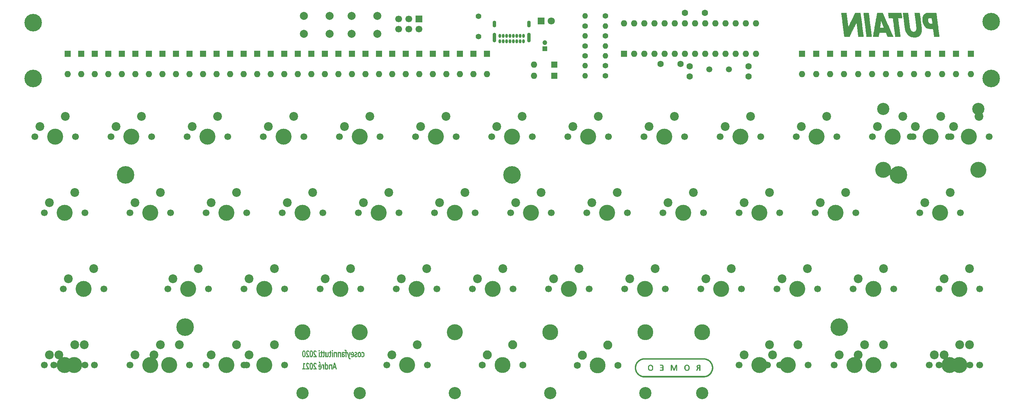
<source format=gbr>
G04 #@! TF.GenerationSoftware,KiCad,Pcbnew,(5.1.10)-1*
G04 #@! TF.CreationDate,2021-08-26T15:08:37+02:00*
G04 #@! TF.ProjectId,romeo-pcb,726f6d65-6f2d-4706-9362-2e6b69636164,rev?*
G04 #@! TF.SameCoordinates,Original*
G04 #@! TF.FileFunction,Soldermask,Bot*
G04 #@! TF.FilePolarity,Negative*
%FSLAX46Y46*%
G04 Gerber Fmt 4.6, Leading zero omitted, Abs format (unit mm)*
G04 Created by KiCad (PCBNEW (5.1.10)-1) date 2021-08-26 15:08:37*
%MOMM*%
%LPD*%
G01*
G04 APERTURE LIST*
%ADD10C,0.010000*%
%ADD11C,2.250000*%
%ADD12C,3.987800*%
%ADD13C,1.750000*%
%ADD14C,3.048000*%
%ADD15C,4.400000*%
%ADD16C,2.200000*%
%ADD17C,4.000000*%
%ADD18C,1.700000*%
%ADD19C,3.050000*%
%ADD20O,1.600000X1.600000*%
%ADD21R,1.600000X1.600000*%
%ADD22C,1.600000*%
%ADD23R,1.200000X1.200000*%
%ADD24C,1.200000*%
%ADD25C,2.000000*%
%ADD26C,1.500000*%
%ADD27O,0.650000X1.000000*%
%ADD28O,0.900000X2.400000*%
%ADD29O,0.900000X1.700000*%
%ADD30O,1.400000X1.400000*%
%ADD31C,1.400000*%
%ADD32C,1.800000*%
%ADD33R,1.800000X1.800000*%
%ADD34R,1.700000X1.700000*%
G04 APERTURE END LIST*
D10*
G36*
X232500045Y-46483734D02*
G01*
X232339640Y-46806913D01*
X232196994Y-47093377D01*
X232071397Y-47344502D01*
X231962139Y-47561666D01*
X231868510Y-47746245D01*
X231789802Y-47899616D01*
X231725303Y-48023156D01*
X231674304Y-48118243D01*
X231636096Y-48186252D01*
X231609968Y-48228561D01*
X231595210Y-48246547D01*
X231591494Y-48246175D01*
X231586502Y-48219526D01*
X231576728Y-48154083D01*
X231562595Y-48053066D01*
X231544527Y-47919693D01*
X231522946Y-47757183D01*
X231498275Y-47568755D01*
X231470937Y-47357627D01*
X231441356Y-47127019D01*
X231409953Y-46880149D01*
X231377152Y-46620236D01*
X231362460Y-46503167D01*
X231329191Y-46238013D01*
X231297231Y-45984085D01*
X231267000Y-45744650D01*
X231238912Y-45522973D01*
X231213386Y-45322319D01*
X231190837Y-45145956D01*
X231171684Y-44997148D01*
X231156342Y-44879161D01*
X231145229Y-44795262D01*
X231138762Y-44748715D01*
X231137521Y-44741042D01*
X231126053Y-44682833D01*
X230503318Y-44682833D01*
X230322776Y-44683057D01*
X230180236Y-44683878D01*
X230071370Y-44685520D01*
X229991849Y-44688207D01*
X229937344Y-44692164D01*
X229903525Y-44697615D01*
X229886064Y-44704783D01*
X229880633Y-44713893D01*
X229880583Y-44715081D01*
X229883198Y-44739560D01*
X229890839Y-44803620D01*
X229903204Y-44904843D01*
X229919992Y-45040812D01*
X229940898Y-45209112D01*
X229965621Y-45407325D01*
X229993857Y-45633034D01*
X230025305Y-45883824D01*
X230059662Y-46157278D01*
X230096625Y-46450978D01*
X230135892Y-46762509D01*
X230177159Y-47089453D01*
X230220125Y-47429395D01*
X230251000Y-47673403D01*
X230294964Y-48020873D01*
X230337441Y-48356958D01*
X230378129Y-48679248D01*
X230416727Y-48985333D01*
X230452932Y-49272804D01*
X230486440Y-49539250D01*
X230516951Y-49782261D01*
X230544161Y-49999427D01*
X230567769Y-50188338D01*
X230587471Y-50346584D01*
X230602965Y-50471755D01*
X230613950Y-50561442D01*
X230620122Y-50613233D01*
X230621417Y-50625655D01*
X230630870Y-50633496D01*
X230661581Y-50639717D01*
X230717081Y-50644463D01*
X230800898Y-50647879D01*
X230916562Y-50650110D01*
X231067601Y-50651303D01*
X231251125Y-50651605D01*
X231880833Y-50651377D01*
X232778637Y-48841839D01*
X232906888Y-48583545D01*
X233029797Y-48336401D01*
X233146067Y-48102992D01*
X233254399Y-47885907D01*
X233353494Y-47687735D01*
X233442056Y-47511063D01*
X233518787Y-47358479D01*
X233582387Y-47232571D01*
X233631560Y-47135928D01*
X233665007Y-47071137D01*
X233681431Y-47040786D01*
X233682920Y-47038780D01*
X233686487Y-47060272D01*
X233694925Y-47120695D01*
X233707834Y-47216980D01*
X233724818Y-47346053D01*
X233745480Y-47504843D01*
X233769424Y-47690279D01*
X233796251Y-47899288D01*
X233825565Y-48128798D01*
X233856968Y-48375737D01*
X233890065Y-48637034D01*
X233913428Y-48822088D01*
X233947520Y-49091984D01*
X233980235Y-49350024D01*
X234011172Y-49593090D01*
X234039928Y-49818065D01*
X234066101Y-50021830D01*
X234089287Y-50201267D01*
X234109085Y-50353259D01*
X234125093Y-50474688D01*
X234136907Y-50562435D01*
X234144125Y-50613382D01*
X234146189Y-50625375D01*
X234158481Y-50633357D01*
X234191905Y-50639688D01*
X234250052Y-50644518D01*
X234336516Y-50647998D01*
X234454886Y-50650277D01*
X234608756Y-50651504D01*
X234780732Y-50651833D01*
X235406542Y-50651833D01*
X235393363Y-50551292D01*
X235389155Y-50518469D01*
X235379953Y-50446162D01*
X235366075Y-50336885D01*
X235347841Y-50193152D01*
X235325568Y-50017478D01*
X235299576Y-49812376D01*
X235270181Y-49580362D01*
X235237704Y-49323949D01*
X235202463Y-49045652D01*
X235164776Y-48747985D01*
X235124961Y-48433462D01*
X235083337Y-48104598D01*
X235040223Y-47763906D01*
X235015951Y-47572083D01*
X234651719Y-44693417D01*
X233393033Y-44682201D01*
X232500045Y-46483734D01*
G37*
X232500045Y-46483734D02*
X232339640Y-46806913D01*
X232196994Y-47093377D01*
X232071397Y-47344502D01*
X231962139Y-47561666D01*
X231868510Y-47746245D01*
X231789802Y-47899616D01*
X231725303Y-48023156D01*
X231674304Y-48118243D01*
X231636096Y-48186252D01*
X231609968Y-48228561D01*
X231595210Y-48246547D01*
X231591494Y-48246175D01*
X231586502Y-48219526D01*
X231576728Y-48154083D01*
X231562595Y-48053066D01*
X231544527Y-47919693D01*
X231522946Y-47757183D01*
X231498275Y-47568755D01*
X231470937Y-47357627D01*
X231441356Y-47127019D01*
X231409953Y-46880149D01*
X231377152Y-46620236D01*
X231362460Y-46503167D01*
X231329191Y-46238013D01*
X231297231Y-45984085D01*
X231267000Y-45744650D01*
X231238912Y-45522973D01*
X231213386Y-45322319D01*
X231190837Y-45145956D01*
X231171684Y-44997148D01*
X231156342Y-44879161D01*
X231145229Y-44795262D01*
X231138762Y-44748715D01*
X231137521Y-44741042D01*
X231126053Y-44682833D01*
X230503318Y-44682833D01*
X230322776Y-44683057D01*
X230180236Y-44683878D01*
X230071370Y-44685520D01*
X229991849Y-44688207D01*
X229937344Y-44692164D01*
X229903525Y-44697615D01*
X229886064Y-44704783D01*
X229880633Y-44713893D01*
X229880583Y-44715081D01*
X229883198Y-44739560D01*
X229890839Y-44803620D01*
X229903204Y-44904843D01*
X229919992Y-45040812D01*
X229940898Y-45209112D01*
X229965621Y-45407325D01*
X229993857Y-45633034D01*
X230025305Y-45883824D01*
X230059662Y-46157278D01*
X230096625Y-46450978D01*
X230135892Y-46762509D01*
X230177159Y-47089453D01*
X230220125Y-47429395D01*
X230251000Y-47673403D01*
X230294964Y-48020873D01*
X230337441Y-48356958D01*
X230378129Y-48679248D01*
X230416727Y-48985333D01*
X230452932Y-49272804D01*
X230486440Y-49539250D01*
X230516951Y-49782261D01*
X230544161Y-49999427D01*
X230567769Y-50188338D01*
X230587471Y-50346584D01*
X230602965Y-50471755D01*
X230613950Y-50561442D01*
X230620122Y-50613233D01*
X230621417Y-50625655D01*
X230630870Y-50633496D01*
X230661581Y-50639717D01*
X230717081Y-50644463D01*
X230800898Y-50647879D01*
X230916562Y-50650110D01*
X231067601Y-50651303D01*
X231251125Y-50651605D01*
X231880833Y-50651377D01*
X232778637Y-48841839D01*
X232906888Y-48583545D01*
X233029797Y-48336401D01*
X233146067Y-48102992D01*
X233254399Y-47885907D01*
X233353494Y-47687735D01*
X233442056Y-47511063D01*
X233518787Y-47358479D01*
X233582387Y-47232571D01*
X233631560Y-47135928D01*
X233665007Y-47071137D01*
X233681431Y-47040786D01*
X233682920Y-47038780D01*
X233686487Y-47060272D01*
X233694925Y-47120695D01*
X233707834Y-47216980D01*
X233724818Y-47346053D01*
X233745480Y-47504843D01*
X233769424Y-47690279D01*
X233796251Y-47899288D01*
X233825565Y-48128798D01*
X233856968Y-48375737D01*
X233890065Y-48637034D01*
X233913428Y-48822088D01*
X233947520Y-49091984D01*
X233980235Y-49350024D01*
X234011172Y-49593090D01*
X234039928Y-49818065D01*
X234066101Y-50021830D01*
X234089287Y-50201267D01*
X234109085Y-50353259D01*
X234125093Y-50474688D01*
X234136907Y-50562435D01*
X234144125Y-50613382D01*
X234146189Y-50625375D01*
X234158481Y-50633357D01*
X234191905Y-50639688D01*
X234250052Y-50644518D01*
X234336516Y-50647998D01*
X234454886Y-50650277D01*
X234608756Y-50651504D01*
X234780732Y-50651833D01*
X235406542Y-50651833D01*
X235393363Y-50551292D01*
X235389155Y-50518469D01*
X235379953Y-50446162D01*
X235366075Y-50336885D01*
X235347841Y-50193152D01*
X235325568Y-50017478D01*
X235299576Y-49812376D01*
X235270181Y-49580362D01*
X235237704Y-49323949D01*
X235202463Y-49045652D01*
X235164776Y-48747985D01*
X235124961Y-48433462D01*
X235083337Y-48104598D01*
X235040223Y-47763906D01*
X235015951Y-47572083D01*
X234651719Y-44693417D01*
X233393033Y-44682201D01*
X232500045Y-46483734D01*
G36*
X235890160Y-44683059D02*
G01*
X235747456Y-44683884D01*
X235638441Y-44685531D01*
X235558794Y-44688224D01*
X235504193Y-44692184D01*
X235470318Y-44697636D01*
X235452846Y-44704800D01*
X235447458Y-44713901D01*
X235447417Y-44714973D01*
X235450030Y-44739440D01*
X235457669Y-44803487D01*
X235470032Y-44904698D01*
X235486814Y-45040657D01*
X235507715Y-45208949D01*
X235532431Y-45407156D01*
X235560661Y-45632863D01*
X235592101Y-45883654D01*
X235626450Y-46157111D01*
X235663404Y-46450820D01*
X235702662Y-46762364D01*
X235743921Y-47089327D01*
X235786878Y-47429293D01*
X235817833Y-47674004D01*
X235861790Y-48021509D01*
X235904260Y-48357621D01*
X235944943Y-48679931D01*
X235983536Y-48986029D01*
X236019736Y-49273507D01*
X236053242Y-49539955D01*
X236083751Y-49782966D01*
X236110961Y-50000129D01*
X236134570Y-50189037D01*
X236154275Y-50347280D01*
X236169774Y-50472449D01*
X236180766Y-50562135D01*
X236186947Y-50613929D01*
X236188250Y-50626363D01*
X236198798Y-50634043D01*
X236232629Y-50640154D01*
X236293026Y-50644831D01*
X236383274Y-50648204D01*
X236506654Y-50650404D01*
X236666450Y-50651565D01*
X236822721Y-50651833D01*
X237457192Y-50651833D01*
X237446935Y-50593625D01*
X237443099Y-50565933D01*
X237434304Y-50498714D01*
X237420862Y-50394445D01*
X237403090Y-50255601D01*
X237381299Y-50084659D01*
X237355805Y-49884095D01*
X237326920Y-49656387D01*
X237294961Y-49404010D01*
X237260239Y-49129440D01*
X237223070Y-48835155D01*
X237183766Y-48523630D01*
X237142643Y-48197343D01*
X237100014Y-47858768D01*
X237077261Y-47677917D01*
X237033942Y-47333693D01*
X236991945Y-47000327D01*
X236951586Y-46680304D01*
X236913181Y-46376115D01*
X236877045Y-46090248D01*
X236843494Y-45825191D01*
X236812843Y-45583433D01*
X236785408Y-45367461D01*
X236761506Y-45179766D01*
X236741450Y-45022834D01*
X236725558Y-44899156D01*
X236714144Y-44811218D01*
X236707525Y-44761510D01*
X236706087Y-44751625D01*
X236694332Y-44682833D01*
X236070874Y-44682833D01*
X235890160Y-44683059D01*
G37*
X235890160Y-44683059D02*
X235747456Y-44683884D01*
X235638441Y-44685531D01*
X235558794Y-44688224D01*
X235504193Y-44692184D01*
X235470318Y-44697636D01*
X235452846Y-44704800D01*
X235447458Y-44713901D01*
X235447417Y-44714973D01*
X235450030Y-44739440D01*
X235457669Y-44803487D01*
X235470032Y-44904698D01*
X235486814Y-45040657D01*
X235507715Y-45208949D01*
X235532431Y-45407156D01*
X235560661Y-45632863D01*
X235592101Y-45883654D01*
X235626450Y-46157111D01*
X235663404Y-46450820D01*
X235702662Y-46762364D01*
X235743921Y-47089327D01*
X235786878Y-47429293D01*
X235817833Y-47674004D01*
X235861790Y-48021509D01*
X235904260Y-48357621D01*
X235944943Y-48679931D01*
X235983536Y-48986029D01*
X236019736Y-49273507D01*
X236053242Y-49539955D01*
X236083751Y-49782966D01*
X236110961Y-50000129D01*
X236134570Y-50189037D01*
X236154275Y-50347280D01*
X236169774Y-50472449D01*
X236180766Y-50562135D01*
X236186947Y-50613929D01*
X236188250Y-50626363D01*
X236198798Y-50634043D01*
X236232629Y-50640154D01*
X236293026Y-50644831D01*
X236383274Y-50648204D01*
X236506654Y-50650404D01*
X236666450Y-50651565D01*
X236822721Y-50651833D01*
X237457192Y-50651833D01*
X237446935Y-50593625D01*
X237443099Y-50565933D01*
X237434304Y-50498714D01*
X237420862Y-50394445D01*
X237403090Y-50255601D01*
X237381299Y-50084659D01*
X237355805Y-49884095D01*
X237326920Y-49656387D01*
X237294961Y-49404010D01*
X237260239Y-49129440D01*
X237223070Y-48835155D01*
X237183766Y-48523630D01*
X237142643Y-48197343D01*
X237100014Y-47858768D01*
X237077261Y-47677917D01*
X237033942Y-47333693D01*
X236991945Y-47000327D01*
X236951586Y-46680304D01*
X236913181Y-46376115D01*
X236877045Y-46090248D01*
X236843494Y-45825191D01*
X236812843Y-45583433D01*
X236785408Y-45367461D01*
X236761506Y-45179766D01*
X236741450Y-45022834D01*
X236725558Y-44899156D01*
X236714144Y-44811218D01*
X236707525Y-44761510D01*
X236706087Y-44751625D01*
X236694332Y-44682833D01*
X236070874Y-44682833D01*
X235890160Y-44683059D01*
G36*
X239213156Y-44687312D02*
G01*
X239079527Y-44688754D01*
X238973201Y-44691221D01*
X238898511Y-44694628D01*
X238859791Y-44698893D01*
X238855250Y-44701154D01*
X238851655Y-44723863D01*
X238841143Y-44785902D01*
X238824128Y-44884906D01*
X238801022Y-45018510D01*
X238772236Y-45184352D01*
X238738184Y-45380065D01*
X238699278Y-45603285D01*
X238655930Y-45851649D01*
X238608552Y-46122791D01*
X238557557Y-46414348D01*
X238503358Y-46723954D01*
X238446366Y-47049245D01*
X238386994Y-47387856D01*
X238336667Y-47674685D01*
X238275663Y-48022332D01*
X238216699Y-48358509D01*
X238160186Y-48680859D01*
X238106538Y-48987025D01*
X238056164Y-49274651D01*
X238009479Y-49541380D01*
X237966893Y-49784857D01*
X237928819Y-50002725D01*
X237895669Y-50192627D01*
X237867854Y-50352207D01*
X237845788Y-50479108D01*
X237829881Y-50570975D01*
X237820546Y-50625450D01*
X237818083Y-50640575D01*
X237838408Y-50643331D01*
X237896015Y-50645842D01*
X237985854Y-50648024D01*
X238102875Y-50649791D01*
X238242026Y-50651058D01*
X238398257Y-50651739D01*
X238484430Y-50651833D01*
X239150777Y-50651833D01*
X239162509Y-50604208D01*
X239169367Y-50569970D01*
X239182011Y-50500730D01*
X239199253Y-50403240D01*
X239219905Y-50284253D01*
X239242776Y-50150520D01*
X239252871Y-50090917D01*
X239331500Y-49625250D01*
X240178167Y-49619908D01*
X241024833Y-49614567D01*
X241255772Y-50133200D01*
X241486710Y-50651833D01*
X242152532Y-50651833D01*
X242338030Y-50651709D01*
X242485440Y-50651177D01*
X242599012Y-50649996D01*
X242682990Y-50647927D01*
X242741621Y-50644728D01*
X242779153Y-50640160D01*
X242799832Y-50633983D01*
X242807904Y-50625957D01*
X242807616Y-50615840D01*
X242807317Y-50614792D01*
X242797743Y-50591466D01*
X242772189Y-50531477D01*
X242731586Y-50436969D01*
X242676865Y-50310088D01*
X242608955Y-50152978D01*
X242528788Y-49967786D01*
X242437292Y-49756657D01*
X242335399Y-49521736D01*
X242224038Y-49265169D01*
X242104140Y-48989100D01*
X241976635Y-48695676D01*
X241851639Y-48408167D01*
X240527074Y-48408167D01*
X240029829Y-48408167D01*
X239854214Y-48407264D01*
X239715270Y-48404598D01*
X239614408Y-48400229D01*
X239553043Y-48394217D01*
X239532583Y-48386717D01*
X239535435Y-48361157D01*
X239543485Y-48299096D01*
X239555978Y-48205948D01*
X239572158Y-48087125D01*
X239591269Y-47948040D01*
X239612555Y-47794106D01*
X239635261Y-47630734D01*
X239658630Y-47463338D01*
X239681907Y-47297331D01*
X239704336Y-47138124D01*
X239725160Y-46991130D01*
X239743625Y-46861763D01*
X239758974Y-46755434D01*
X239770451Y-46677555D01*
X239777300Y-46633541D01*
X239777887Y-46630167D01*
X239782368Y-46615243D01*
X239789650Y-46611960D01*
X239801117Y-46623374D01*
X239818156Y-46652543D01*
X239842149Y-46702522D01*
X239874482Y-46776369D01*
X239916540Y-46877140D01*
X239969706Y-47007891D01*
X240035367Y-47171680D01*
X240114907Y-47371563D01*
X240123087Y-47392167D01*
X240195052Y-47573432D01*
X240263354Y-47745436D01*
X240326150Y-47903539D01*
X240381597Y-48043098D01*
X240427850Y-48159474D01*
X240463066Y-48248027D01*
X240485400Y-48304115D01*
X240491030Y-48318208D01*
X240527074Y-48408167D01*
X241851639Y-48408167D01*
X241842454Y-48387042D01*
X241702527Y-48065343D01*
X241557783Y-47732724D01*
X241515499Y-47635583D01*
X240234718Y-44693417D01*
X239544984Y-44687836D01*
X239369753Y-44686978D01*
X239213156Y-44687312D01*
G37*
X239213156Y-44687312D02*
X239079527Y-44688754D01*
X238973201Y-44691221D01*
X238898511Y-44694628D01*
X238859791Y-44698893D01*
X238855250Y-44701154D01*
X238851655Y-44723863D01*
X238841143Y-44785902D01*
X238824128Y-44884906D01*
X238801022Y-45018510D01*
X238772236Y-45184352D01*
X238738184Y-45380065D01*
X238699278Y-45603285D01*
X238655930Y-45851649D01*
X238608552Y-46122791D01*
X238557557Y-46414348D01*
X238503358Y-46723954D01*
X238446366Y-47049245D01*
X238386994Y-47387856D01*
X238336667Y-47674685D01*
X238275663Y-48022332D01*
X238216699Y-48358509D01*
X238160186Y-48680859D01*
X238106538Y-48987025D01*
X238056164Y-49274651D01*
X238009479Y-49541380D01*
X237966893Y-49784857D01*
X237928819Y-50002725D01*
X237895669Y-50192627D01*
X237867854Y-50352207D01*
X237845788Y-50479108D01*
X237829881Y-50570975D01*
X237820546Y-50625450D01*
X237818083Y-50640575D01*
X237838408Y-50643331D01*
X237896015Y-50645842D01*
X237985854Y-50648024D01*
X238102875Y-50649791D01*
X238242026Y-50651058D01*
X238398257Y-50651739D01*
X238484430Y-50651833D01*
X239150777Y-50651833D01*
X239162509Y-50604208D01*
X239169367Y-50569970D01*
X239182011Y-50500730D01*
X239199253Y-50403240D01*
X239219905Y-50284253D01*
X239242776Y-50150520D01*
X239252871Y-50090917D01*
X239331500Y-49625250D01*
X240178167Y-49619908D01*
X241024833Y-49614567D01*
X241255772Y-50133200D01*
X241486710Y-50651833D01*
X242152532Y-50651833D01*
X242338030Y-50651709D01*
X242485440Y-50651177D01*
X242599012Y-50649996D01*
X242682990Y-50647927D01*
X242741621Y-50644728D01*
X242779153Y-50640160D01*
X242799832Y-50633983D01*
X242807904Y-50625957D01*
X242807616Y-50615840D01*
X242807317Y-50614792D01*
X242797743Y-50591466D01*
X242772189Y-50531477D01*
X242731586Y-50436969D01*
X242676865Y-50310088D01*
X242608955Y-50152978D01*
X242528788Y-49967786D01*
X242437292Y-49756657D01*
X242335399Y-49521736D01*
X242224038Y-49265169D01*
X242104140Y-48989100D01*
X241976635Y-48695676D01*
X241851639Y-48408167D01*
X240527074Y-48408167D01*
X240029829Y-48408167D01*
X239854214Y-48407264D01*
X239715270Y-48404598D01*
X239614408Y-48400229D01*
X239553043Y-48394217D01*
X239532583Y-48386717D01*
X239535435Y-48361157D01*
X239543485Y-48299096D01*
X239555978Y-48205948D01*
X239572158Y-48087125D01*
X239591269Y-47948040D01*
X239612555Y-47794106D01*
X239635261Y-47630734D01*
X239658630Y-47463338D01*
X239681907Y-47297331D01*
X239704336Y-47138124D01*
X239725160Y-46991130D01*
X239743625Y-46861763D01*
X239758974Y-46755434D01*
X239770451Y-46677555D01*
X239777300Y-46633541D01*
X239777887Y-46630167D01*
X239782368Y-46615243D01*
X239789650Y-46611960D01*
X239801117Y-46623374D01*
X239818156Y-46652543D01*
X239842149Y-46702522D01*
X239874482Y-46776369D01*
X239916540Y-46877140D01*
X239969706Y-47007891D01*
X240035367Y-47171680D01*
X240114907Y-47371563D01*
X240123087Y-47392167D01*
X240195052Y-47573432D01*
X240263354Y-47745436D01*
X240326150Y-47903539D01*
X240381597Y-48043098D01*
X240427850Y-48159474D01*
X240463066Y-48248027D01*
X240485400Y-48304115D01*
X240491030Y-48318208D01*
X240527074Y-48408167D01*
X241851639Y-48408167D01*
X241842454Y-48387042D01*
X241702527Y-48065343D01*
X241557783Y-47732724D01*
X241515499Y-47635583D01*
X240234718Y-44693417D01*
X239544984Y-44687836D01*
X239369753Y-44686978D01*
X239213156Y-44687312D01*
G36*
X241607076Y-44741042D02*
G01*
X241609722Y-44776896D01*
X241617105Y-44848660D01*
X241628525Y-44950264D01*
X241643281Y-45075635D01*
X241660671Y-45218702D01*
X241679994Y-45373392D01*
X241681000Y-45381333D01*
X241700290Y-45534429D01*
X241717708Y-45674359D01*
X241732567Y-45795458D01*
X241744177Y-45892057D01*
X241751851Y-45958492D01*
X241754900Y-45989094D01*
X241754924Y-45989875D01*
X241764452Y-45998515D01*
X241795517Y-46005195D01*
X241852019Y-46010112D01*
X241937858Y-46013467D01*
X242056932Y-46015457D01*
X242213140Y-46016283D01*
X242273667Y-46016333D01*
X242437428Y-46016642D01*
X242563519Y-46017754D01*
X242656601Y-46019952D01*
X242721333Y-46023516D01*
X242762376Y-46028726D01*
X242784389Y-46035864D01*
X242792034Y-46045209D01*
X242792250Y-46047577D01*
X242794865Y-46072405D01*
X242802480Y-46136462D01*
X242814748Y-46236983D01*
X242831324Y-46371204D01*
X242851860Y-46536359D01*
X242876013Y-46729684D01*
X242903434Y-46948413D01*
X242933778Y-47189781D01*
X242966699Y-47451024D01*
X243001851Y-47729376D01*
X243038888Y-48022072D01*
X243077464Y-48326348D01*
X243078000Y-48330573D01*
X243116601Y-48635071D01*
X243153667Y-48928085D01*
X243188852Y-49206843D01*
X243221811Y-49468576D01*
X243252196Y-49710511D01*
X243279661Y-49929880D01*
X243303860Y-50123911D01*
X243324447Y-50289833D01*
X243341076Y-50424876D01*
X243353400Y-50526268D01*
X243361074Y-50591241D01*
X243363750Y-50617021D01*
X243363750Y-50617080D01*
X243366958Y-50627005D01*
X243379497Y-50634857D01*
X243405740Y-50640872D01*
X243450062Y-50645292D01*
X243516835Y-50648354D01*
X243610433Y-50650298D01*
X243735229Y-50651362D01*
X243895597Y-50651786D01*
X243999709Y-50651833D01*
X244635668Y-50651833D01*
X244623955Y-50583042D01*
X244619738Y-50552898D01*
X244610607Y-50483628D01*
X244596930Y-50378109D01*
X244579073Y-50239218D01*
X244557401Y-50069832D01*
X244532282Y-49872827D01*
X244504082Y-49651081D01*
X244473167Y-49407470D01*
X244439904Y-49144872D01*
X244404659Y-48866162D01*
X244367798Y-48574219D01*
X244337521Y-48334083D01*
X244299634Y-48033655D01*
X244263069Y-47744169D01*
X244228193Y-47468503D01*
X244195371Y-47209532D01*
X244164971Y-46970133D01*
X244137358Y-46753185D01*
X244112900Y-46561562D01*
X244091963Y-46398144D01*
X244074914Y-46265805D01*
X244062119Y-46167424D01*
X244053944Y-46105877D01*
X244050983Y-46085125D01*
X244039165Y-46016333D01*
X244548124Y-46016333D01*
X244708162Y-46016136D01*
X244830798Y-46015306D01*
X244920966Y-46013484D01*
X244983596Y-46010312D01*
X245023619Y-46005431D01*
X245045969Y-45998482D01*
X245055576Y-45989106D01*
X245057404Y-45979292D01*
X245054952Y-45949545D01*
X245047860Y-45883342D01*
X245036776Y-45786226D01*
X245022346Y-45663744D01*
X245005219Y-45521441D01*
X244986041Y-45364860D01*
X244979564Y-45312542D01*
X244901404Y-44682833D01*
X241606917Y-44682833D01*
X241607076Y-44741042D01*
G37*
X241607076Y-44741042D02*
X241609722Y-44776896D01*
X241617105Y-44848660D01*
X241628525Y-44950264D01*
X241643281Y-45075635D01*
X241660671Y-45218702D01*
X241679994Y-45373392D01*
X241681000Y-45381333D01*
X241700290Y-45534429D01*
X241717708Y-45674359D01*
X241732567Y-45795458D01*
X241744177Y-45892057D01*
X241751851Y-45958492D01*
X241754900Y-45989094D01*
X241754924Y-45989875D01*
X241764452Y-45998515D01*
X241795517Y-46005195D01*
X241852019Y-46010112D01*
X241937858Y-46013467D01*
X242056932Y-46015457D01*
X242213140Y-46016283D01*
X242273667Y-46016333D01*
X242437428Y-46016642D01*
X242563519Y-46017754D01*
X242656601Y-46019952D01*
X242721333Y-46023516D01*
X242762376Y-46028726D01*
X242784389Y-46035864D01*
X242792034Y-46045209D01*
X242792250Y-46047577D01*
X242794865Y-46072405D01*
X242802480Y-46136462D01*
X242814748Y-46236983D01*
X242831324Y-46371204D01*
X242851860Y-46536359D01*
X242876013Y-46729684D01*
X242903434Y-46948413D01*
X242933778Y-47189781D01*
X242966699Y-47451024D01*
X243001851Y-47729376D01*
X243038888Y-48022072D01*
X243077464Y-48326348D01*
X243078000Y-48330573D01*
X243116601Y-48635071D01*
X243153667Y-48928085D01*
X243188852Y-49206843D01*
X243221811Y-49468576D01*
X243252196Y-49710511D01*
X243279661Y-49929880D01*
X243303860Y-50123911D01*
X243324447Y-50289833D01*
X243341076Y-50424876D01*
X243353400Y-50526268D01*
X243361074Y-50591241D01*
X243363750Y-50617021D01*
X243363750Y-50617080D01*
X243366958Y-50627005D01*
X243379497Y-50634857D01*
X243405740Y-50640872D01*
X243450062Y-50645292D01*
X243516835Y-50648354D01*
X243610433Y-50650298D01*
X243735229Y-50651362D01*
X243895597Y-50651786D01*
X243999709Y-50651833D01*
X244635668Y-50651833D01*
X244623955Y-50583042D01*
X244619738Y-50552898D01*
X244610607Y-50483628D01*
X244596930Y-50378109D01*
X244579073Y-50239218D01*
X244557401Y-50069832D01*
X244532282Y-49872827D01*
X244504082Y-49651081D01*
X244473167Y-49407470D01*
X244439904Y-49144872D01*
X244404659Y-48866162D01*
X244367798Y-48574219D01*
X244337521Y-48334083D01*
X244299634Y-48033655D01*
X244263069Y-47744169D01*
X244228193Y-47468503D01*
X244195371Y-47209532D01*
X244164971Y-46970133D01*
X244137358Y-46753185D01*
X244112900Y-46561562D01*
X244091963Y-46398144D01*
X244074914Y-46265805D01*
X244062119Y-46167424D01*
X244053944Y-46105877D01*
X244050983Y-46085125D01*
X244039165Y-46016333D01*
X244548124Y-46016333D01*
X244708162Y-46016136D01*
X244830798Y-46015306D01*
X244920966Y-46013484D01*
X244983596Y-46010312D01*
X245023619Y-46005431D01*
X245045969Y-45998482D01*
X245055576Y-45989106D01*
X245057404Y-45979292D01*
X245054952Y-45949545D01*
X245047860Y-45883342D01*
X245036776Y-45786226D01*
X245022346Y-45663744D01*
X245005219Y-45521441D01*
X244986041Y-45364860D01*
X244979564Y-45312542D01*
X244901404Y-44682833D01*
X241606917Y-44682833D01*
X241607076Y-44741042D01*
G36*
X252480554Y-44687851D02*
G01*
X252232457Y-44689605D01*
X252022824Y-44691311D01*
X251847786Y-44693127D01*
X251703474Y-44695215D01*
X251586020Y-44697737D01*
X251491554Y-44700852D01*
X251416208Y-44704721D01*
X251356112Y-44709505D01*
X251307398Y-44715365D01*
X251266198Y-44722462D01*
X251228641Y-44730955D01*
X251190860Y-44741007D01*
X251189057Y-44741509D01*
X250957425Y-44825152D01*
X250755767Y-44938491D01*
X250584341Y-45081071D01*
X250443406Y-45252436D01*
X250333220Y-45452131D01*
X250254043Y-45679700D01*
X250206132Y-45934687D01*
X250189746Y-46216637D01*
X250201189Y-46481801D01*
X250243114Y-46821788D01*
X250308511Y-47138346D01*
X250396314Y-47428999D01*
X250505458Y-47691271D01*
X250634876Y-47922689D01*
X250783503Y-48120776D01*
X250950273Y-48283059D01*
X250990521Y-48314635D01*
X251131232Y-48411733D01*
X251274498Y-48491508D01*
X251425906Y-48555325D01*
X251591042Y-48604549D01*
X251775493Y-48640542D01*
X251984846Y-48664671D01*
X252224686Y-48678299D01*
X252497972Y-48682787D01*
X252858611Y-48683333D01*
X252983659Y-49667583D01*
X253108708Y-50651833D01*
X254375128Y-50651833D01*
X254362840Y-50583042D01*
X254358758Y-50554072D01*
X254349719Y-50485582D01*
X254336037Y-50380056D01*
X254318029Y-50239977D01*
X254296010Y-50067829D01*
X254270295Y-49866095D01*
X254241200Y-49637259D01*
X254209040Y-49383805D01*
X254174132Y-49108216D01*
X254136791Y-48812977D01*
X254097332Y-48500569D01*
X254056071Y-48173478D01*
X254013324Y-47834186D01*
X253989658Y-47646167D01*
X253956065Y-47379400D01*
X252697062Y-47379400D01*
X252695271Y-47395079D01*
X252684536Y-47405646D01*
X252658449Y-47411711D01*
X252610603Y-47413881D01*
X252534590Y-47412765D01*
X252424003Y-47408972D01*
X252396625Y-47407924D01*
X252261484Y-47401359D01*
X252158867Y-47392689D01*
X252078974Y-47380566D01*
X252012004Y-47363643D01*
X251970523Y-47349342D01*
X251827472Y-47274750D01*
X251712310Y-47169229D01*
X251624851Y-47032426D01*
X251564909Y-46863986D01*
X251532298Y-46663555D01*
X251525632Y-46503167D01*
X251532543Y-46361924D01*
X251555392Y-46252047D01*
X251597438Y-46164507D01*
X251661944Y-46090278D01*
X251680784Y-46073731D01*
X251735758Y-46033448D01*
X251795814Y-46004089D01*
X251868644Y-45984062D01*
X251961938Y-45971776D01*
X252083387Y-45965638D01*
X252210659Y-45964075D01*
X252516818Y-45963417D01*
X252606346Y-46651333D01*
X252628009Y-46818712D01*
X252647856Y-46973827D01*
X252665227Y-47111381D01*
X252679462Y-47226077D01*
X252689900Y-47312620D01*
X252695883Y-47365713D01*
X252697062Y-47379400D01*
X253956065Y-47379400D01*
X253946280Y-47301706D01*
X253904234Y-46968357D01*
X253863834Y-46648580D01*
X253825394Y-46344837D01*
X253789227Y-46059588D01*
X253755648Y-45795295D01*
X253724969Y-45554420D01*
X253697505Y-45339422D01*
X253673569Y-45152764D01*
X253653474Y-44996906D01*
X253637536Y-44874310D01*
X253626067Y-44787437D01*
X253619380Y-44738748D01*
X253617852Y-44729124D01*
X253606941Y-44680166D01*
X252480554Y-44687851D01*
G37*
X252480554Y-44687851D02*
X252232457Y-44689605D01*
X252022824Y-44691311D01*
X251847786Y-44693127D01*
X251703474Y-44695215D01*
X251586020Y-44697737D01*
X251491554Y-44700852D01*
X251416208Y-44704721D01*
X251356112Y-44709505D01*
X251307398Y-44715365D01*
X251266198Y-44722462D01*
X251228641Y-44730955D01*
X251190860Y-44741007D01*
X251189057Y-44741509D01*
X250957425Y-44825152D01*
X250755767Y-44938491D01*
X250584341Y-45081071D01*
X250443406Y-45252436D01*
X250333220Y-45452131D01*
X250254043Y-45679700D01*
X250206132Y-45934687D01*
X250189746Y-46216637D01*
X250201189Y-46481801D01*
X250243114Y-46821788D01*
X250308511Y-47138346D01*
X250396314Y-47428999D01*
X250505458Y-47691271D01*
X250634876Y-47922689D01*
X250783503Y-48120776D01*
X250950273Y-48283059D01*
X250990521Y-48314635D01*
X251131232Y-48411733D01*
X251274498Y-48491508D01*
X251425906Y-48555325D01*
X251591042Y-48604549D01*
X251775493Y-48640542D01*
X251984846Y-48664671D01*
X252224686Y-48678299D01*
X252497972Y-48682787D01*
X252858611Y-48683333D01*
X252983659Y-49667583D01*
X253108708Y-50651833D01*
X254375128Y-50651833D01*
X254362840Y-50583042D01*
X254358758Y-50554072D01*
X254349719Y-50485582D01*
X254336037Y-50380056D01*
X254318029Y-50239977D01*
X254296010Y-50067829D01*
X254270295Y-49866095D01*
X254241200Y-49637259D01*
X254209040Y-49383805D01*
X254174132Y-49108216D01*
X254136791Y-48812977D01*
X254097332Y-48500569D01*
X254056071Y-48173478D01*
X254013324Y-47834186D01*
X253989658Y-47646167D01*
X253956065Y-47379400D01*
X252697062Y-47379400D01*
X252695271Y-47395079D01*
X252684536Y-47405646D01*
X252658449Y-47411711D01*
X252610603Y-47413881D01*
X252534590Y-47412765D01*
X252424003Y-47408972D01*
X252396625Y-47407924D01*
X252261484Y-47401359D01*
X252158867Y-47392689D01*
X252078974Y-47380566D01*
X252012004Y-47363643D01*
X251970523Y-47349342D01*
X251827472Y-47274750D01*
X251712310Y-47169229D01*
X251624851Y-47032426D01*
X251564909Y-46863986D01*
X251532298Y-46663555D01*
X251525632Y-46503167D01*
X251532543Y-46361924D01*
X251555392Y-46252047D01*
X251597438Y-46164507D01*
X251661944Y-46090278D01*
X251680784Y-46073731D01*
X251735758Y-46033448D01*
X251795814Y-46004089D01*
X251868644Y-45984062D01*
X251961938Y-45971776D01*
X252083387Y-45965638D01*
X252210659Y-45964075D01*
X252516818Y-45963417D01*
X252606346Y-46651333D01*
X252628009Y-46818712D01*
X252647856Y-46973827D01*
X252665227Y-47111381D01*
X252679462Y-47226077D01*
X252689900Y-47312620D01*
X252695883Y-47365713D01*
X252697062Y-47379400D01*
X253956065Y-47379400D01*
X253946280Y-47301706D01*
X253904234Y-46968357D01*
X253863834Y-46648580D01*
X253825394Y-46344837D01*
X253789227Y-46059588D01*
X253755648Y-45795295D01*
X253724969Y-45554420D01*
X253697505Y-45339422D01*
X253673569Y-45152764D01*
X253653474Y-44996906D01*
X253637536Y-44874310D01*
X253626067Y-44787437D01*
X253619380Y-44738748D01*
X253617852Y-44729124D01*
X253606941Y-44680166D01*
X252480554Y-44687851D01*
G36*
X248219550Y-44761890D02*
G01*
X248224201Y-44795357D01*
X248233777Y-44867375D01*
X248247832Y-44974506D01*
X248265921Y-45113309D01*
X248287599Y-45280345D01*
X248312419Y-45472174D01*
X248339936Y-45685357D01*
X248369705Y-45916454D01*
X248401279Y-46162026D01*
X248434213Y-46418632D01*
X248436911Y-46439667D01*
X248475247Y-46739065D01*
X248508494Y-47000036D01*
X248537016Y-47226133D01*
X248561177Y-47420910D01*
X248581343Y-47587919D01*
X248597879Y-47730714D01*
X248611148Y-47852847D01*
X248621517Y-47957873D01*
X248629349Y-48049345D01*
X248635009Y-48130815D01*
X248638862Y-48205837D01*
X248641272Y-48277965D01*
X248642606Y-48350750D01*
X248643226Y-48427748D01*
X248643322Y-48450500D01*
X248643323Y-48599901D01*
X248641718Y-48714482D01*
X248637956Y-48801746D01*
X248631485Y-48869192D01*
X248621753Y-48924321D01*
X248608208Y-48974635D01*
X248603742Y-48988623D01*
X248535872Y-49139706D01*
X248440871Y-49259224D01*
X248316759Y-49349665D01*
X248315998Y-49350083D01*
X248260503Y-49378876D01*
X248212395Y-49397356D01*
X248159603Y-49407789D01*
X248090055Y-49412441D01*
X247991681Y-49413576D01*
X247977613Y-49413583D01*
X247874702Y-49412683D01*
X247801020Y-49408312D01*
X247743474Y-49397965D01*
X247688971Y-49379136D01*
X247624418Y-49349321D01*
X247613333Y-49343881D01*
X247475203Y-49256497D01*
X247354721Y-49138150D01*
X247250816Y-48986946D01*
X247162417Y-48800991D01*
X247088453Y-48578389D01*
X247027852Y-48317246D01*
X247025300Y-48303913D01*
X247017446Y-48255752D01*
X247004805Y-48169647D01*
X246987905Y-48049655D01*
X246967278Y-47899829D01*
X246943453Y-47724226D01*
X246916959Y-47526899D01*
X246888328Y-47311905D01*
X246858090Y-47083297D01*
X246826773Y-46845132D01*
X246794909Y-46601463D01*
X246763027Y-46356347D01*
X246731657Y-46113837D01*
X246701330Y-45877989D01*
X246672575Y-45652858D01*
X246645922Y-45442499D01*
X246621903Y-45250967D01*
X246601045Y-45082317D01*
X246583880Y-44940603D01*
X246570938Y-44829882D01*
X246569273Y-44815125D01*
X246554449Y-44682833D01*
X245287999Y-44682833D01*
X245299582Y-44751625D01*
X245303948Y-44782785D01*
X245313172Y-44852723D01*
X245326842Y-44958213D01*
X245344547Y-45096029D01*
X245365876Y-45262944D01*
X245390419Y-45455733D01*
X245417764Y-45671169D01*
X245447500Y-45906026D01*
X245479217Y-46157078D01*
X245512503Y-46421099D01*
X245533490Y-46587833D01*
X245568521Y-46864761D01*
X245603136Y-47135427D01*
X245636830Y-47396051D01*
X245669098Y-47642855D01*
X245699434Y-47872059D01*
X245727333Y-48079884D01*
X245752291Y-48262551D01*
X245773800Y-48416280D01*
X245791357Y-48537294D01*
X245804456Y-48621811D01*
X245808846Y-48647393D01*
X245890069Y-49009408D01*
X245996270Y-49337386D01*
X246127717Y-49631663D01*
X246284679Y-49892577D01*
X246467421Y-50120462D01*
X246676213Y-50315655D01*
X246911322Y-50478492D01*
X247173015Y-50609310D01*
X247446786Y-50704318D01*
X247688437Y-50758090D01*
X247947604Y-50790107D01*
X248208418Y-50799283D01*
X248455011Y-50784532D01*
X248511188Y-50777182D01*
X248792077Y-50718853D01*
X249043012Y-50630616D01*
X249264089Y-50512382D01*
X249455405Y-50364060D01*
X249617058Y-50185560D01*
X249749144Y-49976791D01*
X249851760Y-49737663D01*
X249925003Y-49468086D01*
X249927474Y-49455917D01*
X249943122Y-49343318D01*
X249952882Y-49196760D01*
X249956877Y-49024187D01*
X249955228Y-48833545D01*
X249948057Y-48632780D01*
X249935486Y-48429835D01*
X249917637Y-48232658D01*
X249907378Y-48143583D01*
X249896718Y-48058219D01*
X249881284Y-47935330D01*
X249861640Y-47779384D01*
X249838352Y-47594852D01*
X249811984Y-47386202D01*
X249783101Y-47157905D01*
X249752269Y-46914429D01*
X249720053Y-46660245D01*
X249687017Y-46399822D01*
X249665204Y-46228000D01*
X249470333Y-44693417D01*
X248838711Y-44687807D01*
X248207088Y-44682197D01*
X248219550Y-44761890D01*
G37*
X248219550Y-44761890D02*
X248224201Y-44795357D01*
X248233777Y-44867375D01*
X248247832Y-44974506D01*
X248265921Y-45113309D01*
X248287599Y-45280345D01*
X248312419Y-45472174D01*
X248339936Y-45685357D01*
X248369705Y-45916454D01*
X248401279Y-46162026D01*
X248434213Y-46418632D01*
X248436911Y-46439667D01*
X248475247Y-46739065D01*
X248508494Y-47000036D01*
X248537016Y-47226133D01*
X248561177Y-47420910D01*
X248581343Y-47587919D01*
X248597879Y-47730714D01*
X248611148Y-47852847D01*
X248621517Y-47957873D01*
X248629349Y-48049345D01*
X248635009Y-48130815D01*
X248638862Y-48205837D01*
X248641272Y-48277965D01*
X248642606Y-48350750D01*
X248643226Y-48427748D01*
X248643322Y-48450500D01*
X248643323Y-48599901D01*
X248641718Y-48714482D01*
X248637956Y-48801746D01*
X248631485Y-48869192D01*
X248621753Y-48924321D01*
X248608208Y-48974635D01*
X248603742Y-48988623D01*
X248535872Y-49139706D01*
X248440871Y-49259224D01*
X248316759Y-49349665D01*
X248315998Y-49350083D01*
X248260503Y-49378876D01*
X248212395Y-49397356D01*
X248159603Y-49407789D01*
X248090055Y-49412441D01*
X247991681Y-49413576D01*
X247977613Y-49413583D01*
X247874702Y-49412683D01*
X247801020Y-49408312D01*
X247743474Y-49397965D01*
X247688971Y-49379136D01*
X247624418Y-49349321D01*
X247613333Y-49343881D01*
X247475203Y-49256497D01*
X247354721Y-49138150D01*
X247250816Y-48986946D01*
X247162417Y-48800991D01*
X247088453Y-48578389D01*
X247027852Y-48317246D01*
X247025300Y-48303913D01*
X247017446Y-48255752D01*
X247004805Y-48169647D01*
X246987905Y-48049655D01*
X246967278Y-47899829D01*
X246943453Y-47724226D01*
X246916959Y-47526899D01*
X246888328Y-47311905D01*
X246858090Y-47083297D01*
X246826773Y-46845132D01*
X246794909Y-46601463D01*
X246763027Y-46356347D01*
X246731657Y-46113837D01*
X246701330Y-45877989D01*
X246672575Y-45652858D01*
X246645922Y-45442499D01*
X246621903Y-45250967D01*
X246601045Y-45082317D01*
X246583880Y-44940603D01*
X246570938Y-44829882D01*
X246569273Y-44815125D01*
X246554449Y-44682833D01*
X245287999Y-44682833D01*
X245299582Y-44751625D01*
X245303948Y-44782785D01*
X245313172Y-44852723D01*
X245326842Y-44958213D01*
X245344547Y-45096029D01*
X245365876Y-45262944D01*
X245390419Y-45455733D01*
X245417764Y-45671169D01*
X245447500Y-45906026D01*
X245479217Y-46157078D01*
X245512503Y-46421099D01*
X245533490Y-46587833D01*
X245568521Y-46864761D01*
X245603136Y-47135427D01*
X245636830Y-47396051D01*
X245669098Y-47642855D01*
X245699434Y-47872059D01*
X245727333Y-48079884D01*
X245752291Y-48262551D01*
X245773800Y-48416280D01*
X245791357Y-48537294D01*
X245804456Y-48621811D01*
X245808846Y-48647393D01*
X245890069Y-49009408D01*
X245996270Y-49337386D01*
X246127717Y-49631663D01*
X246284679Y-49892577D01*
X246467421Y-50120462D01*
X246676213Y-50315655D01*
X246911322Y-50478492D01*
X247173015Y-50609310D01*
X247446786Y-50704318D01*
X247688437Y-50758090D01*
X247947604Y-50790107D01*
X248208418Y-50799283D01*
X248455011Y-50784532D01*
X248511188Y-50777182D01*
X248792077Y-50718853D01*
X249043012Y-50630616D01*
X249264089Y-50512382D01*
X249455405Y-50364060D01*
X249617058Y-50185560D01*
X249749144Y-49976791D01*
X249851760Y-49737663D01*
X249925003Y-49468086D01*
X249927474Y-49455917D01*
X249943122Y-49343318D01*
X249952882Y-49196760D01*
X249956877Y-49024187D01*
X249955228Y-48833545D01*
X249948057Y-48632780D01*
X249935486Y-48429835D01*
X249917637Y-48232658D01*
X249907378Y-48143583D01*
X249896718Y-48058219D01*
X249881284Y-47935330D01*
X249861640Y-47779384D01*
X249838352Y-47594852D01*
X249811984Y-47386202D01*
X249783101Y-47157905D01*
X249752269Y-46914429D01*
X249720053Y-46660245D01*
X249687017Y-46399822D01*
X249665204Y-46228000D01*
X249470333Y-44693417D01*
X248838711Y-44687807D01*
X248207088Y-44682197D01*
X248219550Y-44761890D01*
G36*
X99172257Y-129087748D02*
G01*
X99128450Y-129126043D01*
X99098328Y-129203349D01*
X99105677Y-129285864D01*
X99117412Y-129313224D01*
X99156149Y-129346836D01*
X99211125Y-129353899D01*
X99266063Y-129334970D01*
X99295383Y-129307123D01*
X99325436Y-129234322D01*
X99315849Y-129164200D01*
X99286000Y-129121333D01*
X99227987Y-129084431D01*
X99172257Y-129087748D01*
G37*
X99172257Y-129087748D02*
X99128450Y-129126043D01*
X99098328Y-129203349D01*
X99105677Y-129285864D01*
X99117412Y-129313224D01*
X99156149Y-129346836D01*
X99211125Y-129353899D01*
X99266063Y-129334970D01*
X99295383Y-129307123D01*
X99325436Y-129234322D01*
X99315849Y-129164200D01*
X99286000Y-129121333D01*
X99227987Y-129084431D01*
X99172257Y-129087748D01*
G36*
X102492378Y-129089695D02*
G01*
X102487195Y-129091391D01*
X102431397Y-129129133D01*
X102404256Y-129184797D01*
X102404341Y-129246531D01*
X102430217Y-129302482D01*
X102480454Y-129340797D01*
X102518463Y-129350111D01*
X102574420Y-129346121D01*
X102606680Y-129316432D01*
X102607761Y-129314461D01*
X102630317Y-129242468D01*
X102625123Y-129174868D01*
X102597113Y-129120787D01*
X102551220Y-129089353D01*
X102492378Y-129089695D01*
G37*
X102492378Y-129089695D02*
X102487195Y-129091391D01*
X102431397Y-129129133D01*
X102404256Y-129184797D01*
X102404341Y-129246531D01*
X102430217Y-129302482D01*
X102480454Y-129340797D01*
X102518463Y-129350111D01*
X102574420Y-129346121D01*
X102606680Y-129316432D01*
X102607761Y-129314461D01*
X102630317Y-129242468D01*
X102625123Y-129174868D01*
X102597113Y-129120787D01*
X102551220Y-129089353D01*
X102492378Y-129089695D01*
G36*
X96264588Y-129197168D02*
G01*
X96168843Y-129241214D01*
X96088212Y-129317968D01*
X96028908Y-129426541D01*
X96017811Y-129459664D01*
X95992095Y-129584863D01*
X95990627Y-129712027D01*
X96014856Y-129845894D01*
X96066230Y-129991201D01*
X96146199Y-130152683D01*
X96256211Y-130335077D01*
X96310868Y-130417791D01*
X96450165Y-130624166D01*
X95920500Y-130624166D01*
X95920500Y-130814666D01*
X96703667Y-130814666D01*
X96703667Y-130739982D01*
X96698970Y-130703421D01*
X96682571Y-130659439D01*
X96651006Y-130601847D01*
X96600812Y-130524457D01*
X96528524Y-130421083D01*
X96513095Y-130399511D01*
X96383018Y-130208574D01*
X96281647Y-130038962D01*
X96209974Y-129892553D01*
X96168987Y-129771226D01*
X96161757Y-129732772D01*
X96160045Y-129619330D01*
X96184670Y-129520023D01*
X96231656Y-129441712D01*
X96297033Y-129391256D01*
X96368761Y-129375333D01*
X96423155Y-129388748D01*
X96488213Y-129431826D01*
X96530203Y-129468768D01*
X96630093Y-129562203D01*
X96676918Y-129496293D01*
X96723742Y-129430382D01*
X96674436Y-129365816D01*
X96580371Y-129270153D01*
X96476565Y-129210749D01*
X96369233Y-129186717D01*
X96264588Y-129197168D01*
G37*
X96264588Y-129197168D02*
X96168843Y-129241214D01*
X96088212Y-129317968D01*
X96028908Y-129426541D01*
X96017811Y-129459664D01*
X95992095Y-129584863D01*
X95990627Y-129712027D01*
X96014856Y-129845894D01*
X96066230Y-129991201D01*
X96146199Y-130152683D01*
X96256211Y-130335077D01*
X96310868Y-130417791D01*
X96450165Y-130624166D01*
X95920500Y-130624166D01*
X95920500Y-130814666D01*
X96703667Y-130814666D01*
X96703667Y-130739982D01*
X96698970Y-130703421D01*
X96682571Y-130659439D01*
X96651006Y-130601847D01*
X96600812Y-130524457D01*
X96528524Y-130421083D01*
X96513095Y-130399511D01*
X96383018Y-130208574D01*
X96281647Y-130038962D01*
X96209974Y-129892553D01*
X96168987Y-129771226D01*
X96161757Y-129732772D01*
X96160045Y-129619330D01*
X96184670Y-129520023D01*
X96231656Y-129441712D01*
X96297033Y-129391256D01*
X96368761Y-129375333D01*
X96423155Y-129388748D01*
X96488213Y-129431826D01*
X96530203Y-129468768D01*
X96630093Y-129562203D01*
X96676918Y-129496293D01*
X96723742Y-129430382D01*
X96674436Y-129365816D01*
X96580371Y-129270153D01*
X96476565Y-129210749D01*
X96369233Y-129186717D01*
X96264588Y-129197168D01*
G36*
X98098168Y-129197100D02*
G01*
X98004480Y-129237753D01*
X97997707Y-129242589D01*
X97924104Y-129320723D01*
X97868353Y-129428410D01*
X97835567Y-129554831D01*
X97830905Y-129595626D01*
X97831920Y-129721380D01*
X97856308Y-129852255D01*
X97906015Y-129993239D01*
X97982989Y-130149321D01*
X98089177Y-130325487D01*
X98153695Y-130422455D01*
X98291413Y-130624166D01*
X97762000Y-130624166D01*
X97762000Y-130814666D01*
X98545167Y-130814666D01*
X98545167Y-130740411D01*
X98540308Y-130703044D01*
X98523320Y-130658447D01*
X98490589Y-130600177D01*
X98438497Y-130521793D01*
X98363987Y-130417619D01*
X98240400Y-130238717D01*
X98140062Y-130073714D01*
X98065004Y-129926519D01*
X98017259Y-129801042D01*
X97999939Y-129717351D01*
X98002473Y-129600658D01*
X98031428Y-129502355D01*
X98083115Y-129428390D01*
X98153845Y-129384708D01*
X98212140Y-129375333D01*
X98262150Y-129385896D01*
X98317519Y-129421523D01*
X98371192Y-129470954D01*
X98420709Y-129519168D01*
X98456495Y-129551550D01*
X98470301Y-129560913D01*
X98484087Y-129542019D01*
X98513512Y-129502830D01*
X98519821Y-129494492D01*
X98565853Y-129433735D01*
X98502134Y-129353283D01*
X98415215Y-129270468D01*
X98312763Y-129215482D01*
X98204005Y-129190351D01*
X98098168Y-129197100D01*
G37*
X98098168Y-129197100D02*
X98004480Y-129237753D01*
X97997707Y-129242589D01*
X97924104Y-129320723D01*
X97868353Y-129428410D01*
X97835567Y-129554831D01*
X97830905Y-129595626D01*
X97831920Y-129721380D01*
X97856308Y-129852255D01*
X97906015Y-129993239D01*
X97982989Y-130149321D01*
X98089177Y-130325487D01*
X98153695Y-130422455D01*
X98291413Y-130624166D01*
X97762000Y-130624166D01*
X97762000Y-130814666D01*
X98545167Y-130814666D01*
X98545167Y-130740411D01*
X98540308Y-130703044D01*
X98523320Y-130658447D01*
X98490589Y-130600177D01*
X98438497Y-130521793D01*
X98363987Y-130417619D01*
X98240400Y-130238717D01*
X98140062Y-130073714D01*
X98065004Y-129926519D01*
X98017259Y-129801042D01*
X97999939Y-129717351D01*
X98002473Y-129600658D01*
X98031428Y-129502355D01*
X98083115Y-129428390D01*
X98153845Y-129384708D01*
X98212140Y-129375333D01*
X98262150Y-129385896D01*
X98317519Y-129421523D01*
X98371192Y-129470954D01*
X98420709Y-129519168D01*
X98456495Y-129551550D01*
X98470301Y-129560913D01*
X98484087Y-129542019D01*
X98513512Y-129502830D01*
X98519821Y-129494492D01*
X98565853Y-129433735D01*
X98502134Y-129353283D01*
X98415215Y-129270468D01*
X98312763Y-129215482D01*
X98204005Y-129190351D01*
X98098168Y-129197100D01*
G36*
X99116667Y-130814666D02*
G01*
X99307167Y-130814666D01*
X99307167Y-129587000D01*
X99116667Y-129587000D01*
X99116667Y-130814666D01*
G37*
X99116667Y-130814666D02*
X99307167Y-130814666D01*
X99307167Y-129587000D01*
X99116667Y-129587000D01*
X99116667Y-130814666D01*
G36*
X102439833Y-130814666D02*
G01*
X102609167Y-130814666D01*
X102609167Y-129587000D01*
X102439833Y-129587000D01*
X102439833Y-130814666D01*
G37*
X102439833Y-130814666D02*
X102609167Y-130814666D01*
X102609167Y-129587000D01*
X102439833Y-129587000D01*
X102439833Y-130814666D01*
G36*
X103085864Y-129570228D02*
G01*
X103036255Y-129587923D01*
X102990564Y-129625679D01*
X102990534Y-129625709D01*
X102958930Y-129661771D01*
X102934192Y-129702952D01*
X102915508Y-129754672D01*
X102902066Y-129822351D01*
X102893053Y-129911408D01*
X102887655Y-130027264D01*
X102885061Y-130175338D01*
X102884452Y-130333125D01*
X102884333Y-130814666D01*
X103053667Y-130814666D01*
X103053667Y-130369486D01*
X103054679Y-130194986D01*
X103058306Y-130058074D01*
X103065433Y-129954038D01*
X103076947Y-129878169D01*
X103093731Y-129825756D01*
X103116673Y-129792088D01*
X103146657Y-129772455D01*
X103167161Y-129765758D01*
X103231418Y-129760486D01*
X103290971Y-129782779D01*
X103355724Y-129837166D01*
X103380104Y-129863131D01*
X103455833Y-129946955D01*
X103455833Y-130814666D01*
X103625167Y-130814666D01*
X103625167Y-129587000D01*
X103553439Y-129587000D01*
X103504727Y-129591326D01*
X103480801Y-129612744D01*
X103467524Y-129662627D01*
X103453336Y-129738255D01*
X103359808Y-129652044D01*
X103301986Y-129602506D01*
X103255453Y-129576628D01*
X103202793Y-129566958D01*
X103158345Y-129565833D01*
X103085864Y-129570228D01*
G37*
X103085864Y-129570228D02*
X103036255Y-129587923D01*
X102990564Y-129625679D01*
X102990534Y-129625709D01*
X102958930Y-129661771D01*
X102934192Y-129702952D01*
X102915508Y-129754672D01*
X102902066Y-129822351D01*
X102893053Y-129911408D01*
X102887655Y-130027264D01*
X102885061Y-130175338D01*
X102884452Y-130333125D01*
X102884333Y-130814666D01*
X103053667Y-130814666D01*
X103053667Y-130369486D01*
X103054679Y-130194986D01*
X103058306Y-130058074D01*
X103065433Y-129954038D01*
X103076947Y-129878169D01*
X103093731Y-129825756D01*
X103116673Y-129792088D01*
X103146657Y-129772455D01*
X103167161Y-129765758D01*
X103231418Y-129760486D01*
X103290971Y-129782779D01*
X103355724Y-129837166D01*
X103380104Y-129863131D01*
X103455833Y-129946955D01*
X103455833Y-130814666D01*
X103625167Y-130814666D01*
X103625167Y-129587000D01*
X103553439Y-129587000D01*
X103504727Y-129591326D01*
X103480801Y-129612744D01*
X103467524Y-129662627D01*
X103453336Y-129738255D01*
X103359808Y-129652044D01*
X103301986Y-129602506D01*
X103255453Y-129576628D01*
X103202793Y-129566958D01*
X103158345Y-129565833D01*
X103085864Y-129570228D01*
G36*
X104101864Y-129570228D02*
G01*
X104052255Y-129587923D01*
X104006564Y-129625679D01*
X104006534Y-129625709D01*
X103974930Y-129661771D01*
X103950192Y-129702952D01*
X103931508Y-129754672D01*
X103918066Y-129822351D01*
X103909053Y-129911408D01*
X103903655Y-130027264D01*
X103901061Y-130175338D01*
X103900452Y-130333125D01*
X103900333Y-130814666D01*
X104069667Y-130814666D01*
X104069667Y-130358532D01*
X104070281Y-130197564D01*
X104072336Y-130073590D01*
X104076153Y-129981285D01*
X104082049Y-129915323D01*
X104090346Y-129870381D01*
X104100634Y-129842513D01*
X104149946Y-129779231D01*
X104211005Y-129756419D01*
X104283049Y-129774106D01*
X104365317Y-129832318D01*
X104365939Y-129832879D01*
X104450667Y-129909426D01*
X104450667Y-130814666D01*
X104535998Y-130814666D01*
X104594853Y-130808430D01*
X104628858Y-130792353D01*
X104631597Y-130787907D01*
X104634094Y-130760414D01*
X104635965Y-130696333D01*
X104637167Y-130601404D01*
X104637655Y-130481368D01*
X104637386Y-130341966D01*
X104636316Y-130188940D01*
X104636224Y-130179366D01*
X104630583Y-129597583D01*
X104569380Y-129590596D01*
X104511333Y-129597139D01*
X104479906Y-129635059D01*
X104472158Y-129690237D01*
X104469850Y-129715861D01*
X104458650Y-129720709D01*
X104431470Y-129702019D01*
X104381218Y-129657029D01*
X104377056Y-129653195D01*
X104319008Y-129603317D01*
X104272653Y-129577076D01*
X104220873Y-129567096D01*
X104174345Y-129565833D01*
X104101864Y-129570228D01*
G37*
X104101864Y-129570228D02*
X104052255Y-129587923D01*
X104006564Y-129625679D01*
X104006534Y-129625709D01*
X103974930Y-129661771D01*
X103950192Y-129702952D01*
X103931508Y-129754672D01*
X103918066Y-129822351D01*
X103909053Y-129911408D01*
X103903655Y-130027264D01*
X103901061Y-130175338D01*
X103900452Y-130333125D01*
X103900333Y-130814666D01*
X104069667Y-130814666D01*
X104069667Y-130358532D01*
X104070281Y-130197564D01*
X104072336Y-130073590D01*
X104076153Y-129981285D01*
X104082049Y-129915323D01*
X104090346Y-129870381D01*
X104100634Y-129842513D01*
X104149946Y-129779231D01*
X104211005Y-129756419D01*
X104283049Y-129774106D01*
X104365317Y-129832318D01*
X104365939Y-129832879D01*
X104450667Y-129909426D01*
X104450667Y-130814666D01*
X104535998Y-130814666D01*
X104594853Y-130808430D01*
X104628858Y-130792353D01*
X104631597Y-130787907D01*
X104634094Y-130760414D01*
X104635965Y-130696333D01*
X104637167Y-130601404D01*
X104637655Y-130481368D01*
X104637386Y-130341966D01*
X104636316Y-130188940D01*
X104636224Y-130179366D01*
X104630583Y-129597583D01*
X104569380Y-129590596D01*
X104511333Y-129597139D01*
X104479906Y-129635059D01*
X104472158Y-129690237D01*
X104469850Y-129715861D01*
X104458650Y-129720709D01*
X104431470Y-129702019D01*
X104381218Y-129657029D01*
X104377056Y-129653195D01*
X104319008Y-129603317D01*
X104272653Y-129577076D01*
X104220873Y-129567096D01*
X104174345Y-129565833D01*
X104101864Y-129570228D01*
G36*
X105695999Y-129016444D02*
G01*
X105694862Y-129016748D01*
X105641625Y-129033668D01*
X105619945Y-129053459D01*
X105620027Y-129088060D01*
X105623061Y-129104262D01*
X105632272Y-129156568D01*
X105636000Y-129189834D01*
X105654275Y-129200971D01*
X105701219Y-129198438D01*
X105705820Y-129197613D01*
X105770528Y-129192874D01*
X105815178Y-129210647D01*
X105843580Y-129256133D01*
X105859543Y-129334535D01*
X105865541Y-129415783D01*
X105873316Y-129587000D01*
X105678333Y-129587000D01*
X105678333Y-129777500D01*
X105868833Y-129777500D01*
X105868833Y-130814666D01*
X106038167Y-130814666D01*
X106038167Y-129777500D01*
X106101667Y-129777500D01*
X106142294Y-129774189D01*
X106160418Y-129756193D01*
X106165057Y-129711414D01*
X106165167Y-129692304D01*
X106161951Y-129636695D01*
X106146230Y-129609242D01*
X106108895Y-129595900D01*
X106101667Y-129594408D01*
X106038167Y-129581708D01*
X106038167Y-129408922D01*
X106028189Y-129261591D01*
X105997631Y-129149702D01*
X105945554Y-129071193D01*
X105871020Y-129024006D01*
X105861260Y-129020590D01*
X105779394Y-129004754D01*
X105695999Y-129016444D01*
G37*
X105695999Y-129016444D02*
X105694862Y-129016748D01*
X105641625Y-129033668D01*
X105619945Y-129053459D01*
X105620027Y-129088060D01*
X105623061Y-129104262D01*
X105632272Y-129156568D01*
X105636000Y-129189834D01*
X105654275Y-129200971D01*
X105701219Y-129198438D01*
X105705820Y-129197613D01*
X105770528Y-129192874D01*
X105815178Y-129210647D01*
X105843580Y-129256133D01*
X105859543Y-129334535D01*
X105865541Y-129415783D01*
X105873316Y-129587000D01*
X105678333Y-129587000D01*
X105678333Y-129777500D01*
X105868833Y-129777500D01*
X105868833Y-130814666D01*
X106038167Y-130814666D01*
X106038167Y-129777500D01*
X106101667Y-129777500D01*
X106142294Y-129774189D01*
X106160418Y-129756193D01*
X106165057Y-129711414D01*
X106165167Y-129692304D01*
X106161951Y-129636695D01*
X106146230Y-129609242D01*
X106108895Y-129595900D01*
X106101667Y-129594408D01*
X106038167Y-129581708D01*
X106038167Y-129408922D01*
X106028189Y-129261591D01*
X105997631Y-129149702D01*
X105945554Y-129071193D01*
X105871020Y-129024006D01*
X105861260Y-129020590D01*
X105779394Y-129004754D01*
X105695999Y-129016444D01*
G36*
X95300367Y-129207546D02*
G01*
X95219594Y-129247683D01*
X95153918Y-129321451D01*
X95121509Y-129377519D01*
X95069910Y-129503951D01*
X95035555Y-129651661D01*
X95017591Y-129826395D01*
X95015166Y-130033895D01*
X95016629Y-130084416D01*
X95031480Y-130297526D01*
X95060057Y-130472324D01*
X95103036Y-130610770D01*
X95161095Y-130714824D01*
X95234907Y-130786446D01*
X95264951Y-130804402D01*
X95349846Y-130829856D01*
X95444554Y-130831210D01*
X95507750Y-130815524D01*
X95584519Y-130761791D01*
X95651001Y-130671911D01*
X95705810Y-130551122D01*
X95747555Y-130404665D01*
X95774848Y-130237778D01*
X95786300Y-130055702D01*
X95783755Y-129971062D01*
X95610059Y-129971062D01*
X95608995Y-130111068D01*
X95603116Y-130241828D01*
X95592421Y-130350516D01*
X95584356Y-130396836D01*
X95550792Y-130499475D01*
X95503331Y-130578120D01*
X95447112Y-130628966D01*
X95387280Y-130648210D01*
X95328976Y-130632047D01*
X95299921Y-130607240D01*
X95263124Y-130558356D01*
X95235394Y-130499697D01*
X95215604Y-130424991D01*
X95202626Y-130327967D01*
X95195329Y-130202355D01*
X95192587Y-130041881D01*
X95192492Y-130010333D01*
X95194063Y-129843964D01*
X95200077Y-129713455D01*
X95211676Y-129612465D01*
X95230000Y-129534648D01*
X95256192Y-129473662D01*
X95291393Y-129423164D01*
X95299921Y-129413425D01*
X95355260Y-129376549D01*
X95414905Y-129377135D01*
X95473714Y-129411378D01*
X95526546Y-129475475D01*
X95568258Y-129565621D01*
X95584356Y-129623830D01*
X95597739Y-129714617D01*
X95606307Y-129834636D01*
X95610059Y-129971062D01*
X95783755Y-129971062D01*
X95780524Y-129863677D01*
X95775329Y-129805929D01*
X95753814Y-129641952D01*
X95725815Y-129512645D01*
X95688869Y-129410536D01*
X95640513Y-129328152D01*
X95602959Y-129282882D01*
X95552538Y-129232381D01*
X95511180Y-129206316D01*
X95460757Y-129196680D01*
X95404988Y-129195416D01*
X95300367Y-129207546D01*
G37*
X95300367Y-129207546D02*
X95219594Y-129247683D01*
X95153918Y-129321451D01*
X95121509Y-129377519D01*
X95069910Y-129503951D01*
X95035555Y-129651661D01*
X95017591Y-129826395D01*
X95015166Y-130033895D01*
X95016629Y-130084416D01*
X95031480Y-130297526D01*
X95060057Y-130472324D01*
X95103036Y-130610770D01*
X95161095Y-130714824D01*
X95234907Y-130786446D01*
X95264951Y-130804402D01*
X95349846Y-130829856D01*
X95444554Y-130831210D01*
X95507750Y-130815524D01*
X95584519Y-130761791D01*
X95651001Y-130671911D01*
X95705810Y-130551122D01*
X95747555Y-130404665D01*
X95774848Y-130237778D01*
X95786300Y-130055702D01*
X95783755Y-129971062D01*
X95610059Y-129971062D01*
X95608995Y-130111068D01*
X95603116Y-130241828D01*
X95592421Y-130350516D01*
X95584356Y-130396836D01*
X95550792Y-130499475D01*
X95503331Y-130578120D01*
X95447112Y-130628966D01*
X95387280Y-130648210D01*
X95328976Y-130632047D01*
X95299921Y-130607240D01*
X95263124Y-130558356D01*
X95235394Y-130499697D01*
X95215604Y-130424991D01*
X95202626Y-130327967D01*
X95195329Y-130202355D01*
X95192587Y-130041881D01*
X95192492Y-130010333D01*
X95194063Y-129843964D01*
X95200077Y-129713455D01*
X95211676Y-129612465D01*
X95230000Y-129534648D01*
X95256192Y-129473662D01*
X95291393Y-129423164D01*
X95299921Y-129413425D01*
X95355260Y-129376549D01*
X95414905Y-129377135D01*
X95473714Y-129411378D01*
X95526546Y-129475475D01*
X95568258Y-129565621D01*
X95584356Y-129623830D01*
X95597739Y-129714617D01*
X95606307Y-129834636D01*
X95610059Y-129971062D01*
X95783755Y-129971062D01*
X95780524Y-129863677D01*
X95775329Y-129805929D01*
X95753814Y-129641952D01*
X95725815Y-129512645D01*
X95688869Y-129410536D01*
X95640513Y-129328152D01*
X95602959Y-129282882D01*
X95552538Y-129232381D01*
X95511180Y-129206316D01*
X95460757Y-129196680D01*
X95404988Y-129195416D01*
X95300367Y-129207546D01*
G36*
X97172357Y-129192032D02*
G01*
X97082505Y-129233277D01*
X97001086Y-129310630D01*
X96937796Y-129421497D01*
X96892246Y-129567187D01*
X96864050Y-129749010D01*
X96852819Y-129968276D01*
X96852569Y-130010333D01*
X96860888Y-130236245D01*
X96886106Y-130424487D01*
X96928610Y-130576367D01*
X96988787Y-130693197D01*
X97067025Y-130776285D01*
X97082505Y-130787389D01*
X97174606Y-130826162D01*
X97277433Y-130832871D01*
X97350977Y-130815325D01*
X97413340Y-130771453D01*
X97475844Y-130694167D01*
X97532217Y-130591898D01*
X97551940Y-130545121D01*
X97571196Y-130488995D01*
X97585218Y-130429582D01*
X97595148Y-130357825D01*
X97602130Y-130264667D01*
X97607307Y-130141049D01*
X97608727Y-130095000D01*
X97609935Y-130010333D01*
X97445418Y-130010333D01*
X97439561Y-130209654D01*
X97421916Y-130369656D01*
X97392210Y-130491756D01*
X97350173Y-130577373D01*
X97332998Y-130598450D01*
X97272160Y-130636680D01*
X97204738Y-130637583D01*
X97142054Y-130602191D01*
X97121635Y-130579175D01*
X97077516Y-130491290D01*
X97046072Y-130363899D01*
X97027466Y-130197939D01*
X97021828Y-130010333D01*
X97028375Y-129807288D01*
X97048114Y-129644063D01*
X97081191Y-129520206D01*
X97127750Y-129435264D01*
X97187939Y-129388783D01*
X97225009Y-129379628D01*
X97294188Y-129391344D01*
X97350244Y-129442036D01*
X97393280Y-129532000D01*
X97423400Y-129661529D01*
X97440706Y-129830917D01*
X97445418Y-130010333D01*
X97609935Y-130010333D01*
X97611303Y-129914549D01*
X97606643Y-129767940D01*
X97593645Y-129647127D01*
X97571209Y-129544064D01*
X97538236Y-129450707D01*
X97513182Y-129396500D01*
X97443756Y-129291142D01*
X97360649Y-129220747D01*
X97268603Y-129187111D01*
X97172357Y-129192032D01*
G37*
X97172357Y-129192032D02*
X97082505Y-129233277D01*
X97001086Y-129310630D01*
X96937796Y-129421497D01*
X96892246Y-129567187D01*
X96864050Y-129749010D01*
X96852819Y-129968276D01*
X96852569Y-130010333D01*
X96860888Y-130236245D01*
X96886106Y-130424487D01*
X96928610Y-130576367D01*
X96988787Y-130693197D01*
X97067025Y-130776285D01*
X97082505Y-130787389D01*
X97174606Y-130826162D01*
X97277433Y-130832871D01*
X97350977Y-130815325D01*
X97413340Y-130771453D01*
X97475844Y-130694167D01*
X97532217Y-130591898D01*
X97551940Y-130545121D01*
X97571196Y-130488995D01*
X97585218Y-130429582D01*
X97595148Y-130357825D01*
X97602130Y-130264667D01*
X97607307Y-130141049D01*
X97608727Y-130095000D01*
X97609935Y-130010333D01*
X97445418Y-130010333D01*
X97439561Y-130209654D01*
X97421916Y-130369656D01*
X97392210Y-130491756D01*
X97350173Y-130577373D01*
X97332998Y-130598450D01*
X97272160Y-130636680D01*
X97204738Y-130637583D01*
X97142054Y-130602191D01*
X97121635Y-130579175D01*
X97077516Y-130491290D01*
X97046072Y-130363899D01*
X97027466Y-130197939D01*
X97021828Y-130010333D01*
X97028375Y-129807288D01*
X97048114Y-129644063D01*
X97081191Y-129520206D01*
X97127750Y-129435264D01*
X97187939Y-129388783D01*
X97225009Y-129379628D01*
X97294188Y-129391344D01*
X97350244Y-129442036D01*
X97393280Y-129532000D01*
X97423400Y-129661529D01*
X97440706Y-129830917D01*
X97445418Y-130010333D01*
X97609935Y-130010333D01*
X97611303Y-129914549D01*
X97606643Y-129767940D01*
X97593645Y-129647127D01*
X97571209Y-129544064D01*
X97538236Y-129450707D01*
X97513182Y-129396500D01*
X97443756Y-129291142D01*
X97360649Y-129220747D01*
X97268603Y-129187111D01*
X97172357Y-129192032D01*
G36*
X99730500Y-129587000D02*
G01*
X99476500Y-129587000D01*
X99476500Y-129777500D01*
X99730500Y-129777500D01*
X99729305Y-130132041D01*
X99727121Y-130281805D01*
X99721878Y-130406281D01*
X99713920Y-130499974D01*
X99703591Y-130557385D01*
X99702529Y-130560666D01*
X99683927Y-130605843D01*
X99659825Y-130627298D01*
X99615761Y-130633516D01*
X99578317Y-130633519D01*
X99518010Y-130634620D01*
X99487071Y-130645399D01*
X99472560Y-130674101D01*
X99466034Y-130705068D01*
X99461540Y-130762737D01*
X99478956Y-130798850D01*
X99525001Y-130819323D01*
X99606390Y-130830077D01*
X99608047Y-130830205D01*
X99693995Y-130830388D01*
X99752416Y-130813745D01*
X99767663Y-130804265D01*
X99805747Y-130773192D01*
X99835072Y-130738040D01*
X99856898Y-130692940D01*
X99872485Y-130632026D01*
X99883094Y-130549429D01*
X99889986Y-130439282D01*
X99894421Y-130295718D01*
X99896172Y-130206125D01*
X99903596Y-129777500D01*
X99965215Y-129777500D01*
X100004905Y-129773913D01*
X100022436Y-129755043D01*
X100026764Y-129708720D01*
X100026833Y-129693792D01*
X100023782Y-129639140D01*
X100007321Y-129612309D01*
X99966489Y-129598858D01*
X99952750Y-129596186D01*
X99878667Y-129582288D01*
X99878667Y-129248333D01*
X99730500Y-129248333D01*
X99730500Y-129587000D01*
G37*
X99730500Y-129587000D02*
X99476500Y-129587000D01*
X99476500Y-129777500D01*
X99730500Y-129777500D01*
X99729305Y-130132041D01*
X99727121Y-130281805D01*
X99721878Y-130406281D01*
X99713920Y-130499974D01*
X99703591Y-130557385D01*
X99702529Y-130560666D01*
X99683927Y-130605843D01*
X99659825Y-130627298D01*
X99615761Y-130633516D01*
X99578317Y-130633519D01*
X99518010Y-130634620D01*
X99487071Y-130645399D01*
X99472560Y-130674101D01*
X99466034Y-130705068D01*
X99461540Y-130762737D01*
X99478956Y-130798850D01*
X99525001Y-130819323D01*
X99606390Y-130830077D01*
X99608047Y-130830205D01*
X99693995Y-130830388D01*
X99752416Y-130813745D01*
X99767663Y-130804265D01*
X99805747Y-130773192D01*
X99835072Y-130738040D01*
X99856898Y-130692940D01*
X99872485Y-130632026D01*
X99883094Y-130549429D01*
X99889986Y-130439282D01*
X99894421Y-130295718D01*
X99896172Y-130206125D01*
X99903596Y-129777500D01*
X99965215Y-129777500D01*
X100004905Y-129773913D01*
X100022436Y-129755043D01*
X100026764Y-129708720D01*
X100026833Y-129693792D01*
X100023782Y-129639140D01*
X100007321Y-129612309D01*
X99966489Y-129598858D01*
X99952750Y-129596186D01*
X99878667Y-129582288D01*
X99878667Y-129248333D01*
X99730500Y-129248333D01*
X99730500Y-129587000D01*
G36*
X100323167Y-129587000D02*
G01*
X100069167Y-129587000D01*
X100069167Y-129777500D01*
X100327808Y-129777500D01*
X100319426Y-130163791D01*
X100315348Y-130320461D01*
X100309746Y-130439646D01*
X100301038Y-130526195D01*
X100287644Y-130584954D01*
X100267983Y-130620774D01*
X100240474Y-130638501D01*
X100203538Y-130642985D01*
X100164154Y-130640073D01*
X100106978Y-130635451D01*
X100078380Y-130644134D01*
X100064921Y-130674264D01*
X100058936Y-130703813D01*
X100055089Y-130760133D01*
X100064791Y-130797331D01*
X100066445Y-130799244D01*
X100106547Y-130817417D01*
X100171892Y-130827501D01*
X100246049Y-130828854D01*
X100312587Y-130820834D01*
X100344333Y-130810102D01*
X100387035Y-130773934D01*
X100429029Y-130717252D01*
X100439583Y-130698082D01*
X100454481Y-130664017D01*
X100465730Y-130624992D01*
X100473990Y-130574304D01*
X100479922Y-130505254D01*
X100484186Y-130411141D01*
X100487443Y-130285262D01*
X100489123Y-130195541D01*
X100496328Y-129777500D01*
X100557914Y-129777500D01*
X100597584Y-129773910D01*
X100615105Y-129755030D01*
X100619431Y-129708692D01*
X100619500Y-129693792D01*
X100616431Y-129639122D01*
X100600001Y-129612294D01*
X100559377Y-129598895D01*
X100546268Y-129596346D01*
X100473035Y-129582607D01*
X100466893Y-129420762D01*
X100460750Y-129258916D01*
X100391958Y-129252283D01*
X100323167Y-129245651D01*
X100323167Y-129587000D01*
G37*
X100323167Y-129587000D02*
X100069167Y-129587000D01*
X100069167Y-129777500D01*
X100327808Y-129777500D01*
X100319426Y-130163791D01*
X100315348Y-130320461D01*
X100309746Y-130439646D01*
X100301038Y-130526195D01*
X100287644Y-130584954D01*
X100267983Y-130620774D01*
X100240474Y-130638501D01*
X100203538Y-130642985D01*
X100164154Y-130640073D01*
X100106978Y-130635451D01*
X100078380Y-130644134D01*
X100064921Y-130674264D01*
X100058936Y-130703813D01*
X100055089Y-130760133D01*
X100064791Y-130797331D01*
X100066445Y-130799244D01*
X100106547Y-130817417D01*
X100171892Y-130827501D01*
X100246049Y-130828854D01*
X100312587Y-130820834D01*
X100344333Y-130810102D01*
X100387035Y-130773934D01*
X100429029Y-130717252D01*
X100439583Y-130698082D01*
X100454481Y-130664017D01*
X100465730Y-130624992D01*
X100473990Y-130574304D01*
X100479922Y-130505254D01*
X100484186Y-130411141D01*
X100487443Y-130285262D01*
X100489123Y-130195541D01*
X100496328Y-129777500D01*
X100557914Y-129777500D01*
X100597584Y-129773910D01*
X100615105Y-129755030D01*
X100619431Y-129708692D01*
X100619500Y-129693792D01*
X100616431Y-129639122D01*
X100600001Y-129612294D01*
X100559377Y-129598895D01*
X100546268Y-129596346D01*
X100473035Y-129582607D01*
X100466893Y-129420762D01*
X100460750Y-129258916D01*
X100391958Y-129252283D01*
X100323167Y-129245651D01*
X100323167Y-129587000D01*
G36*
X101360215Y-130015625D02*
G01*
X101359105Y-130151593D01*
X101356080Y-130277957D01*
X101351485Y-130386776D01*
X101345667Y-130470105D01*
X101338971Y-130520003D01*
X101338123Y-130523375D01*
X101301891Y-130599977D01*
X101248895Y-130639324D01*
X101183499Y-130640842D01*
X101110070Y-130603958D01*
X101060723Y-130559775D01*
X100979333Y-130474217D01*
X100979333Y-129587000D01*
X100788184Y-129587000D01*
X100793801Y-130195541D01*
X100799417Y-130804083D01*
X100867749Y-130810681D01*
X100912276Y-130811642D01*
X100934562Y-130795589D01*
X100946523Y-130751391D01*
X100949322Y-130734482D01*
X100962562Y-130651684D01*
X101041124Y-130735907D01*
X101096027Y-130788326D01*
X101146393Y-130815724D01*
X101211633Y-130827993D01*
X101224135Y-130829160D01*
X101306986Y-130829284D01*
X101371161Y-130809840D01*
X101396262Y-130795666D01*
X101434885Y-130765820D01*
X101465483Y-130726999D01*
X101488933Y-130674364D01*
X101506112Y-130603076D01*
X101517897Y-130508294D01*
X101525164Y-130385179D01*
X101528790Y-130228892D01*
X101529667Y-130059408D01*
X101529667Y-129587000D01*
X101360333Y-129587000D01*
X101360215Y-130015625D01*
G37*
X101360215Y-130015625D02*
X101359105Y-130151593D01*
X101356080Y-130277957D01*
X101351485Y-130386776D01*
X101345667Y-130470105D01*
X101338971Y-130520003D01*
X101338123Y-130523375D01*
X101301891Y-130599977D01*
X101248895Y-130639324D01*
X101183499Y-130640842D01*
X101110070Y-130603958D01*
X101060723Y-130559775D01*
X100979333Y-130474217D01*
X100979333Y-129587000D01*
X100788184Y-129587000D01*
X100793801Y-130195541D01*
X100799417Y-130804083D01*
X100867749Y-130810681D01*
X100912276Y-130811642D01*
X100934562Y-130795589D01*
X100946523Y-130751391D01*
X100949322Y-130734482D01*
X100962562Y-130651684D01*
X101041124Y-130735907D01*
X101096027Y-130788326D01*
X101146393Y-130815724D01*
X101211633Y-130827993D01*
X101224135Y-130829160D01*
X101306986Y-130829284D01*
X101371161Y-130809840D01*
X101396262Y-130795666D01*
X101434885Y-130765820D01*
X101465483Y-130726999D01*
X101488933Y-130674364D01*
X101506112Y-130603076D01*
X101517897Y-130508294D01*
X101525164Y-130385179D01*
X101528790Y-130228892D01*
X101529667Y-130059408D01*
X101529667Y-129587000D01*
X101360333Y-129587000D01*
X101360215Y-130015625D01*
G36*
X101953000Y-129587000D02*
G01*
X101699000Y-129587000D01*
X101699000Y-129777500D01*
X101956299Y-129777500D01*
X101949358Y-130176467D01*
X101946128Y-130330992D01*
X101941415Y-130448065D01*
X101933560Y-130532566D01*
X101920902Y-130589376D01*
X101901780Y-130623374D01*
X101874535Y-130639443D01*
X101837507Y-130642463D01*
X101792424Y-130637781D01*
X101736676Y-130631947D01*
X101709352Y-130640756D01*
X101696942Y-130673057D01*
X101691616Y-130703804D01*
X101688205Y-130759942D01*
X101696063Y-130798071D01*
X101698809Y-130801775D01*
X101729724Y-130814490D01*
X101787945Y-130825933D01*
X101834922Y-130831283D01*
X101904975Y-130834760D01*
X101950017Y-130827236D01*
X101986941Y-130803722D01*
X102013588Y-130778502D01*
X102049023Y-130737295D01*
X102076024Y-130689636D01*
X102095669Y-130629432D01*
X102109033Y-130550591D01*
X102117193Y-130447022D01*
X102121226Y-130312632D01*
X102122215Y-130163791D01*
X102122333Y-129777500D01*
X102185833Y-129777500D01*
X102226461Y-129774189D01*
X102244585Y-129756193D01*
X102249223Y-129711414D01*
X102249333Y-129692304D01*
X102246058Y-129636617D01*
X102230350Y-129609152D01*
X102193392Y-129595952D01*
X102187708Y-129594783D01*
X102147338Y-129580290D01*
X102121637Y-129550980D01*
X102107539Y-129498867D01*
X102101981Y-129415966D01*
X102101456Y-129370041D01*
X102101167Y-129248333D01*
X101953000Y-129248333D01*
X101953000Y-129587000D01*
G37*
X101953000Y-129587000D02*
X101699000Y-129587000D01*
X101699000Y-129777500D01*
X101956299Y-129777500D01*
X101949358Y-130176467D01*
X101946128Y-130330992D01*
X101941415Y-130448065D01*
X101933560Y-130532566D01*
X101920902Y-130589376D01*
X101901780Y-130623374D01*
X101874535Y-130639443D01*
X101837507Y-130642463D01*
X101792424Y-130637781D01*
X101736676Y-130631947D01*
X101709352Y-130640756D01*
X101696942Y-130673057D01*
X101691616Y-130703804D01*
X101688205Y-130759942D01*
X101696063Y-130798071D01*
X101698809Y-130801775D01*
X101729724Y-130814490D01*
X101787945Y-130825933D01*
X101834922Y-130831283D01*
X101904975Y-130834760D01*
X101950017Y-130827236D01*
X101986941Y-130803722D01*
X102013588Y-130778502D01*
X102049023Y-130737295D01*
X102076024Y-130689636D01*
X102095669Y-130629432D01*
X102109033Y-130550591D01*
X102117193Y-130447022D01*
X102121226Y-130312632D01*
X102122215Y-130163791D01*
X102122333Y-129777500D01*
X102185833Y-129777500D01*
X102226461Y-129774189D01*
X102244585Y-129756193D01*
X102249223Y-129711414D01*
X102249333Y-129692304D01*
X102246058Y-129636617D01*
X102230350Y-129609152D01*
X102193392Y-129595952D01*
X102187708Y-129594783D01*
X102147338Y-129580290D01*
X102121637Y-129550980D01*
X102107539Y-129498867D01*
X102101981Y-129415966D01*
X102101456Y-129370041D01*
X102101167Y-129248333D01*
X101953000Y-129248333D01*
X101953000Y-129587000D01*
G36*
X105114102Y-129581392D02*
G01*
X105028732Y-129630157D01*
X104963055Y-129715262D01*
X104952926Y-129734704D01*
X104937743Y-129767995D01*
X104926068Y-129802477D01*
X104917335Y-129844293D01*
X104910976Y-129899582D01*
X104906426Y-129974488D01*
X104903120Y-130075152D01*
X104900491Y-130207716D01*
X104898753Y-130322541D01*
X104891756Y-130814666D01*
X104967545Y-130814666D01*
X105018058Y-130811338D01*
X105039077Y-130794204D01*
X105043332Y-130752541D01*
X105043333Y-130750815D01*
X105043333Y-130686964D01*
X105151542Y-130761398D01*
X105261736Y-130819384D01*
X105364132Y-130836066D01*
X105459604Y-130811578D01*
X105464626Y-130809062D01*
X105536334Y-130754819D01*
X105582920Y-130675869D01*
X105607313Y-130566452D01*
X105611081Y-130521112D01*
X105609153Y-130474144D01*
X105445500Y-130474144D01*
X105431894Y-130562844D01*
X105390880Y-130619373D01*
X105322164Y-130644074D01*
X105297640Y-130645333D01*
X105233327Y-130636853D01*
X105176711Y-130605723D01*
X105140091Y-130574042D01*
X105101510Y-130535570D01*
X105078960Y-130502006D01*
X105068142Y-130460232D01*
X105064755Y-130397131D01*
X105064500Y-130343458D01*
X105064500Y-130184166D01*
X105151390Y-130203689D01*
X105277856Y-130245855D01*
X105370479Y-130306910D01*
X105427078Y-130384850D01*
X105445500Y-130474144D01*
X105609153Y-130474144D01*
X105605713Y-130390384D01*
X105571496Y-130283779D01*
X105505648Y-130198147D01*
X105405384Y-130130332D01*
X105267922Y-130077184D01*
X105203832Y-130059800D01*
X105061088Y-130024574D01*
X105074477Y-129948662D01*
X105107356Y-129850313D01*
X105162720Y-129786487D01*
X105236575Y-129758677D01*
X105324921Y-129768381D01*
X105423763Y-129817092D01*
X105424612Y-129817661D01*
X105518874Y-129880968D01*
X105548262Y-129807287D01*
X105565567Y-129755191D01*
X105562800Y-129722560D01*
X105543535Y-129695910D01*
X105474358Y-129642006D01*
X105380765Y-129597896D01*
X105280600Y-129570849D01*
X105224198Y-129565833D01*
X105114102Y-129581392D01*
G37*
X105114102Y-129581392D02*
X105028732Y-129630157D01*
X104963055Y-129715262D01*
X104952926Y-129734704D01*
X104937743Y-129767995D01*
X104926068Y-129802477D01*
X104917335Y-129844293D01*
X104910976Y-129899582D01*
X104906426Y-129974488D01*
X104903120Y-130075152D01*
X104900491Y-130207716D01*
X104898753Y-130322541D01*
X104891756Y-130814666D01*
X104967545Y-130814666D01*
X105018058Y-130811338D01*
X105039077Y-130794204D01*
X105043332Y-130752541D01*
X105043333Y-130750815D01*
X105043333Y-130686964D01*
X105151542Y-130761398D01*
X105261736Y-130819384D01*
X105364132Y-130836066D01*
X105459604Y-130811578D01*
X105464626Y-130809062D01*
X105536334Y-130754819D01*
X105582920Y-130675869D01*
X105607313Y-130566452D01*
X105611081Y-130521112D01*
X105609153Y-130474144D01*
X105445500Y-130474144D01*
X105431894Y-130562844D01*
X105390880Y-130619373D01*
X105322164Y-130644074D01*
X105297640Y-130645333D01*
X105233327Y-130636853D01*
X105176711Y-130605723D01*
X105140091Y-130574042D01*
X105101510Y-130535570D01*
X105078960Y-130502006D01*
X105068142Y-130460232D01*
X105064755Y-130397131D01*
X105064500Y-130343458D01*
X105064500Y-130184166D01*
X105151390Y-130203689D01*
X105277856Y-130245855D01*
X105370479Y-130306910D01*
X105427078Y-130384850D01*
X105445500Y-130474144D01*
X105609153Y-130474144D01*
X105605713Y-130390384D01*
X105571496Y-130283779D01*
X105505648Y-130198147D01*
X105405384Y-130130332D01*
X105267922Y-130077184D01*
X105203832Y-130059800D01*
X105061088Y-130024574D01*
X105074477Y-129948662D01*
X105107356Y-129850313D01*
X105162720Y-129786487D01*
X105236575Y-129758677D01*
X105324921Y-129768381D01*
X105423763Y-129817092D01*
X105424612Y-129817661D01*
X105518874Y-129880968D01*
X105548262Y-129807287D01*
X105565567Y-129755191D01*
X105562800Y-129722560D01*
X105543535Y-129695910D01*
X105474358Y-129642006D01*
X105380765Y-129597896D01*
X105280600Y-129570849D01*
X105224198Y-129565833D01*
X105114102Y-129581392D01*
G36*
X107424339Y-129578772D02*
G01*
X107333505Y-129622960D01*
X107258941Y-129705121D01*
X107225925Y-129762943D01*
X107192291Y-129854869D01*
X107167061Y-129969370D01*
X107153303Y-130087211D01*
X107154081Y-130189154D01*
X107155794Y-130202939D01*
X107164805Y-130264333D01*
X107752667Y-130264333D01*
X107752202Y-130322541D01*
X107736711Y-130404406D01*
X107697769Y-130493445D01*
X107644955Y-130570350D01*
X107614888Y-130599372D01*
X107536013Y-130636580D01*
X107441934Y-130643694D01*
X107347384Y-130620553D01*
X107312541Y-130602673D01*
X107242831Y-130560172D01*
X107213801Y-130629211D01*
X107198063Y-130683599D01*
X107208014Y-130724595D01*
X107248857Y-130760490D01*
X107318750Y-130796389D01*
X107443424Y-130831139D01*
X107569591Y-130824070D01*
X107665432Y-130789923D01*
X107767121Y-130716426D01*
X107843145Y-130609455D01*
X107893398Y-130469279D01*
X107917776Y-130296169D01*
X107918572Y-130134009D01*
X107908354Y-130047375D01*
X107752202Y-130047375D01*
X107750577Y-130068573D01*
X107740192Y-130082315D01*
X107713529Y-130090215D01*
X107663072Y-130093887D01*
X107581301Y-130094946D01*
X107530417Y-130095000D01*
X107308167Y-130095000D01*
X107308632Y-130026208D01*
X107317951Y-129963329D01*
X107340681Y-129889613D01*
X107350001Y-129867301D01*
X107402741Y-129788760D01*
X107469260Y-129748149D01*
X107544163Y-129746824D01*
X107622053Y-129786144D01*
X107633948Y-129795878D01*
X107674671Y-129846431D01*
X107713890Y-129918976D01*
X107742653Y-129994476D01*
X107752202Y-130047375D01*
X107908354Y-130047375D01*
X107897819Y-129958059D01*
X107852948Y-129812952D01*
X107785002Y-129700214D01*
X107695022Y-129621371D01*
X107584051Y-129577949D01*
X107534182Y-129570854D01*
X107424339Y-129578772D01*
G37*
X107424339Y-129578772D02*
X107333505Y-129622960D01*
X107258941Y-129705121D01*
X107225925Y-129762943D01*
X107192291Y-129854869D01*
X107167061Y-129969370D01*
X107153303Y-130087211D01*
X107154081Y-130189154D01*
X107155794Y-130202939D01*
X107164805Y-130264333D01*
X107752667Y-130264333D01*
X107752202Y-130322541D01*
X107736711Y-130404406D01*
X107697769Y-130493445D01*
X107644955Y-130570350D01*
X107614888Y-130599372D01*
X107536013Y-130636580D01*
X107441934Y-130643694D01*
X107347384Y-130620553D01*
X107312541Y-130602673D01*
X107242831Y-130560172D01*
X107213801Y-130629211D01*
X107198063Y-130683599D01*
X107208014Y-130724595D01*
X107248857Y-130760490D01*
X107318750Y-130796389D01*
X107443424Y-130831139D01*
X107569591Y-130824070D01*
X107665432Y-130789923D01*
X107767121Y-130716426D01*
X107843145Y-130609455D01*
X107893398Y-130469279D01*
X107917776Y-130296169D01*
X107918572Y-130134009D01*
X107908354Y-130047375D01*
X107752202Y-130047375D01*
X107750577Y-130068573D01*
X107740192Y-130082315D01*
X107713529Y-130090215D01*
X107663072Y-130093887D01*
X107581301Y-130094946D01*
X107530417Y-130095000D01*
X107308167Y-130095000D01*
X107308632Y-130026208D01*
X107317951Y-129963329D01*
X107340681Y-129889613D01*
X107350001Y-129867301D01*
X107402741Y-129788760D01*
X107469260Y-129748149D01*
X107544163Y-129746824D01*
X107622053Y-129786144D01*
X107633948Y-129795878D01*
X107674671Y-129846431D01*
X107713890Y-129918976D01*
X107742653Y-129994476D01*
X107752202Y-130047375D01*
X107908354Y-130047375D01*
X107897819Y-129958059D01*
X107852948Y-129812952D01*
X107785002Y-129700214D01*
X107695022Y-129621371D01*
X107584051Y-129577949D01*
X107534182Y-129570854D01*
X107424339Y-129578772D01*
G36*
X108301330Y-129575672D02*
G01*
X108219482Y-129601882D01*
X108154201Y-129639690D01*
X108112952Y-129684246D01*
X108103199Y-129730697D01*
X108110104Y-129749280D01*
X108143687Y-129804807D01*
X108169591Y-129827334D01*
X108201046Y-129820673D01*
X108249911Y-129789566D01*
X108333704Y-129745909D01*
X108404343Y-129740113D01*
X108467492Y-129772120D01*
X108483879Y-129787121D01*
X108529031Y-129850092D01*
X108535930Y-129912210D01*
X108503671Y-129975218D01*
X108431352Y-130040859D01*
X108318070Y-130110877D01*
X108315446Y-130112299D01*
X108239197Y-130157602D01*
X108173663Y-130203810D01*
X108131719Y-130241743D01*
X108128832Y-130245370D01*
X108082962Y-130338599D01*
X108063617Y-130450052D01*
X108070837Y-130564926D01*
X108104660Y-130668421D01*
X108127614Y-130706042D01*
X108202686Y-130775188D01*
X108301306Y-130819196D01*
X108410750Y-130834755D01*
X108518292Y-130818555D01*
X108535833Y-130812261D01*
X108583666Y-130788707D01*
X108640560Y-130754465D01*
X108694673Y-130717557D01*
X108734165Y-130686006D01*
X108747421Y-130668912D01*
X108737320Y-130644055D01*
X108712389Y-130598790D01*
X108704889Y-130586287D01*
X108662437Y-130516657D01*
X108583260Y-130579523D01*
X108486609Y-130639379D01*
X108398653Y-130659233D01*
X108320905Y-130638883D01*
X108291401Y-130618078D01*
X108245722Y-130564131D01*
X108231163Y-130499301D01*
X108231033Y-130490379D01*
X108241712Y-130423455D01*
X108277547Y-130366345D01*
X108344240Y-130312576D01*
X108430078Y-130264345D01*
X108549274Y-130192418D01*
X108630684Y-130114623D01*
X108678836Y-130026351D01*
X108685671Y-130004129D01*
X108699805Y-129885562D01*
X108679889Y-129776614D01*
X108630337Y-129683875D01*
X108555561Y-129613939D01*
X108459976Y-129573396D01*
X108392279Y-129565912D01*
X108301330Y-129575672D01*
G37*
X108301330Y-129575672D02*
X108219482Y-129601882D01*
X108154201Y-129639690D01*
X108112952Y-129684246D01*
X108103199Y-129730697D01*
X108110104Y-129749280D01*
X108143687Y-129804807D01*
X108169591Y-129827334D01*
X108201046Y-129820673D01*
X108249911Y-129789566D01*
X108333704Y-129745909D01*
X108404343Y-129740113D01*
X108467492Y-129772120D01*
X108483879Y-129787121D01*
X108529031Y-129850092D01*
X108535930Y-129912210D01*
X108503671Y-129975218D01*
X108431352Y-130040859D01*
X108318070Y-130110877D01*
X108315446Y-130112299D01*
X108239197Y-130157602D01*
X108173663Y-130203810D01*
X108131719Y-130241743D01*
X108128832Y-130245370D01*
X108082962Y-130338599D01*
X108063617Y-130450052D01*
X108070837Y-130564926D01*
X108104660Y-130668421D01*
X108127614Y-130706042D01*
X108202686Y-130775188D01*
X108301306Y-130819196D01*
X108410750Y-130834755D01*
X108518292Y-130818555D01*
X108535833Y-130812261D01*
X108583666Y-130788707D01*
X108640560Y-130754465D01*
X108694673Y-130717557D01*
X108734165Y-130686006D01*
X108747421Y-130668912D01*
X108737320Y-130644055D01*
X108712389Y-130598790D01*
X108704889Y-130586287D01*
X108662437Y-130516657D01*
X108583260Y-130579523D01*
X108486609Y-130639379D01*
X108398653Y-130659233D01*
X108320905Y-130638883D01*
X108291401Y-130618078D01*
X108245722Y-130564131D01*
X108231163Y-130499301D01*
X108231033Y-130490379D01*
X108241712Y-130423455D01*
X108277547Y-130366345D01*
X108344240Y-130312576D01*
X108430078Y-130264345D01*
X108549274Y-130192418D01*
X108630684Y-130114623D01*
X108678836Y-130026351D01*
X108685671Y-130004129D01*
X108699805Y-129885562D01*
X108679889Y-129776614D01*
X108630337Y-129683875D01*
X108555561Y-129613939D01*
X108459976Y-129573396D01*
X108392279Y-129565912D01*
X108301330Y-129575672D01*
G36*
X109186229Y-129585059D02*
G01*
X109093568Y-129625829D01*
X109077361Y-129637125D01*
X108994208Y-129725515D01*
X108931398Y-129843157D01*
X108889512Y-129981867D01*
X108869131Y-130133461D01*
X108870836Y-130289755D01*
X108895207Y-130442563D01*
X108942824Y-130583701D01*
X109002716Y-130689373D01*
X109079100Y-130764096D01*
X109176947Y-130813105D01*
X109284128Y-130833227D01*
X109388517Y-130821290D01*
X109435417Y-130802546D01*
X109512212Y-130753646D01*
X109572234Y-130691305D01*
X109625405Y-130603998D01*
X109649652Y-130553690D01*
X109677275Y-130488986D01*
X109694788Y-130432175D01*
X109704394Y-130370114D01*
X109708294Y-130289663D01*
X109708778Y-130200833D01*
X109530667Y-130200833D01*
X109521978Y-130349202D01*
X109494713Y-130465095D01*
X109447076Y-130554902D01*
X109422980Y-130583818D01*
X109351264Y-130635259D01*
X109274495Y-130645875D01*
X109198897Y-130615644D01*
X109163004Y-130584707D01*
X109104542Y-130496842D01*
X109065969Y-130383207D01*
X109047283Y-130254539D01*
X109048483Y-130121576D01*
X109069569Y-129995056D01*
X109110538Y-129885716D01*
X109163084Y-129812189D01*
X109236224Y-129764375D01*
X109314599Y-129756669D01*
X109390406Y-129788899D01*
X109422980Y-129817848D01*
X109478921Y-129899334D01*
X109513799Y-130004450D01*
X109529412Y-130139587D01*
X109530667Y-130200833D01*
X109708778Y-130200833D01*
X109707246Y-130094830D01*
X109701830Y-130017788D01*
X109690250Y-129956363D01*
X109670221Y-129897212D01*
X109648012Y-129845721D01*
X109585661Y-129735289D01*
X109511291Y-129647378D01*
X109432151Y-129589663D01*
X109391436Y-129574111D01*
X109292426Y-129566434D01*
X109186229Y-129585059D01*
G37*
X109186229Y-129585059D02*
X109093568Y-129625829D01*
X109077361Y-129637125D01*
X108994208Y-129725515D01*
X108931398Y-129843157D01*
X108889512Y-129981867D01*
X108869131Y-130133461D01*
X108870836Y-130289755D01*
X108895207Y-130442563D01*
X108942824Y-130583701D01*
X109002716Y-130689373D01*
X109079100Y-130764096D01*
X109176947Y-130813105D01*
X109284128Y-130833227D01*
X109388517Y-130821290D01*
X109435417Y-130802546D01*
X109512212Y-130753646D01*
X109572234Y-130691305D01*
X109625405Y-130603998D01*
X109649652Y-130553690D01*
X109677275Y-130488986D01*
X109694788Y-130432175D01*
X109704394Y-130370114D01*
X109708294Y-130289663D01*
X109708778Y-130200833D01*
X109530667Y-130200833D01*
X109521978Y-130349202D01*
X109494713Y-130465095D01*
X109447076Y-130554902D01*
X109422980Y-130583818D01*
X109351264Y-130635259D01*
X109274495Y-130645875D01*
X109198897Y-130615644D01*
X109163004Y-130584707D01*
X109104542Y-130496842D01*
X109065969Y-130383207D01*
X109047283Y-130254539D01*
X109048483Y-130121576D01*
X109069569Y-129995056D01*
X109110538Y-129885716D01*
X109163084Y-129812189D01*
X109236224Y-129764375D01*
X109314599Y-129756669D01*
X109390406Y-129788899D01*
X109422980Y-129817848D01*
X109478921Y-129899334D01*
X109513799Y-130004450D01*
X109529412Y-130139587D01*
X109530667Y-130200833D01*
X109708778Y-130200833D01*
X109707246Y-130094830D01*
X109701830Y-130017788D01*
X109690250Y-129956363D01*
X109670221Y-129897212D01*
X109648012Y-129845721D01*
X109585661Y-129735289D01*
X109511291Y-129647378D01*
X109432151Y-129589663D01*
X109391436Y-129574111D01*
X109292426Y-129566434D01*
X109186229Y-129585059D01*
G36*
X110001592Y-129575574D02*
G01*
X109903874Y-129615294D01*
X109841286Y-129667575D01*
X109816990Y-129699912D01*
X109815999Y-129729933D01*
X109836588Y-129775575D01*
X109865211Y-129823597D01*
X109891544Y-129836627D01*
X109929325Y-129817366D01*
X109954000Y-129798666D01*
X110030851Y-129761598D01*
X110110831Y-129762457D01*
X110187087Y-129798032D01*
X110252768Y-129865111D01*
X110301019Y-129960482D01*
X110301360Y-129961477D01*
X110325953Y-130074521D01*
X110333673Y-130206557D01*
X110324521Y-130337751D01*
X110301360Y-130440188D01*
X110252239Y-130538180D01*
X110185676Y-130605768D01*
X110108070Y-130640278D01*
X110025823Y-130639040D01*
X109945334Y-130599381D01*
X109936694Y-130592416D01*
X109893517Y-130558502D01*
X109864903Y-130540420D01*
X109861530Y-130539500D01*
X109844653Y-130556313D01*
X109819318Y-130597549D01*
X109815300Y-130605159D01*
X109794555Y-130651743D01*
X109797632Y-130683087D01*
X109827293Y-130720673D01*
X109830631Y-130724304D01*
X109919760Y-130791631D01*
X110028157Y-130828413D01*
X110143388Y-130832158D01*
X110240144Y-130806336D01*
X110339872Y-130740247D01*
X110418007Y-130639729D01*
X110473353Y-130507446D01*
X110504714Y-130346064D01*
X110511751Y-130200833D01*
X110504360Y-130051790D01*
X110481799Y-129930092D01*
X110440528Y-129822381D01*
X110387070Y-129730293D01*
X110309922Y-129646689D01*
X110213822Y-129592330D01*
X110107977Y-129568272D01*
X110001592Y-129575574D01*
G37*
X110001592Y-129575574D02*
X109903874Y-129615294D01*
X109841286Y-129667575D01*
X109816990Y-129699912D01*
X109815999Y-129729933D01*
X109836588Y-129775575D01*
X109865211Y-129823597D01*
X109891544Y-129836627D01*
X109929325Y-129817366D01*
X109954000Y-129798666D01*
X110030851Y-129761598D01*
X110110831Y-129762457D01*
X110187087Y-129798032D01*
X110252768Y-129865111D01*
X110301019Y-129960482D01*
X110301360Y-129961477D01*
X110325953Y-130074521D01*
X110333673Y-130206557D01*
X110324521Y-130337751D01*
X110301360Y-130440188D01*
X110252239Y-130538180D01*
X110185676Y-130605768D01*
X110108070Y-130640278D01*
X110025823Y-130639040D01*
X109945334Y-130599381D01*
X109936694Y-130592416D01*
X109893517Y-130558502D01*
X109864903Y-130540420D01*
X109861530Y-130539500D01*
X109844653Y-130556313D01*
X109819318Y-130597549D01*
X109815300Y-130605159D01*
X109794555Y-130651743D01*
X109797632Y-130683087D01*
X109827293Y-130720673D01*
X109830631Y-130724304D01*
X109919760Y-130791631D01*
X110028157Y-130828413D01*
X110143388Y-130832158D01*
X110240144Y-130806336D01*
X110339872Y-130740247D01*
X110418007Y-130639729D01*
X110473353Y-130507446D01*
X110504714Y-130346064D01*
X110511751Y-130200833D01*
X110504360Y-130051790D01*
X110481799Y-129930092D01*
X110440528Y-129822381D01*
X110387070Y-129730293D01*
X110309922Y-129646689D01*
X110213822Y-129592330D01*
X110107977Y-129568272D01*
X110001592Y-129575574D01*
G36*
X106804647Y-129899208D02*
G01*
X106769732Y-130026381D01*
X106734273Y-130156394D01*
X106701919Y-130275813D01*
X106676320Y-130371200D01*
X106671445Y-130389562D01*
X106624296Y-130567707D01*
X106554874Y-130273145D01*
X106524703Y-130145188D01*
X106493102Y-130011273D01*
X106463715Y-129886834D01*
X106440185Y-129787305D01*
X106439117Y-129782791D01*
X106392782Y-129587000D01*
X106308430Y-129587000D01*
X106254914Y-129588962D01*
X106233611Y-129600414D01*
X106234415Y-129629697D01*
X106237931Y-129645208D01*
X106269761Y-129775553D01*
X106307254Y-129923512D01*
X106348836Y-130083380D01*
X106392933Y-130249453D01*
X106437972Y-130416025D01*
X106482379Y-130577393D01*
X106524580Y-130727851D01*
X106563001Y-130861695D01*
X106596068Y-130973220D01*
X106622208Y-131056721D01*
X106639848Y-131106495D01*
X106643010Y-131113534D01*
X106711279Y-131219022D01*
X106790536Y-131289100D01*
X106877053Y-131320768D01*
X106902333Y-131322342D01*
X106961453Y-131317657D01*
X107003923Y-131306613D01*
X107007259Y-131304775D01*
X107026285Y-131272675D01*
X107024902Y-131257474D01*
X107013273Y-131214562D01*
X107002802Y-131169955D01*
X106984830Y-131128428D01*
X106958654Y-131124613D01*
X106893395Y-131130053D01*
X106833360Y-131093985D01*
X106778118Y-131016127D01*
X106770351Y-131001092D01*
X106739701Y-130929249D01*
X106719793Y-130862749D01*
X106715500Y-130830873D01*
X106721463Y-130795242D01*
X106738286Y-130725042D01*
X106764368Y-130626162D01*
X106798111Y-130504491D01*
X106837914Y-130365919D01*
X106882178Y-130216333D01*
X106884833Y-130207492D01*
X106929060Y-130059389D01*
X106968978Y-129923803D01*
X107003014Y-129806228D01*
X107029597Y-129712159D01*
X107047154Y-129647092D01*
X107054114Y-129616523D01*
X107054167Y-129615629D01*
X107034337Y-129594347D01*
X106974715Y-129587005D01*
X106972433Y-129587000D01*
X106890699Y-129587000D01*
X106804647Y-129899208D01*
G37*
X106804647Y-129899208D02*
X106769732Y-130026381D01*
X106734273Y-130156394D01*
X106701919Y-130275813D01*
X106676320Y-130371200D01*
X106671445Y-130389562D01*
X106624296Y-130567707D01*
X106554874Y-130273145D01*
X106524703Y-130145188D01*
X106493102Y-130011273D01*
X106463715Y-129886834D01*
X106440185Y-129787305D01*
X106439117Y-129782791D01*
X106392782Y-129587000D01*
X106308430Y-129587000D01*
X106254914Y-129588962D01*
X106233611Y-129600414D01*
X106234415Y-129629697D01*
X106237931Y-129645208D01*
X106269761Y-129775553D01*
X106307254Y-129923512D01*
X106348836Y-130083380D01*
X106392933Y-130249453D01*
X106437972Y-130416025D01*
X106482379Y-130577393D01*
X106524580Y-130727851D01*
X106563001Y-130861695D01*
X106596068Y-130973220D01*
X106622208Y-131056721D01*
X106639848Y-131106495D01*
X106643010Y-131113534D01*
X106711279Y-131219022D01*
X106790536Y-131289100D01*
X106877053Y-131320768D01*
X106902333Y-131322342D01*
X106961453Y-131317657D01*
X107003923Y-131306613D01*
X107007259Y-131304775D01*
X107026285Y-131272675D01*
X107024902Y-131257474D01*
X107013273Y-131214562D01*
X107002802Y-131169955D01*
X106984830Y-131128428D01*
X106958654Y-131124613D01*
X106893395Y-131130053D01*
X106833360Y-131093985D01*
X106778118Y-131016127D01*
X106770351Y-131001092D01*
X106739701Y-130929249D01*
X106719793Y-130862749D01*
X106715500Y-130830873D01*
X106721463Y-130795242D01*
X106738286Y-130725042D01*
X106764368Y-130626162D01*
X106798111Y-130504491D01*
X106837914Y-130365919D01*
X106882178Y-130216333D01*
X106884833Y-130207492D01*
X106929060Y-130059389D01*
X106968978Y-129923803D01*
X107003014Y-129806228D01*
X107029597Y-129712159D01*
X107047154Y-129647092D01*
X107054114Y-129616523D01*
X107054167Y-129615629D01*
X107034337Y-129594347D01*
X106974715Y-129587005D01*
X106972433Y-129587000D01*
X106890699Y-129587000D01*
X106804647Y-129899208D01*
G36*
X99232884Y-131972240D02*
G01*
X99198985Y-132006652D01*
X99164428Y-132046938D01*
X99141623Y-132079132D01*
X99138502Y-132087277D01*
X99150172Y-132106838D01*
X99181533Y-132151238D01*
X99226440Y-132212367D01*
X99278744Y-132282114D01*
X99332301Y-132352368D01*
X99380962Y-132415019D01*
X99418582Y-132461955D01*
X99439014Y-132485066D01*
X99440797Y-132486168D01*
X99454530Y-132470623D01*
X99482300Y-132433947D01*
X99483626Y-132432129D01*
X99507877Y-132386001D01*
X99511541Y-132350192D01*
X99494429Y-132317360D01*
X99461383Y-132262329D01*
X99418208Y-132193936D01*
X99370709Y-132121020D01*
X99324690Y-132052419D01*
X99285958Y-131996971D01*
X99260318Y-131963513D01*
X99253710Y-131957666D01*
X99232884Y-131972240D01*
G37*
X99232884Y-131972240D02*
X99198985Y-132006652D01*
X99164428Y-132046938D01*
X99141623Y-132079132D01*
X99138502Y-132087277D01*
X99150172Y-132106838D01*
X99181533Y-132151238D01*
X99226440Y-132212367D01*
X99278744Y-132282114D01*
X99332301Y-132352368D01*
X99380962Y-132415019D01*
X99418582Y-132461955D01*
X99439014Y-132485066D01*
X99440797Y-132486168D01*
X99454530Y-132470623D01*
X99482300Y-132433947D01*
X99483626Y-132432129D01*
X99507877Y-132386001D01*
X99511541Y-132350192D01*
X99494429Y-132317360D01*
X99461383Y-132262329D01*
X99418208Y-132193936D01*
X99370709Y-132121020D01*
X99324690Y-132052419D01*
X99285958Y-131996971D01*
X99260318Y-131963513D01*
X99253710Y-131957666D01*
X99232884Y-131972240D01*
G36*
X95285500Y-133714500D02*
G01*
X95031500Y-133714500D01*
X95031500Y-133883833D01*
X95730000Y-133883833D01*
X95730000Y-133714500D01*
X95454833Y-133714500D01*
X95454833Y-132571500D01*
X95666500Y-132571500D01*
X95666500Y-132495435D01*
X95660576Y-132440515D01*
X95638336Y-132413809D01*
X95621234Y-132407532D01*
X95575791Y-132390653D01*
X95512785Y-132361530D01*
X95482531Y-132346014D01*
X95416674Y-132316443D01*
X95357295Y-132298657D01*
X95337297Y-132296333D01*
X95285500Y-132296333D01*
X95285500Y-133714500D01*
G37*
X95285500Y-133714500D02*
X95031500Y-133714500D01*
X95031500Y-133883833D01*
X95730000Y-133883833D01*
X95730000Y-133714500D01*
X95454833Y-133714500D01*
X95454833Y-132571500D01*
X95666500Y-132571500D01*
X95666500Y-132495435D01*
X95660576Y-132440515D01*
X95638336Y-132413809D01*
X95621234Y-132407532D01*
X95575791Y-132390653D01*
X95512785Y-132361530D01*
X95482531Y-132346014D01*
X95416674Y-132316443D01*
X95357295Y-132298657D01*
X95337297Y-132296333D01*
X95285500Y-132296333D01*
X95285500Y-133714500D01*
G36*
X96234498Y-132294391D02*
G01*
X96139036Y-132349972D01*
X96064445Y-132438770D01*
X96013543Y-132557644D01*
X95991783Y-132672176D01*
X95992117Y-132806006D01*
X96021195Y-132949954D01*
X96080382Y-133107565D01*
X96171042Y-133282385D01*
X96294540Y-133477958D01*
X96311523Y-133502833D01*
X96361289Y-133575513D01*
X96402198Y-133635846D01*
X96428059Y-133674675D01*
X96433171Y-133682750D01*
X96418948Y-133691988D01*
X96363893Y-133697150D01*
X96269320Y-133698165D01*
X96183071Y-133696448D01*
X95920500Y-133688980D01*
X95920500Y-133883833D01*
X96703667Y-133883833D01*
X96703667Y-133812906D01*
X96694400Y-133760207D01*
X96663668Y-133696985D01*
X96607073Y-133614457D01*
X96598814Y-133603472D01*
X96514760Y-133488426D01*
X96430813Y-133366410D01*
X96352663Y-133246311D01*
X96286001Y-133137014D01*
X96236517Y-133047406D01*
X96218788Y-133009976D01*
X96175040Y-132873976D01*
X96160835Y-132744483D01*
X96175878Y-132629000D01*
X96219872Y-132535030D01*
X96238461Y-132512382D01*
X96291237Y-132476728D01*
X96366717Y-132465673D01*
X96369102Y-132465666D01*
X96425856Y-132470529D01*
X96471111Y-132490584D01*
X96520923Y-132534028D01*
X96538515Y-132552174D01*
X96588042Y-132600851D01*
X96620204Y-132621294D01*
X96644130Y-132618291D01*
X96652810Y-132612124D01*
X96696408Y-132566595D01*
X96706757Y-132523071D01*
X96683587Y-132471424D01*
X96647829Y-132425657D01*
X96565140Y-132343598D01*
X96482307Y-132295922D01*
X96387037Y-132276456D01*
X96348015Y-132275166D01*
X96234498Y-132294391D01*
G37*
X96234498Y-132294391D02*
X96139036Y-132349972D01*
X96064445Y-132438770D01*
X96013543Y-132557644D01*
X95991783Y-132672176D01*
X95992117Y-132806006D01*
X96021195Y-132949954D01*
X96080382Y-133107565D01*
X96171042Y-133282385D01*
X96294540Y-133477958D01*
X96311523Y-133502833D01*
X96361289Y-133575513D01*
X96402198Y-133635846D01*
X96428059Y-133674675D01*
X96433171Y-133682750D01*
X96418948Y-133691988D01*
X96363893Y-133697150D01*
X96269320Y-133698165D01*
X96183071Y-133696448D01*
X95920500Y-133688980D01*
X95920500Y-133883833D01*
X96703667Y-133883833D01*
X96703667Y-133812906D01*
X96694400Y-133760207D01*
X96663668Y-133696985D01*
X96607073Y-133614457D01*
X96598814Y-133603472D01*
X96514760Y-133488426D01*
X96430813Y-133366410D01*
X96352663Y-133246311D01*
X96286001Y-133137014D01*
X96236517Y-133047406D01*
X96218788Y-133009976D01*
X96175040Y-132873976D01*
X96160835Y-132744483D01*
X96175878Y-132629000D01*
X96219872Y-132535030D01*
X96238461Y-132512382D01*
X96291237Y-132476728D01*
X96366717Y-132465673D01*
X96369102Y-132465666D01*
X96425856Y-132470529D01*
X96471111Y-132490584D01*
X96520923Y-132534028D01*
X96538515Y-132552174D01*
X96588042Y-132600851D01*
X96620204Y-132621294D01*
X96644130Y-132618291D01*
X96652810Y-132612124D01*
X96696408Y-132566595D01*
X96706757Y-132523071D01*
X96683587Y-132471424D01*
X96647829Y-132425657D01*
X96565140Y-132343598D01*
X96482307Y-132295922D01*
X96387037Y-132276456D01*
X96348015Y-132275166D01*
X96234498Y-132294391D01*
G36*
X98096094Y-132282383D02*
G01*
X98091731Y-132283445D01*
X98002092Y-132326768D01*
X97926646Y-132404188D01*
X97869458Y-132508698D01*
X97834591Y-132633292D01*
X97825500Y-132742445D01*
X97841510Y-132874044D01*
X97887886Y-133026727D01*
X97962144Y-133194875D01*
X98061801Y-133372868D01*
X98184374Y-133555086D01*
X98184858Y-133555750D01*
X98227746Y-133615084D01*
X98260738Y-133661868D01*
X98274655Y-133682750D01*
X98260440Y-133691988D01*
X98205392Y-133697150D01*
X98110820Y-133698165D01*
X98024571Y-133696448D01*
X97762000Y-133688980D01*
X97762000Y-133883833D01*
X98545167Y-133883833D01*
X98545167Y-133819732D01*
X98536885Y-133780700D01*
X98510313Y-133724456D01*
X98462861Y-133646512D01*
X98391938Y-133542378D01*
X98355679Y-133491357D01*
X98227305Y-133304510D01*
X98128810Y-133142536D01*
X98058824Y-133001748D01*
X98015975Y-132878461D01*
X97998894Y-132768989D01*
X98006210Y-132669644D01*
X98025495Y-132603153D01*
X98064152Y-132525951D01*
X98113355Y-132483111D01*
X98184129Y-132466663D01*
X98215715Y-132465666D01*
X98267863Y-132472355D01*
X98315302Y-132497543D01*
X98371959Y-132548910D01*
X98378158Y-132555256D01*
X98465101Y-132644845D01*
X98514358Y-132583072D01*
X98563614Y-132521298D01*
X98521164Y-132461684D01*
X98433497Y-132369403D01*
X98327049Y-132306111D01*
X98211391Y-132275781D01*
X98096094Y-132282383D01*
G37*
X98096094Y-132282383D02*
X98091731Y-132283445D01*
X98002092Y-132326768D01*
X97926646Y-132404188D01*
X97869458Y-132508698D01*
X97834591Y-132633292D01*
X97825500Y-132742445D01*
X97841510Y-132874044D01*
X97887886Y-133026727D01*
X97962144Y-133194875D01*
X98061801Y-133372868D01*
X98184374Y-133555086D01*
X98184858Y-133555750D01*
X98227746Y-133615084D01*
X98260738Y-133661868D01*
X98274655Y-133682750D01*
X98260440Y-133691988D01*
X98205392Y-133697150D01*
X98110820Y-133698165D01*
X98024571Y-133696448D01*
X97762000Y-133688980D01*
X97762000Y-133883833D01*
X98545167Y-133883833D01*
X98545167Y-133819732D01*
X98536885Y-133780700D01*
X98510313Y-133724456D01*
X98462861Y-133646512D01*
X98391938Y-133542378D01*
X98355679Y-133491357D01*
X98227305Y-133304510D01*
X98128810Y-133142536D01*
X98058824Y-133001748D01*
X98015975Y-132878461D01*
X97998894Y-132768989D01*
X98006210Y-132669644D01*
X98025495Y-132603153D01*
X98064152Y-132525951D01*
X98113355Y-132483111D01*
X98184129Y-132466663D01*
X98215715Y-132465666D01*
X98267863Y-132472355D01*
X98315302Y-132497543D01*
X98371959Y-132548910D01*
X98378158Y-132555256D01*
X98465101Y-132644845D01*
X98514358Y-132583072D01*
X98563614Y-132521298D01*
X98521164Y-132461684D01*
X98433497Y-132369403D01*
X98327049Y-132306111D01*
X98211391Y-132275781D01*
X98096094Y-132282383D01*
G36*
X99926292Y-132653729D02*
G01*
X99890623Y-132665276D01*
X99879166Y-132702712D01*
X99878956Y-132714375D01*
X99884757Y-132796140D01*
X99903185Y-132841906D01*
X99937285Y-132856907D01*
X99960590Y-132854623D01*
X100026382Y-132861796D01*
X100092581Y-132904537D01*
X100151560Y-132976849D01*
X100177194Y-133024919D01*
X100191560Y-133062039D01*
X100202030Y-133105411D01*
X100209198Y-133162124D01*
X100213661Y-133239266D01*
X100216012Y-133343924D01*
X100216848Y-133483185D01*
X100216869Y-133497541D01*
X100217333Y-133883833D01*
X100386667Y-133883833D01*
X100386667Y-132677333D01*
X100238500Y-132677333D01*
X100238392Y-132777875D01*
X100238283Y-132878416D01*
X100190264Y-132799097D01*
X100130226Y-132717488D01*
X100065002Y-132671150D01*
X99982729Y-132653548D01*
X99926292Y-132653729D01*
G37*
X99926292Y-132653729D02*
X99890623Y-132665276D01*
X99879166Y-132702712D01*
X99878956Y-132714375D01*
X99884757Y-132796140D01*
X99903185Y-132841906D01*
X99937285Y-132856907D01*
X99960590Y-132854623D01*
X100026382Y-132861796D01*
X100092581Y-132904537D01*
X100151560Y-132976849D01*
X100177194Y-133024919D01*
X100191560Y-133062039D01*
X100202030Y-133105411D01*
X100209198Y-133162124D01*
X100213661Y-133239266D01*
X100216012Y-133343924D01*
X100216848Y-133483185D01*
X100216869Y-133497541D01*
X100217333Y-133883833D01*
X100386667Y-133883833D01*
X100386667Y-132677333D01*
X100238500Y-132677333D01*
X100238392Y-132777875D01*
X100238283Y-132878416D01*
X100190264Y-132799097D01*
X100130226Y-132717488D01*
X100065002Y-132671150D01*
X99982729Y-132653548D01*
X99926292Y-132653729D01*
G36*
X101902204Y-132658104D02*
G01*
X101819020Y-132701117D01*
X101751872Y-132779680D01*
X101720558Y-132846666D01*
X101710153Y-132897703D01*
X101700888Y-132988239D01*
X101692953Y-133115450D01*
X101686539Y-133276513D01*
X101683179Y-133402291D01*
X101672440Y-133883833D01*
X101866082Y-133883833D01*
X101872500Y-133409757D01*
X101874868Y-133254709D01*
X101877567Y-133136354D01*
X101881104Y-133049051D01*
X101885988Y-132987160D01*
X101892728Y-132945040D01*
X101901832Y-132917052D01*
X101913808Y-132897554D01*
X101919239Y-132891174D01*
X101979054Y-132851822D01*
X102049451Y-132852788D01*
X102128793Y-132893860D01*
X102164606Y-132923213D01*
X102249333Y-132999759D01*
X102249333Y-133883833D01*
X102418667Y-133883833D01*
X102418667Y-132677333D01*
X102344583Y-132677333D01*
X102295874Y-132680292D01*
X102275185Y-132697608D01*
X102270553Y-132741939D01*
X102270500Y-132755712D01*
X102270500Y-132834091D01*
X102188586Y-132754104D01*
X102092925Y-132683422D01*
X101995485Y-132651814D01*
X101902204Y-132658104D01*
G37*
X101902204Y-132658104D02*
X101819020Y-132701117D01*
X101751872Y-132779680D01*
X101720558Y-132846666D01*
X101710153Y-132897703D01*
X101700888Y-132988239D01*
X101692953Y-133115450D01*
X101686539Y-133276513D01*
X101683179Y-133402291D01*
X101672440Y-133883833D01*
X101866082Y-133883833D01*
X101872500Y-133409757D01*
X101874868Y-133254709D01*
X101877567Y-133136354D01*
X101881104Y-133049051D01*
X101885988Y-132987160D01*
X101892728Y-132945040D01*
X101901832Y-132917052D01*
X101913808Y-132897554D01*
X101919239Y-132891174D01*
X101979054Y-132851822D01*
X102049451Y-132852788D01*
X102128793Y-132893860D01*
X102164606Y-132923213D01*
X102249333Y-132999759D01*
X102249333Y-133883833D01*
X102418667Y-133883833D01*
X102418667Y-132677333D01*
X102344583Y-132677333D01*
X102295874Y-132680292D01*
X102275185Y-132697608D01*
X102270553Y-132741939D01*
X102270500Y-132755712D01*
X102270500Y-132834091D01*
X102188586Y-132754104D01*
X102092925Y-132683422D01*
X101995485Y-132651814D01*
X101902204Y-132658104D01*
G36*
X102779829Y-133042458D02*
G01*
X102735116Y-133219114D01*
X102693434Y-133383334D01*
X102655966Y-133530483D01*
X102623898Y-133655927D01*
X102598415Y-133755032D01*
X102580703Y-133823165D01*
X102571945Y-133855692D01*
X102571423Y-133857375D01*
X102580270Y-133874999D01*
X102625116Y-133883032D01*
X102657750Y-133883833D01*
X102753195Y-133883833D01*
X102809800Y-133640416D01*
X102866406Y-133397000D01*
X103284510Y-133397000D01*
X103306540Y-133476375D01*
X103322129Y-133536528D01*
X103342588Y-133620738D01*
X103363724Y-133711707D01*
X103365551Y-133719791D01*
X103402532Y-133883833D01*
X103494947Y-133883833D01*
X103555807Y-133879492D01*
X103578791Y-133865699D01*
X103578228Y-133857375D01*
X103571146Y-133831539D01*
X103554893Y-133769290D01*
X103530655Y-133675261D01*
X103499617Y-133554087D01*
X103462968Y-133410400D01*
X103421892Y-133248834D01*
X103411161Y-133206500D01*
X103244973Y-133206500D01*
X102911856Y-133206500D01*
X102988629Y-132869021D01*
X103015128Y-132754995D01*
X103039222Y-132655884D01*
X103059078Y-132578876D01*
X103072865Y-132531157D01*
X103077820Y-132519124D01*
X103087732Y-132531459D01*
X103101591Y-132575808D01*
X103115797Y-132639645D01*
X103134573Y-132731261D01*
X103158360Y-132839200D01*
X103179915Y-132931333D01*
X103200525Y-133016660D01*
X103218783Y-133093073D01*
X103231015Y-133145191D01*
X103231724Y-133148291D01*
X103244973Y-133206500D01*
X103411161Y-133206500D01*
X103377576Y-133074022D01*
X103369588Y-133042462D01*
X103170083Y-132254008D01*
X103074600Y-132254004D01*
X102979116Y-132254000D01*
X102779829Y-133042458D01*
G37*
X102779829Y-133042458D02*
X102735116Y-133219114D01*
X102693434Y-133383334D01*
X102655966Y-133530483D01*
X102623898Y-133655927D01*
X102598415Y-133755032D01*
X102580703Y-133823165D01*
X102571945Y-133855692D01*
X102571423Y-133857375D01*
X102580270Y-133874999D01*
X102625116Y-133883032D01*
X102657750Y-133883833D01*
X102753195Y-133883833D01*
X102809800Y-133640416D01*
X102866406Y-133397000D01*
X103284510Y-133397000D01*
X103306540Y-133476375D01*
X103322129Y-133536528D01*
X103342588Y-133620738D01*
X103363724Y-133711707D01*
X103365551Y-133719791D01*
X103402532Y-133883833D01*
X103494947Y-133883833D01*
X103555807Y-133879492D01*
X103578791Y-133865699D01*
X103578228Y-133857375D01*
X103571146Y-133831539D01*
X103554893Y-133769290D01*
X103530655Y-133675261D01*
X103499617Y-133554087D01*
X103462968Y-133410400D01*
X103421892Y-133248834D01*
X103411161Y-133206500D01*
X103244973Y-133206500D01*
X102911856Y-133206500D01*
X102988629Y-132869021D01*
X103015128Y-132754995D01*
X103039222Y-132655884D01*
X103059078Y-132578876D01*
X103072865Y-132531157D01*
X103077820Y-132519124D01*
X103087732Y-132531459D01*
X103101591Y-132575808D01*
X103115797Y-132639645D01*
X103134573Y-132731261D01*
X103158360Y-132839200D01*
X103179915Y-132931333D01*
X103200525Y-133016660D01*
X103218783Y-133093073D01*
X103231015Y-133145191D01*
X103231724Y-133148291D01*
X103244973Y-133206500D01*
X103411161Y-133206500D01*
X103377576Y-133074022D01*
X103369588Y-133042462D01*
X103170083Y-132254008D01*
X103074600Y-132254004D01*
X102979116Y-132254000D01*
X102779829Y-133042458D01*
G36*
X97158832Y-132281213D02*
G01*
X97100957Y-132303770D01*
X97064196Y-132330745D01*
X96985029Y-132421101D01*
X96924751Y-132543874D01*
X96882910Y-132700693D01*
X96859051Y-132893184D01*
X96852569Y-133090083D01*
X96860984Y-133302410D01*
X96885631Y-133488139D01*
X96925613Y-133643993D01*
X96980031Y-133766692D01*
X97047986Y-133852958D01*
X97065464Y-133867322D01*
X97153964Y-133909007D01*
X97254671Y-133918479D01*
X97350868Y-133894435D01*
X97359412Y-133890233D01*
X97446095Y-133821996D01*
X97517114Y-133715005D01*
X97566769Y-133588829D01*
X97580969Y-133533412D01*
X97591159Y-133467924D01*
X97597891Y-133384827D01*
X97601716Y-133276582D01*
X97603186Y-133135651D01*
X97603245Y-133093559D01*
X97448498Y-133093559D01*
X97443461Y-133264668D01*
X97441831Y-133291166D01*
X97421747Y-133460313D01*
X97386115Y-133591236D01*
X97334557Y-133685235D01*
X97323066Y-133698877D01*
X97270528Y-133728946D01*
X97206931Y-133727570D01*
X97147166Y-133696750D01*
X97124272Y-133672166D01*
X97080030Y-133589517D01*
X97048861Y-133478727D01*
X97030230Y-133336295D01*
X97023599Y-133158724D01*
X97025346Y-133027106D01*
X97030009Y-132895545D01*
X97036098Y-132797757D01*
X97044710Y-132725182D01*
X97056942Y-132669262D01*
X97073889Y-132621436D01*
X97078728Y-132610326D01*
X97132446Y-132519548D01*
X97191889Y-132468868D01*
X97253546Y-132458570D01*
X97313906Y-132488942D01*
X97369459Y-132560267D01*
X97382705Y-132585606D01*
X97410694Y-132670007D01*
X97431439Y-132788171D01*
X97444266Y-132932041D01*
X97448498Y-133093559D01*
X97603245Y-133093559D01*
X97603250Y-133090083D01*
X97601333Y-132911445D01*
X97594587Y-132768605D01*
X97581524Y-132655159D01*
X97560653Y-132564702D01*
X97530485Y-132490831D01*
X97489530Y-132427143D01*
X97436299Y-132367232D01*
X97434727Y-132365656D01*
X97379887Y-132314277D01*
X97336387Y-132287143D01*
X97287660Y-132276663D01*
X97237243Y-132275166D01*
X97158832Y-132281213D01*
G37*
X97158832Y-132281213D02*
X97100957Y-132303770D01*
X97064196Y-132330745D01*
X96985029Y-132421101D01*
X96924751Y-132543874D01*
X96882910Y-132700693D01*
X96859051Y-132893184D01*
X96852569Y-133090083D01*
X96860984Y-133302410D01*
X96885631Y-133488139D01*
X96925613Y-133643993D01*
X96980031Y-133766692D01*
X97047986Y-133852958D01*
X97065464Y-133867322D01*
X97153964Y-133909007D01*
X97254671Y-133918479D01*
X97350868Y-133894435D01*
X97359412Y-133890233D01*
X97446095Y-133821996D01*
X97517114Y-133715005D01*
X97566769Y-133588829D01*
X97580969Y-133533412D01*
X97591159Y-133467924D01*
X97597891Y-133384827D01*
X97601716Y-133276582D01*
X97603186Y-133135651D01*
X97603245Y-133093559D01*
X97448498Y-133093559D01*
X97443461Y-133264668D01*
X97441831Y-133291166D01*
X97421747Y-133460313D01*
X97386115Y-133591236D01*
X97334557Y-133685235D01*
X97323066Y-133698877D01*
X97270528Y-133728946D01*
X97206931Y-133727570D01*
X97147166Y-133696750D01*
X97124272Y-133672166D01*
X97080030Y-133589517D01*
X97048861Y-133478727D01*
X97030230Y-133336295D01*
X97023599Y-133158724D01*
X97025346Y-133027106D01*
X97030009Y-132895545D01*
X97036098Y-132797757D01*
X97044710Y-132725182D01*
X97056942Y-132669262D01*
X97073889Y-132621436D01*
X97078728Y-132610326D01*
X97132446Y-132519548D01*
X97191889Y-132468868D01*
X97253546Y-132458570D01*
X97313906Y-132488942D01*
X97369459Y-132560267D01*
X97382705Y-132585606D01*
X97410694Y-132670007D01*
X97431439Y-132788171D01*
X97444266Y-132932041D01*
X97448498Y-133093559D01*
X97603245Y-133093559D01*
X97603250Y-133090083D01*
X97601333Y-132911445D01*
X97594587Y-132768605D01*
X97581524Y-132655159D01*
X97560653Y-132564702D01*
X97530485Y-132490831D01*
X97489530Y-132427143D01*
X97436299Y-132367232D01*
X97434727Y-132365656D01*
X97379887Y-132314277D01*
X97336387Y-132287143D01*
X97287660Y-132276663D01*
X97237243Y-132275166D01*
X97158832Y-132281213D01*
G36*
X99340242Y-132656036D02*
G01*
X99246552Y-132698111D01*
X99162640Y-132776641D01*
X99110689Y-132857250D01*
X99084947Y-132922010D01*
X99068193Y-133005114D01*
X99058324Y-133117608D01*
X99057307Y-133137708D01*
X99048117Y-133333500D01*
X99645833Y-133333500D01*
X99645369Y-133402291D01*
X99629562Y-133492792D01*
X99589308Y-133586971D01*
X99533683Y-133665830D01*
X99508055Y-133689705D01*
X99425873Y-133728547D01*
X99329273Y-133730008D01*
X99223843Y-133694016D01*
X99222809Y-133693490D01*
X99168055Y-133668650D01*
X99136045Y-133669776D01*
X99113215Y-133702220D01*
X99096640Y-133743252D01*
X99087038Y-133779304D01*
X99097008Y-133806056D01*
X99133660Y-133835679D01*
X99160931Y-133853302D01*
X99262903Y-133897928D01*
X99378481Y-133917827D01*
X99488571Y-133910211D01*
X99510733Y-133904390D01*
X99586329Y-133863157D01*
X99661984Y-133791321D01*
X99728748Y-133699640D01*
X99777671Y-133598874D01*
X99786147Y-133573252D01*
X99814321Y-133430035D01*
X99821908Y-133271742D01*
X99814950Y-133185333D01*
X99662500Y-133185333D01*
X99201333Y-133185333D01*
X99201333Y-133115734D01*
X99213600Y-133039218D01*
X99245428Y-132959476D01*
X99289363Y-132890177D01*
X99337950Y-132844990D01*
X99352810Y-132838008D01*
X99431198Y-132831354D01*
X99505153Y-132862575D01*
X99569678Y-132927219D01*
X99619772Y-133020833D01*
X99642430Y-133096006D01*
X99662500Y-133185333D01*
X99814950Y-133185333D01*
X99809308Y-133115274D01*
X99776919Y-132977535D01*
X99771728Y-132963083D01*
X99707850Y-132835484D01*
X99627515Y-132740140D01*
X99535971Y-132677890D01*
X99438464Y-132649576D01*
X99340242Y-132656036D01*
G37*
X99340242Y-132656036D02*
X99246552Y-132698111D01*
X99162640Y-132776641D01*
X99110689Y-132857250D01*
X99084947Y-132922010D01*
X99068193Y-133005114D01*
X99058324Y-133117608D01*
X99057307Y-133137708D01*
X99048117Y-133333500D01*
X99645833Y-133333500D01*
X99645369Y-133402291D01*
X99629562Y-133492792D01*
X99589308Y-133586971D01*
X99533683Y-133665830D01*
X99508055Y-133689705D01*
X99425873Y-133728547D01*
X99329273Y-133730008D01*
X99223843Y-133694016D01*
X99222809Y-133693490D01*
X99168055Y-133668650D01*
X99136045Y-133669776D01*
X99113215Y-133702220D01*
X99096640Y-133743252D01*
X99087038Y-133779304D01*
X99097008Y-133806056D01*
X99133660Y-133835679D01*
X99160931Y-133853302D01*
X99262903Y-133897928D01*
X99378481Y-133917827D01*
X99488571Y-133910211D01*
X99510733Y-133904390D01*
X99586329Y-133863157D01*
X99661984Y-133791321D01*
X99728748Y-133699640D01*
X99777671Y-133598874D01*
X99786147Y-133573252D01*
X99814321Y-133430035D01*
X99821908Y-133271742D01*
X99814950Y-133185333D01*
X99662500Y-133185333D01*
X99201333Y-133185333D01*
X99201333Y-133115734D01*
X99213600Y-133039218D01*
X99245428Y-132959476D01*
X99289363Y-132890177D01*
X99337950Y-132844990D01*
X99352810Y-132838008D01*
X99431198Y-132831354D01*
X99505153Y-132862575D01*
X99569678Y-132927219D01*
X99619772Y-133020833D01*
X99642430Y-133096006D01*
X99662500Y-133185333D01*
X99814950Y-133185333D01*
X99809308Y-133115274D01*
X99776919Y-132977535D01*
X99771728Y-132963083D01*
X99707850Y-132835484D01*
X99627515Y-132740140D01*
X99535971Y-132677890D01*
X99438464Y-132649576D01*
X99340242Y-132656036D01*
G36*
X100661833Y-133883833D02*
G01*
X100735514Y-133883833D01*
X100788026Y-133878295D01*
X100813874Y-133855497D01*
X100822831Y-133829496D01*
X100836469Y-133775159D01*
X100892026Y-133828149D01*
X100988309Y-133896103D01*
X101090292Y-133922483D01*
X101196473Y-133906980D01*
X101223800Y-133896393D01*
X101315746Y-133833577D01*
X101387512Y-133735114D01*
X101438248Y-133603019D01*
X101467110Y-133439305D01*
X101472922Y-133321108D01*
X101290251Y-133321108D01*
X101282563Y-133442224D01*
X101262254Y-133546027D01*
X101242007Y-133598083D01*
X101181557Y-133679675D01*
X101108862Y-133722220D01*
X101028852Y-133724835D01*
X100946455Y-133686639D01*
X100911308Y-133657247D01*
X100852333Y-133600746D01*
X100852333Y-132934215D01*
X100913920Y-132890362D01*
X101001596Y-132847900D01*
X101084391Y-132846772D01*
X101159269Y-132886016D01*
X101223197Y-132964674D01*
X101238414Y-132993005D01*
X101268093Y-133082585D01*
X101285400Y-133196591D01*
X101290251Y-133321108D01*
X101472922Y-133321108D01*
X101473875Y-133301750D01*
X101465322Y-133130397D01*
X101436217Y-132989510D01*
X101383998Y-132871231D01*
X101306105Y-132767706D01*
X101296391Y-132757433D01*
X101232926Y-132697449D01*
X101177236Y-132664491D01*
X101113052Y-132652538D01*
X101024103Y-132655568D01*
X101021667Y-132655764D01*
X100969515Y-132671351D01*
X100911009Y-132703949D01*
X100903273Y-132709572D01*
X100837796Y-132759097D01*
X100847941Y-132443048D01*
X100858086Y-132127000D01*
X100661833Y-132127000D01*
X100661833Y-133883833D01*
G37*
X100661833Y-133883833D02*
X100735514Y-133883833D01*
X100788026Y-133878295D01*
X100813874Y-133855497D01*
X100822831Y-133829496D01*
X100836469Y-133775159D01*
X100892026Y-133828149D01*
X100988309Y-133896103D01*
X101090292Y-133922483D01*
X101196473Y-133906980D01*
X101223800Y-133896393D01*
X101315746Y-133833577D01*
X101387512Y-133735114D01*
X101438248Y-133603019D01*
X101467110Y-133439305D01*
X101472922Y-133321108D01*
X101290251Y-133321108D01*
X101282563Y-133442224D01*
X101262254Y-133546027D01*
X101242007Y-133598083D01*
X101181557Y-133679675D01*
X101108862Y-133722220D01*
X101028852Y-133724835D01*
X100946455Y-133686639D01*
X100911308Y-133657247D01*
X100852333Y-133600746D01*
X100852333Y-132934215D01*
X100913920Y-132890362D01*
X101001596Y-132847900D01*
X101084391Y-132846772D01*
X101159269Y-132886016D01*
X101223197Y-132964674D01*
X101238414Y-132993005D01*
X101268093Y-133082585D01*
X101285400Y-133196591D01*
X101290251Y-133321108D01*
X101472922Y-133321108D01*
X101473875Y-133301750D01*
X101465322Y-133130397D01*
X101436217Y-132989510D01*
X101383998Y-132871231D01*
X101306105Y-132767706D01*
X101296391Y-132757433D01*
X101232926Y-132697449D01*
X101177236Y-132664491D01*
X101113052Y-132652538D01*
X101024103Y-132655568D01*
X101021667Y-132655764D01*
X100969515Y-132671351D01*
X100911009Y-132703949D01*
X100903273Y-132709572D01*
X100837796Y-132759097D01*
X100847941Y-132443048D01*
X100858086Y-132127000D01*
X100661833Y-132127000D01*
X100661833Y-133883833D01*
G36*
X187511873Y-131144163D02*
G01*
X187188487Y-131144190D01*
X186866432Y-131144230D01*
X186546241Y-131144285D01*
X186228445Y-131144353D01*
X185913576Y-131144435D01*
X185602165Y-131144530D01*
X185294745Y-131144640D01*
X184991847Y-131144763D01*
X184694002Y-131144900D01*
X184401742Y-131145050D01*
X184115600Y-131145214D01*
X183836105Y-131145392D01*
X183563791Y-131145584D01*
X183299189Y-131145789D01*
X183042830Y-131146008D01*
X182795246Y-131146241D01*
X182556969Y-131146488D01*
X182328531Y-131146748D01*
X182110463Y-131147022D01*
X181903296Y-131147310D01*
X181707563Y-131147611D01*
X181523794Y-131147926D01*
X181352523Y-131148255D01*
X181194280Y-131148598D01*
X181049597Y-131148955D01*
X180919005Y-131149325D01*
X180803037Y-131149709D01*
X180702224Y-131150106D01*
X180617098Y-131150518D01*
X180548190Y-131150943D01*
X180496032Y-131151382D01*
X180461155Y-131151834D01*
X180444187Y-131152295D01*
X180313851Y-131163635D01*
X180181491Y-131182281D01*
X180051724Y-131207300D01*
X179929165Y-131237759D01*
X179818430Y-131272726D01*
X179783457Y-131285804D01*
X179741746Y-131301795D01*
X179701859Y-131316492D01*
X179669829Y-131327694D01*
X179658311Y-131331400D01*
X179626645Y-131343700D01*
X179582632Y-131364622D01*
X179529107Y-131392501D01*
X179468909Y-131425675D01*
X179404874Y-131462480D01*
X179339837Y-131501252D01*
X179276637Y-131540329D01*
X179218110Y-131578046D01*
X179167092Y-131612741D01*
X179126421Y-131642749D01*
X179123754Y-131644854D01*
X179067030Y-131692687D01*
X179003255Y-131751162D01*
X178935936Y-131816679D01*
X178868577Y-131885639D01*
X178804684Y-131954443D01*
X178747764Y-132019491D01*
X178701321Y-132077185D01*
X178696784Y-132083221D01*
X178603358Y-132215915D01*
X178522839Y-132346883D01*
X178453099Y-132480425D01*
X178392012Y-132620839D01*
X178337449Y-132772422D01*
X178306656Y-132871545D01*
X178289366Y-132932921D01*
X178275091Y-132990551D01*
X178263182Y-133048262D01*
X178252989Y-133109878D01*
X178243862Y-133179224D01*
X178235152Y-133260126D01*
X178228324Y-133332653D01*
X178222788Y-133396077D01*
X178219095Y-133446460D01*
X178217244Y-133489009D01*
X178217234Y-133528929D01*
X178219067Y-133571426D01*
X178222743Y-133621706D01*
X178228260Y-133684975D01*
X178228324Y-133685685D01*
X178237161Y-133778125D01*
X178245956Y-133856111D01*
X178255416Y-133923515D01*
X178266246Y-133984209D01*
X178279154Y-134042064D01*
X178294846Y-134100950D01*
X178314029Y-134164739D01*
X178318146Y-134177794D01*
X178343911Y-134258248D01*
X178365982Y-134324784D01*
X178385883Y-134381069D01*
X178405137Y-134430765D01*
X178425266Y-134477538D01*
X178447794Y-134525053D01*
X178474243Y-134576973D01*
X178506136Y-134636965D01*
X178518429Y-134659737D01*
X178558112Y-134727287D01*
X178608142Y-134803430D01*
X178665666Y-134884469D01*
X178727835Y-134966712D01*
X178791797Y-135046461D01*
X178854702Y-135120023D01*
X178913700Y-135183703D01*
X178950679Y-135219985D01*
X179063019Y-135317207D01*
X179187674Y-135412054D01*
X179318894Y-135500541D01*
X179450928Y-135578677D01*
X179520388Y-135615088D01*
X179606448Y-135656979D01*
X179683510Y-135691925D01*
X179755910Y-135721433D01*
X179827984Y-135747012D01*
X179904067Y-135770169D01*
X179988495Y-135792414D01*
X180085603Y-135815254D01*
X180114079Y-135821612D01*
X180292888Y-135861191D01*
X187972491Y-135862128D01*
X188347409Y-135862170D01*
X188717888Y-135862203D01*
X189083501Y-135862227D01*
X189443823Y-135862242D01*
X189798427Y-135862249D01*
X190146888Y-135862248D01*
X190488777Y-135862238D01*
X190823670Y-135862221D01*
X191151141Y-135862195D01*
X191470762Y-135862162D01*
X191782108Y-135862122D01*
X192084752Y-135862074D01*
X192378269Y-135862018D01*
X192662232Y-135861956D01*
X192936214Y-135861887D01*
X193199790Y-135861810D01*
X193452533Y-135861728D01*
X193694017Y-135861638D01*
X193923817Y-135861542D01*
X194141504Y-135861440D01*
X194346654Y-135861332D01*
X194538840Y-135861218D01*
X194717636Y-135861098D01*
X194882616Y-135860972D01*
X195033353Y-135860841D01*
X195169421Y-135860704D01*
X195290394Y-135860563D01*
X195395845Y-135860416D01*
X195485350Y-135860264D01*
X195558480Y-135860107D01*
X195614810Y-135859946D01*
X195653914Y-135859780D01*
X195675366Y-135859610D01*
X195679603Y-135859504D01*
X195705298Y-135855410D01*
X195744537Y-135848216D01*
X195793775Y-135838659D01*
X195849470Y-135827476D01*
X195908081Y-135815405D01*
X195966066Y-135803182D01*
X196019881Y-135791545D01*
X196065986Y-135781232D01*
X196100837Y-135772979D01*
X196119747Y-135767893D01*
X196153647Y-135755993D01*
X196200187Y-135737926D01*
X196255438Y-135715382D01*
X196315471Y-135690054D01*
X196376356Y-135663632D01*
X196434162Y-135637808D01*
X196484962Y-135614273D01*
X196524825Y-135594719D01*
X196536967Y-135588314D01*
X196648677Y-135522559D01*
X196763972Y-135445697D01*
X196878156Y-135361288D01*
X196986534Y-135272896D01*
X197084408Y-135184080D01*
X197129685Y-135138816D01*
X197257974Y-134993691D01*
X197372669Y-134838767D01*
X197474249Y-134673144D01*
X197563194Y-134495922D01*
X197639984Y-134306201D01*
X197705098Y-134103080D01*
X197729093Y-134013501D01*
X197746435Y-133929818D01*
X197760193Y-133832142D01*
X197770230Y-133724497D01*
X197776409Y-133610904D01*
X197778502Y-133500144D01*
X197503266Y-133500144D01*
X197501274Y-133611914D01*
X197494898Y-133717973D01*
X197484137Y-133812552D01*
X197482854Y-133820938D01*
X197444730Y-134008181D01*
X197390294Y-134190485D01*
X197320322Y-134366323D01*
X197235592Y-134534164D01*
X197136880Y-134692479D01*
X197024963Y-134839740D01*
X196900617Y-134974416D01*
X196893507Y-134981355D01*
X196787088Y-135079958D01*
X196683148Y-135165915D01*
X196577820Y-135241731D01*
X196467239Y-135309907D01*
X196347537Y-135372950D01*
X196214849Y-135433360D01*
X196160279Y-135456122D01*
X196087321Y-135482780D01*
X196000315Y-135509364D01*
X195903526Y-135534787D01*
X195801215Y-135557961D01*
X195697648Y-135577798D01*
X195656678Y-135584577D01*
X195646451Y-135584756D01*
X195618311Y-135584935D01*
X195572687Y-135585114D01*
X195510006Y-135585294D01*
X195430694Y-135585473D01*
X195335179Y-135585652D01*
X195223889Y-135585830D01*
X195097251Y-135586008D01*
X194955693Y-135586184D01*
X194799640Y-135586359D01*
X194629522Y-135586532D01*
X194445764Y-135586703D01*
X194248795Y-135586871D01*
X194039042Y-135587038D01*
X193816932Y-135587201D01*
X193582892Y-135587361D01*
X193337350Y-135587518D01*
X193080733Y-135587672D01*
X192813468Y-135587821D01*
X192535983Y-135587966D01*
X192248705Y-135588107D01*
X191952061Y-135588244D01*
X191646479Y-135588375D01*
X191332385Y-135588501D01*
X191010208Y-135588621D01*
X190680375Y-135588736D01*
X190343312Y-135588845D01*
X189999448Y-135588947D01*
X189649209Y-135589043D01*
X189293022Y-135589132D01*
X188931316Y-135589214D01*
X188564518Y-135589289D01*
X188193054Y-135589356D01*
X188004584Y-135589387D01*
X180375415Y-135590585D01*
X180173682Y-135549950D01*
X180088672Y-135532113D01*
X180018003Y-135515571D01*
X179957821Y-135499298D01*
X179904276Y-135482267D01*
X179862904Y-135467127D01*
X179679907Y-135386995D01*
X179506166Y-135292025D01*
X179342848Y-135183046D01*
X179191116Y-135060887D01*
X179052137Y-134926377D01*
X178966606Y-134829602D01*
X178917628Y-134766416D01*
X178865006Y-134691396D01*
X178812071Y-134609671D01*
X178762156Y-134526368D01*
X178722238Y-134453646D01*
X178689119Y-134384593D01*
X178654488Y-134302658D01*
X178620234Y-134212979D01*
X178588243Y-134120695D01*
X178560403Y-134030945D01*
X178542051Y-133963068D01*
X178536169Y-133933464D01*
X178529310Y-133889508D01*
X178521915Y-133835135D01*
X178514426Y-133774277D01*
X178507286Y-133710869D01*
X178500936Y-133648843D01*
X178495819Y-133592133D01*
X178492376Y-133544672D01*
X178491049Y-133510393D01*
X178491047Y-133509169D01*
X178492730Y-133461247D01*
X178497396Y-133399862D01*
X178504468Y-133329541D01*
X178513372Y-133254813D01*
X178523531Y-133180206D01*
X178534369Y-133110246D01*
X178545311Y-133049462D01*
X178555209Y-133004612D01*
X178569318Y-132953941D01*
X178587993Y-132893876D01*
X178609712Y-132828698D01*
X178632957Y-132762688D01*
X178656206Y-132700128D01*
X178677940Y-132645299D01*
X178696639Y-132602480D01*
X178701639Y-132592202D01*
X178770824Y-132467908D01*
X178853099Y-132341709D01*
X178944652Y-132218807D01*
X179041668Y-132104405D01*
X179115830Y-132027206D01*
X179163834Y-131980340D01*
X179204995Y-131940913D01*
X179241673Y-131907181D01*
X179276231Y-131877405D01*
X179311032Y-131849842D01*
X179348436Y-131822753D01*
X179390806Y-131794397D01*
X179440504Y-131763031D01*
X179499891Y-131726915D01*
X179571331Y-131684309D01*
X179620686Y-131655068D01*
X179685161Y-131621383D01*
X179764608Y-131587182D01*
X179855724Y-131553509D01*
X179955208Y-131521408D01*
X180059758Y-131491922D01*
X180166073Y-131466096D01*
X180270850Y-131444974D01*
X180302057Y-131439618D01*
X180308493Y-131438641D01*
X180315893Y-131437702D01*
X180324629Y-131436803D01*
X180335073Y-131435941D01*
X180347598Y-131435115D01*
X180362574Y-131434326D01*
X180380375Y-131433572D01*
X180401372Y-131432852D01*
X180425937Y-131432166D01*
X180454442Y-131431512D01*
X180487259Y-131430891D01*
X180524760Y-131430300D01*
X180567316Y-131429740D01*
X180615300Y-131429210D01*
X180669084Y-131428708D01*
X180729040Y-131428235D01*
X180795539Y-131427788D01*
X180868954Y-131427368D01*
X180949657Y-131426974D01*
X181038018Y-131426604D01*
X181134412Y-131426259D01*
X181239208Y-131425936D01*
X181352780Y-131425636D01*
X181475499Y-131425357D01*
X181607738Y-131425100D01*
X181749867Y-131424862D01*
X181902260Y-131424643D01*
X182065288Y-131424443D01*
X182239322Y-131424260D01*
X182424736Y-131424095D01*
X182621901Y-131423945D01*
X182831188Y-131423810D01*
X183052970Y-131423690D01*
X183287619Y-131423583D01*
X183535507Y-131423489D01*
X183797005Y-131423407D01*
X184072486Y-131423337D01*
X184362322Y-131423276D01*
X184666884Y-131423225D01*
X184986545Y-131423183D01*
X185321676Y-131423150D01*
X185672649Y-131423123D01*
X186039836Y-131423102D01*
X186423610Y-131423088D01*
X186824342Y-131423078D01*
X187242405Y-131423071D01*
X187678169Y-131423069D01*
X188000000Y-131423068D01*
X195597075Y-131423068D01*
X195720866Y-131444249D01*
X195836536Y-131466302D01*
X195948445Y-131491983D01*
X196051916Y-131520112D01*
X196142275Y-131549508D01*
X196151841Y-131553001D01*
X196251587Y-131594433D01*
X196356573Y-131646241D01*
X196463621Y-131706312D01*
X196569553Y-131772534D01*
X196671192Y-131842796D01*
X196765361Y-131914986D01*
X196848882Y-131986991D01*
X196918579Y-132056701D01*
X196931414Y-132071143D01*
X196963101Y-132107215D01*
X196996389Y-132144378D01*
X197025456Y-132176154D01*
X197032939Y-132184151D01*
X197065258Y-132222206D01*
X197103262Y-132273124D01*
X197144607Y-132333282D01*
X197186952Y-132399052D01*
X197227955Y-132466810D01*
X197265273Y-132532930D01*
X197293566Y-132587617D01*
X197331256Y-132671804D01*
X197368590Y-132768450D01*
X197403855Y-132872121D01*
X197435340Y-132977385D01*
X197461330Y-133078807D01*
X197480113Y-133170956D01*
X197482921Y-133188231D01*
X197494090Y-133282535D01*
X197500871Y-133388429D01*
X197503266Y-133500144D01*
X197778502Y-133500144D01*
X197778593Y-133495383D01*
X197776645Y-133381956D01*
X197770428Y-133274645D01*
X197759804Y-133177470D01*
X197758018Y-133165306D01*
X197748670Y-133106638D01*
X197739180Y-133054535D01*
X197728560Y-133005094D01*
X197715823Y-132954414D01*
X197699980Y-132898591D01*
X197680042Y-132833723D01*
X197655022Y-132755906D01*
X197652009Y-132746668D01*
X197609102Y-132625084D01*
X197562416Y-132513423D01*
X197509023Y-132405538D01*
X197445998Y-132295282D01*
X197408200Y-132234584D01*
X197292583Y-132068851D01*
X197165367Y-131916226D01*
X197025836Y-131776090D01*
X196873276Y-131647818D01*
X196706972Y-131530791D01*
X196526209Y-131424386D01*
X196406798Y-131363591D01*
X196253716Y-131298341D01*
X196088673Y-131243709D01*
X195915256Y-131200585D01*
X195737049Y-131169861D01*
X195557640Y-131152425D01*
X195555812Y-131152318D01*
X195538559Y-131151852D01*
X195503498Y-131151399D01*
X195451160Y-131150961D01*
X195382079Y-131150535D01*
X195296785Y-131150124D01*
X195195810Y-131149726D01*
X195079685Y-131149342D01*
X194948943Y-131148972D01*
X194804114Y-131148615D01*
X194645731Y-131148272D01*
X194474326Y-131147943D01*
X194290429Y-131147627D01*
X194094572Y-131147325D01*
X193887288Y-131147037D01*
X193669108Y-131146762D01*
X193440563Y-131146501D01*
X193202186Y-131146254D01*
X192954507Y-131146021D01*
X192698058Y-131145801D01*
X192433372Y-131145595D01*
X192160980Y-131145403D01*
X191881413Y-131145224D01*
X191595203Y-131145059D01*
X191302882Y-131144908D01*
X191004981Y-131144770D01*
X190702032Y-131144647D01*
X190394567Y-131144537D01*
X190083118Y-131144440D01*
X189768215Y-131144357D01*
X189450391Y-131144289D01*
X189130178Y-131144233D01*
X188808106Y-131144192D01*
X188484708Y-131144164D01*
X188160516Y-131144150D01*
X187836060Y-131144149D01*
X187511873Y-131144163D01*
G37*
X187511873Y-131144163D02*
X187188487Y-131144190D01*
X186866432Y-131144230D01*
X186546241Y-131144285D01*
X186228445Y-131144353D01*
X185913576Y-131144435D01*
X185602165Y-131144530D01*
X185294745Y-131144640D01*
X184991847Y-131144763D01*
X184694002Y-131144900D01*
X184401742Y-131145050D01*
X184115600Y-131145214D01*
X183836105Y-131145392D01*
X183563791Y-131145584D01*
X183299189Y-131145789D01*
X183042830Y-131146008D01*
X182795246Y-131146241D01*
X182556969Y-131146488D01*
X182328531Y-131146748D01*
X182110463Y-131147022D01*
X181903296Y-131147310D01*
X181707563Y-131147611D01*
X181523794Y-131147926D01*
X181352523Y-131148255D01*
X181194280Y-131148598D01*
X181049597Y-131148955D01*
X180919005Y-131149325D01*
X180803037Y-131149709D01*
X180702224Y-131150106D01*
X180617098Y-131150518D01*
X180548190Y-131150943D01*
X180496032Y-131151382D01*
X180461155Y-131151834D01*
X180444187Y-131152295D01*
X180313851Y-131163635D01*
X180181491Y-131182281D01*
X180051724Y-131207300D01*
X179929165Y-131237759D01*
X179818430Y-131272726D01*
X179783457Y-131285804D01*
X179741746Y-131301795D01*
X179701859Y-131316492D01*
X179669829Y-131327694D01*
X179658311Y-131331400D01*
X179626645Y-131343700D01*
X179582632Y-131364622D01*
X179529107Y-131392501D01*
X179468909Y-131425675D01*
X179404874Y-131462480D01*
X179339837Y-131501252D01*
X179276637Y-131540329D01*
X179218110Y-131578046D01*
X179167092Y-131612741D01*
X179126421Y-131642749D01*
X179123754Y-131644854D01*
X179067030Y-131692687D01*
X179003255Y-131751162D01*
X178935936Y-131816679D01*
X178868577Y-131885639D01*
X178804684Y-131954443D01*
X178747764Y-132019491D01*
X178701321Y-132077185D01*
X178696784Y-132083221D01*
X178603358Y-132215915D01*
X178522839Y-132346883D01*
X178453099Y-132480425D01*
X178392012Y-132620839D01*
X178337449Y-132772422D01*
X178306656Y-132871545D01*
X178289366Y-132932921D01*
X178275091Y-132990551D01*
X178263182Y-133048262D01*
X178252989Y-133109878D01*
X178243862Y-133179224D01*
X178235152Y-133260126D01*
X178228324Y-133332653D01*
X178222788Y-133396077D01*
X178219095Y-133446460D01*
X178217244Y-133489009D01*
X178217234Y-133528929D01*
X178219067Y-133571426D01*
X178222743Y-133621706D01*
X178228260Y-133684975D01*
X178228324Y-133685685D01*
X178237161Y-133778125D01*
X178245956Y-133856111D01*
X178255416Y-133923515D01*
X178266246Y-133984209D01*
X178279154Y-134042064D01*
X178294846Y-134100950D01*
X178314029Y-134164739D01*
X178318146Y-134177794D01*
X178343911Y-134258248D01*
X178365982Y-134324784D01*
X178385883Y-134381069D01*
X178405137Y-134430765D01*
X178425266Y-134477538D01*
X178447794Y-134525053D01*
X178474243Y-134576973D01*
X178506136Y-134636965D01*
X178518429Y-134659737D01*
X178558112Y-134727287D01*
X178608142Y-134803430D01*
X178665666Y-134884469D01*
X178727835Y-134966712D01*
X178791797Y-135046461D01*
X178854702Y-135120023D01*
X178913700Y-135183703D01*
X178950679Y-135219985D01*
X179063019Y-135317207D01*
X179187674Y-135412054D01*
X179318894Y-135500541D01*
X179450928Y-135578677D01*
X179520388Y-135615088D01*
X179606448Y-135656979D01*
X179683510Y-135691925D01*
X179755910Y-135721433D01*
X179827984Y-135747012D01*
X179904067Y-135770169D01*
X179988495Y-135792414D01*
X180085603Y-135815254D01*
X180114079Y-135821612D01*
X180292888Y-135861191D01*
X187972491Y-135862128D01*
X188347409Y-135862170D01*
X188717888Y-135862203D01*
X189083501Y-135862227D01*
X189443823Y-135862242D01*
X189798427Y-135862249D01*
X190146888Y-135862248D01*
X190488777Y-135862238D01*
X190823670Y-135862221D01*
X191151141Y-135862195D01*
X191470762Y-135862162D01*
X191782108Y-135862122D01*
X192084752Y-135862074D01*
X192378269Y-135862018D01*
X192662232Y-135861956D01*
X192936214Y-135861887D01*
X193199790Y-135861810D01*
X193452533Y-135861728D01*
X193694017Y-135861638D01*
X193923817Y-135861542D01*
X194141504Y-135861440D01*
X194346654Y-135861332D01*
X194538840Y-135861218D01*
X194717636Y-135861098D01*
X194882616Y-135860972D01*
X195033353Y-135860841D01*
X195169421Y-135860704D01*
X195290394Y-135860563D01*
X195395845Y-135860416D01*
X195485350Y-135860264D01*
X195558480Y-135860107D01*
X195614810Y-135859946D01*
X195653914Y-135859780D01*
X195675366Y-135859610D01*
X195679603Y-135859504D01*
X195705298Y-135855410D01*
X195744537Y-135848216D01*
X195793775Y-135838659D01*
X195849470Y-135827476D01*
X195908081Y-135815405D01*
X195966066Y-135803182D01*
X196019881Y-135791545D01*
X196065986Y-135781232D01*
X196100837Y-135772979D01*
X196119747Y-135767893D01*
X196153647Y-135755993D01*
X196200187Y-135737926D01*
X196255438Y-135715382D01*
X196315471Y-135690054D01*
X196376356Y-135663632D01*
X196434162Y-135637808D01*
X196484962Y-135614273D01*
X196524825Y-135594719D01*
X196536967Y-135588314D01*
X196648677Y-135522559D01*
X196763972Y-135445697D01*
X196878156Y-135361288D01*
X196986534Y-135272896D01*
X197084408Y-135184080D01*
X197129685Y-135138816D01*
X197257974Y-134993691D01*
X197372669Y-134838767D01*
X197474249Y-134673144D01*
X197563194Y-134495922D01*
X197639984Y-134306201D01*
X197705098Y-134103080D01*
X197729093Y-134013501D01*
X197746435Y-133929818D01*
X197760193Y-133832142D01*
X197770230Y-133724497D01*
X197776409Y-133610904D01*
X197778502Y-133500144D01*
X197503266Y-133500144D01*
X197501274Y-133611914D01*
X197494898Y-133717973D01*
X197484137Y-133812552D01*
X197482854Y-133820938D01*
X197444730Y-134008181D01*
X197390294Y-134190485D01*
X197320322Y-134366323D01*
X197235592Y-134534164D01*
X197136880Y-134692479D01*
X197024963Y-134839740D01*
X196900617Y-134974416D01*
X196893507Y-134981355D01*
X196787088Y-135079958D01*
X196683148Y-135165915D01*
X196577820Y-135241731D01*
X196467239Y-135309907D01*
X196347537Y-135372950D01*
X196214849Y-135433360D01*
X196160279Y-135456122D01*
X196087321Y-135482780D01*
X196000315Y-135509364D01*
X195903526Y-135534787D01*
X195801215Y-135557961D01*
X195697648Y-135577798D01*
X195656678Y-135584577D01*
X195646451Y-135584756D01*
X195618311Y-135584935D01*
X195572687Y-135585114D01*
X195510006Y-135585294D01*
X195430694Y-135585473D01*
X195335179Y-135585652D01*
X195223889Y-135585830D01*
X195097251Y-135586008D01*
X194955693Y-135586184D01*
X194799640Y-135586359D01*
X194629522Y-135586532D01*
X194445764Y-135586703D01*
X194248795Y-135586871D01*
X194039042Y-135587038D01*
X193816932Y-135587201D01*
X193582892Y-135587361D01*
X193337350Y-135587518D01*
X193080733Y-135587672D01*
X192813468Y-135587821D01*
X192535983Y-135587966D01*
X192248705Y-135588107D01*
X191952061Y-135588244D01*
X191646479Y-135588375D01*
X191332385Y-135588501D01*
X191010208Y-135588621D01*
X190680375Y-135588736D01*
X190343312Y-135588845D01*
X189999448Y-135588947D01*
X189649209Y-135589043D01*
X189293022Y-135589132D01*
X188931316Y-135589214D01*
X188564518Y-135589289D01*
X188193054Y-135589356D01*
X188004584Y-135589387D01*
X180375415Y-135590585D01*
X180173682Y-135549950D01*
X180088672Y-135532113D01*
X180018003Y-135515571D01*
X179957821Y-135499298D01*
X179904276Y-135482267D01*
X179862904Y-135467127D01*
X179679907Y-135386995D01*
X179506166Y-135292025D01*
X179342848Y-135183046D01*
X179191116Y-135060887D01*
X179052137Y-134926377D01*
X178966606Y-134829602D01*
X178917628Y-134766416D01*
X178865006Y-134691396D01*
X178812071Y-134609671D01*
X178762156Y-134526368D01*
X178722238Y-134453646D01*
X178689119Y-134384593D01*
X178654488Y-134302658D01*
X178620234Y-134212979D01*
X178588243Y-134120695D01*
X178560403Y-134030945D01*
X178542051Y-133963068D01*
X178536169Y-133933464D01*
X178529310Y-133889508D01*
X178521915Y-133835135D01*
X178514426Y-133774277D01*
X178507286Y-133710869D01*
X178500936Y-133648843D01*
X178495819Y-133592133D01*
X178492376Y-133544672D01*
X178491049Y-133510393D01*
X178491047Y-133509169D01*
X178492730Y-133461247D01*
X178497396Y-133399862D01*
X178504468Y-133329541D01*
X178513372Y-133254813D01*
X178523531Y-133180206D01*
X178534369Y-133110246D01*
X178545311Y-133049462D01*
X178555209Y-133004612D01*
X178569318Y-132953941D01*
X178587993Y-132893876D01*
X178609712Y-132828698D01*
X178632957Y-132762688D01*
X178656206Y-132700128D01*
X178677940Y-132645299D01*
X178696639Y-132602480D01*
X178701639Y-132592202D01*
X178770824Y-132467908D01*
X178853099Y-132341709D01*
X178944652Y-132218807D01*
X179041668Y-132104405D01*
X179115830Y-132027206D01*
X179163834Y-131980340D01*
X179204995Y-131940913D01*
X179241673Y-131907181D01*
X179276231Y-131877405D01*
X179311032Y-131849842D01*
X179348436Y-131822753D01*
X179390806Y-131794397D01*
X179440504Y-131763031D01*
X179499891Y-131726915D01*
X179571331Y-131684309D01*
X179620686Y-131655068D01*
X179685161Y-131621383D01*
X179764608Y-131587182D01*
X179855724Y-131553509D01*
X179955208Y-131521408D01*
X180059758Y-131491922D01*
X180166073Y-131466096D01*
X180270850Y-131444974D01*
X180302057Y-131439618D01*
X180308493Y-131438641D01*
X180315893Y-131437702D01*
X180324629Y-131436803D01*
X180335073Y-131435941D01*
X180347598Y-131435115D01*
X180362574Y-131434326D01*
X180380375Y-131433572D01*
X180401372Y-131432852D01*
X180425937Y-131432166D01*
X180454442Y-131431512D01*
X180487259Y-131430891D01*
X180524760Y-131430300D01*
X180567316Y-131429740D01*
X180615300Y-131429210D01*
X180669084Y-131428708D01*
X180729040Y-131428235D01*
X180795539Y-131427788D01*
X180868954Y-131427368D01*
X180949657Y-131426974D01*
X181038018Y-131426604D01*
X181134412Y-131426259D01*
X181239208Y-131425936D01*
X181352780Y-131425636D01*
X181475499Y-131425357D01*
X181607738Y-131425100D01*
X181749867Y-131424862D01*
X181902260Y-131424643D01*
X182065288Y-131424443D01*
X182239322Y-131424260D01*
X182424736Y-131424095D01*
X182621901Y-131423945D01*
X182831188Y-131423810D01*
X183052970Y-131423690D01*
X183287619Y-131423583D01*
X183535507Y-131423489D01*
X183797005Y-131423407D01*
X184072486Y-131423337D01*
X184362322Y-131423276D01*
X184666884Y-131423225D01*
X184986545Y-131423183D01*
X185321676Y-131423150D01*
X185672649Y-131423123D01*
X186039836Y-131423102D01*
X186423610Y-131423088D01*
X186824342Y-131423078D01*
X187242405Y-131423071D01*
X187678169Y-131423069D01*
X188000000Y-131423068D01*
X195597075Y-131423068D01*
X195720866Y-131444249D01*
X195836536Y-131466302D01*
X195948445Y-131491983D01*
X196051916Y-131520112D01*
X196142275Y-131549508D01*
X196151841Y-131553001D01*
X196251587Y-131594433D01*
X196356573Y-131646241D01*
X196463621Y-131706312D01*
X196569553Y-131772534D01*
X196671192Y-131842796D01*
X196765361Y-131914986D01*
X196848882Y-131986991D01*
X196918579Y-132056701D01*
X196931414Y-132071143D01*
X196963101Y-132107215D01*
X196996389Y-132144378D01*
X197025456Y-132176154D01*
X197032939Y-132184151D01*
X197065258Y-132222206D01*
X197103262Y-132273124D01*
X197144607Y-132333282D01*
X197186952Y-132399052D01*
X197227955Y-132466810D01*
X197265273Y-132532930D01*
X197293566Y-132587617D01*
X197331256Y-132671804D01*
X197368590Y-132768450D01*
X197403855Y-132872121D01*
X197435340Y-132977385D01*
X197461330Y-133078807D01*
X197480113Y-133170956D01*
X197482921Y-133188231D01*
X197494090Y-133282535D01*
X197500871Y-133388429D01*
X197503266Y-133500144D01*
X197778502Y-133500144D01*
X197778593Y-133495383D01*
X197776645Y-133381956D01*
X197770428Y-133274645D01*
X197759804Y-133177470D01*
X197758018Y-133165306D01*
X197748670Y-133106638D01*
X197739180Y-133054535D01*
X197728560Y-133005094D01*
X197715823Y-132954414D01*
X197699980Y-132898591D01*
X197680042Y-132833723D01*
X197655022Y-132755906D01*
X197652009Y-132746668D01*
X197609102Y-132625084D01*
X197562416Y-132513423D01*
X197509023Y-132405538D01*
X197445998Y-132295282D01*
X197408200Y-132234584D01*
X197292583Y-132068851D01*
X197165367Y-131916226D01*
X197025836Y-131776090D01*
X196873276Y-131647818D01*
X196706972Y-131530791D01*
X196526209Y-131424386D01*
X196406798Y-131363591D01*
X196253716Y-131298341D01*
X196088673Y-131243709D01*
X195915256Y-131200585D01*
X195737049Y-131169861D01*
X195557640Y-131152425D01*
X195555812Y-131152318D01*
X195538559Y-131151852D01*
X195503498Y-131151399D01*
X195451160Y-131150961D01*
X195382079Y-131150535D01*
X195296785Y-131150124D01*
X195195810Y-131149726D01*
X195079685Y-131149342D01*
X194948943Y-131148972D01*
X194804114Y-131148615D01*
X194645731Y-131148272D01*
X194474326Y-131147943D01*
X194290429Y-131147627D01*
X194094572Y-131147325D01*
X193887288Y-131147037D01*
X193669108Y-131146762D01*
X193440563Y-131146501D01*
X193202186Y-131146254D01*
X192954507Y-131146021D01*
X192698058Y-131145801D01*
X192433372Y-131145595D01*
X192160980Y-131145403D01*
X191881413Y-131145224D01*
X191595203Y-131145059D01*
X191302882Y-131144908D01*
X191004981Y-131144770D01*
X190702032Y-131144647D01*
X190394567Y-131144537D01*
X190083118Y-131144440D01*
X189768215Y-131144357D01*
X189450391Y-131144289D01*
X189130178Y-131144233D01*
X188808106Y-131144192D01*
X188484708Y-131144164D01*
X188160516Y-131144150D01*
X187836060Y-131144149D01*
X187511873Y-131144163D01*
G36*
X191096676Y-132787302D02*
G01*
X191056252Y-132793496D01*
X190971792Y-132818578D01*
X190891006Y-132859380D01*
X190816625Y-132913465D01*
X190751381Y-132978398D01*
X190698004Y-133051745D01*
X190659227Y-133131069D01*
X190651145Y-133154703D01*
X190638517Y-133208221D01*
X190628574Y-133275768D01*
X190621416Y-133353217D01*
X190617142Y-133436443D01*
X190615851Y-133521318D01*
X190617641Y-133603715D01*
X190622612Y-133679509D01*
X190630862Y-133744573D01*
X190636341Y-133772195D01*
X190656656Y-133836691D01*
X190687122Y-133903549D01*
X190725186Y-133968961D01*
X190768295Y-134029116D01*
X190813897Y-134080205D01*
X190859438Y-134118416D01*
X190874693Y-134127932D01*
X190902531Y-134144204D01*
X190925192Y-134158545D01*
X190934296Y-134165101D01*
X190948888Y-134172727D01*
X190976301Y-134183494D01*
X191011700Y-134195573D01*
X191029080Y-134200988D01*
X191069153Y-134212055D01*
X191106875Y-134219688D01*
X191147984Y-134224666D01*
X191198218Y-134227770D01*
X191235398Y-134229067D01*
X191287143Y-134229789D01*
X191337561Y-134229160D01*
X191381149Y-134227330D01*
X191412404Y-134224452D01*
X191414372Y-134224154D01*
X191449486Y-134215862D01*
X191490611Y-134202103D01*
X191532258Y-134185175D01*
X191568934Y-134167375D01*
X191595151Y-134150998D01*
X191600619Y-134146250D01*
X191615268Y-134133655D01*
X191638525Y-134115644D01*
X191653513Y-134104646D01*
X191683979Y-134078708D01*
X191713297Y-134047444D01*
X191722336Y-134035823D01*
X191741067Y-134010625D01*
X191757240Y-133990368D01*
X191763535Y-133983334D01*
X191783897Y-133954227D01*
X191803654Y-133909588D01*
X191822033Y-133852225D01*
X191838258Y-133784944D01*
X191851554Y-133710552D01*
X191861147Y-133631856D01*
X191861438Y-133628702D01*
X191866489Y-133521044D01*
X191866398Y-133518339D01*
X191661912Y-133518339D01*
X191655269Y-133634846D01*
X191636375Y-133741961D01*
X191605664Y-133837924D01*
X191563569Y-133920979D01*
X191562084Y-133923334D01*
X191523194Y-133968452D01*
X191469622Y-134006355D01*
X191404084Y-134035632D01*
X191329293Y-134054870D01*
X191301083Y-134059013D01*
X191269029Y-134062845D01*
X191244057Y-134065860D01*
X191232310Y-134067313D01*
X191219479Y-134066251D01*
X191193686Y-134062356D01*
X191159952Y-134056404D01*
X191151439Y-134054796D01*
X191072962Y-134030949D01*
X191003853Y-133991615D01*
X190944897Y-133937513D01*
X190896880Y-133869363D01*
X190860781Y-133788449D01*
X190836298Y-133696692D01*
X190822185Y-133596838D01*
X190818241Y-133493010D01*
X190824264Y-133389333D01*
X190840053Y-133289933D01*
X190865404Y-133198935D01*
X190892792Y-133134254D01*
X190934248Y-133072218D01*
X190988929Y-133022485D01*
X191056047Y-132985534D01*
X191134812Y-132961841D01*
X191191375Y-132953821D01*
X191278295Y-132953285D01*
X191359088Y-132966712D01*
X191431592Y-132993294D01*
X191493647Y-133032223D01*
X191543090Y-133082693D01*
X191545669Y-133086155D01*
X191593490Y-133165375D01*
X191628527Y-133255476D01*
X191651022Y-133357350D01*
X191661213Y-133471889D01*
X191661912Y-133518339D01*
X191866398Y-133518339D01*
X191862795Y-133411802D01*
X191850794Y-133307338D01*
X191833715Y-133224448D01*
X191807529Y-133148049D01*
X191770231Y-133073579D01*
X191724371Y-133004564D01*
X191672502Y-132944535D01*
X191617174Y-132897020D01*
X191580758Y-132874616D01*
X191552064Y-132858918D01*
X191526299Y-132843358D01*
X191521155Y-132839937D01*
X191502336Y-132830836D01*
X191470928Y-132819558D01*
X191432240Y-132807917D01*
X191411119Y-132802349D01*
X191340160Y-132789402D01*
X191259184Y-132782456D01*
X191175564Y-132781695D01*
X191096676Y-132787302D01*
G37*
X191096676Y-132787302D02*
X191056252Y-132793496D01*
X190971792Y-132818578D01*
X190891006Y-132859380D01*
X190816625Y-132913465D01*
X190751381Y-132978398D01*
X190698004Y-133051745D01*
X190659227Y-133131069D01*
X190651145Y-133154703D01*
X190638517Y-133208221D01*
X190628574Y-133275768D01*
X190621416Y-133353217D01*
X190617142Y-133436443D01*
X190615851Y-133521318D01*
X190617641Y-133603715D01*
X190622612Y-133679509D01*
X190630862Y-133744573D01*
X190636341Y-133772195D01*
X190656656Y-133836691D01*
X190687122Y-133903549D01*
X190725186Y-133968961D01*
X190768295Y-134029116D01*
X190813897Y-134080205D01*
X190859438Y-134118416D01*
X190874693Y-134127932D01*
X190902531Y-134144204D01*
X190925192Y-134158545D01*
X190934296Y-134165101D01*
X190948888Y-134172727D01*
X190976301Y-134183494D01*
X191011700Y-134195573D01*
X191029080Y-134200988D01*
X191069153Y-134212055D01*
X191106875Y-134219688D01*
X191147984Y-134224666D01*
X191198218Y-134227770D01*
X191235398Y-134229067D01*
X191287143Y-134229789D01*
X191337561Y-134229160D01*
X191381149Y-134227330D01*
X191412404Y-134224452D01*
X191414372Y-134224154D01*
X191449486Y-134215862D01*
X191490611Y-134202103D01*
X191532258Y-134185175D01*
X191568934Y-134167375D01*
X191595151Y-134150998D01*
X191600619Y-134146250D01*
X191615268Y-134133655D01*
X191638525Y-134115644D01*
X191653513Y-134104646D01*
X191683979Y-134078708D01*
X191713297Y-134047444D01*
X191722336Y-134035823D01*
X191741067Y-134010625D01*
X191757240Y-133990368D01*
X191763535Y-133983334D01*
X191783897Y-133954227D01*
X191803654Y-133909588D01*
X191822033Y-133852225D01*
X191838258Y-133784944D01*
X191851554Y-133710552D01*
X191861147Y-133631856D01*
X191861438Y-133628702D01*
X191866489Y-133521044D01*
X191866398Y-133518339D01*
X191661912Y-133518339D01*
X191655269Y-133634846D01*
X191636375Y-133741961D01*
X191605664Y-133837924D01*
X191563569Y-133920979D01*
X191562084Y-133923334D01*
X191523194Y-133968452D01*
X191469622Y-134006355D01*
X191404084Y-134035632D01*
X191329293Y-134054870D01*
X191301083Y-134059013D01*
X191269029Y-134062845D01*
X191244057Y-134065860D01*
X191232310Y-134067313D01*
X191219479Y-134066251D01*
X191193686Y-134062356D01*
X191159952Y-134056404D01*
X191151439Y-134054796D01*
X191072962Y-134030949D01*
X191003853Y-133991615D01*
X190944897Y-133937513D01*
X190896880Y-133869363D01*
X190860781Y-133788449D01*
X190836298Y-133696692D01*
X190822185Y-133596838D01*
X190818241Y-133493010D01*
X190824264Y-133389333D01*
X190840053Y-133289933D01*
X190865404Y-133198935D01*
X190892792Y-133134254D01*
X190934248Y-133072218D01*
X190988929Y-133022485D01*
X191056047Y-132985534D01*
X191134812Y-132961841D01*
X191191375Y-132953821D01*
X191278295Y-132953285D01*
X191359088Y-132966712D01*
X191431592Y-132993294D01*
X191493647Y-133032223D01*
X191543090Y-133082693D01*
X191545669Y-133086155D01*
X191593490Y-133165375D01*
X191628527Y-133255476D01*
X191651022Y-133357350D01*
X191661213Y-133471889D01*
X191661912Y-133518339D01*
X191866398Y-133518339D01*
X191862795Y-133411802D01*
X191850794Y-133307338D01*
X191833715Y-133224448D01*
X191807529Y-133148049D01*
X191770231Y-133073579D01*
X191724371Y-133004564D01*
X191672502Y-132944535D01*
X191617174Y-132897020D01*
X191580758Y-132874616D01*
X191552064Y-132858918D01*
X191526299Y-132843358D01*
X191521155Y-132839937D01*
X191502336Y-132830836D01*
X191470928Y-132819558D01*
X191432240Y-132807917D01*
X191411119Y-132802349D01*
X191340160Y-132789402D01*
X191259184Y-132782456D01*
X191175564Y-132781695D01*
X191096676Y-132787302D01*
G36*
X182115304Y-132783827D02*
G01*
X182003793Y-132790894D01*
X181905093Y-132810385D01*
X181818170Y-132842700D01*
X181741986Y-132888236D01*
X181675506Y-132947394D01*
X181667101Y-132956576D01*
X181618178Y-133018049D01*
X181579277Y-133082893D01*
X181549642Y-133153644D01*
X181528511Y-133232837D01*
X181515125Y-133323005D01*
X181508725Y-133426685D01*
X181507907Y-133488002D01*
X181512495Y-133609755D01*
X181526634Y-133717961D01*
X181550999Y-133815122D01*
X181586266Y-133903739D01*
X181633108Y-133986314D01*
X181648425Y-134008742D01*
X181709026Y-134078629D01*
X181782522Y-134135756D01*
X181868337Y-134179807D01*
X181965894Y-134210463D01*
X182038876Y-134223527D01*
X182103808Y-134229575D01*
X182173333Y-134231996D01*
X182240324Y-134230759D01*
X182297652Y-134225834D01*
X182305631Y-134224674D01*
X182389366Y-134202707D01*
X182469758Y-134164630D01*
X182543346Y-134112673D01*
X182606669Y-134049064D01*
X182633383Y-134013611D01*
X182685511Y-133922711D01*
X182724022Y-133822795D01*
X182749182Y-133712745D01*
X182761257Y-133591443D01*
X182761339Y-133490318D01*
X182551968Y-133490318D01*
X182551783Y-133584502D01*
X182544319Y-133674880D01*
X182529375Y-133757244D01*
X182514606Y-133807184D01*
X182497958Y-133846503D01*
X182476251Y-133887869D01*
X182453068Y-133925074D01*
X182431992Y-133951911D01*
X182429858Y-133954059D01*
X182378633Y-133993583D01*
X182313773Y-134027326D01*
X182239598Y-134053244D01*
X182200180Y-134062669D01*
X182158805Y-134066964D01*
X182108894Y-134066178D01*
X182059452Y-134060573D01*
X182047039Y-134058201D01*
X181970087Y-134033030D01*
X181901517Y-133991857D01*
X181841024Y-133934440D01*
X181788298Y-133860532D01*
X181779801Y-133845804D01*
X181757575Y-133803132D01*
X181740922Y-133762918D01*
X181729129Y-133721415D01*
X181721486Y-133674880D01*
X181717281Y-133619565D01*
X181715805Y-133551726D01*
X181715886Y-133509169D01*
X181718338Y-133414126D01*
X181724615Y-133334162D01*
X181735393Y-133266290D01*
X181751348Y-133207524D01*
X181773153Y-133154875D01*
X181801484Y-133105358D01*
X181810033Y-133092582D01*
X181855433Y-133042165D01*
X181913418Y-133002196D01*
X181981127Y-132973238D01*
X182055696Y-132955859D01*
X182134261Y-132950623D01*
X182213960Y-132958096D01*
X182291929Y-132978844D01*
X182322747Y-132991325D01*
X182372706Y-133022164D01*
X182420676Y-133067359D01*
X182462925Y-133123014D01*
X182483902Y-133159659D01*
X182510840Y-133226997D01*
X182531297Y-133307358D01*
X182545073Y-133396534D01*
X182551968Y-133490318D01*
X182761339Y-133490318D01*
X182761351Y-133476541D01*
X182750298Y-133346128D01*
X182727692Y-133229831D01*
X182693354Y-133127378D01*
X182647102Y-133038497D01*
X182588757Y-132962916D01*
X182518139Y-132900363D01*
X182435066Y-132850567D01*
X182339360Y-132813255D01*
X182317259Y-132806876D01*
X182273827Y-132795917D01*
X182235953Y-132788915D01*
X182197035Y-132785116D01*
X182150470Y-132783767D01*
X182115304Y-132783827D01*
G37*
X182115304Y-132783827D02*
X182003793Y-132790894D01*
X181905093Y-132810385D01*
X181818170Y-132842700D01*
X181741986Y-132888236D01*
X181675506Y-132947394D01*
X181667101Y-132956576D01*
X181618178Y-133018049D01*
X181579277Y-133082893D01*
X181549642Y-133153644D01*
X181528511Y-133232837D01*
X181515125Y-133323005D01*
X181508725Y-133426685D01*
X181507907Y-133488002D01*
X181512495Y-133609755D01*
X181526634Y-133717961D01*
X181550999Y-133815122D01*
X181586266Y-133903739D01*
X181633108Y-133986314D01*
X181648425Y-134008742D01*
X181709026Y-134078629D01*
X181782522Y-134135756D01*
X181868337Y-134179807D01*
X181965894Y-134210463D01*
X182038876Y-134223527D01*
X182103808Y-134229575D01*
X182173333Y-134231996D01*
X182240324Y-134230759D01*
X182297652Y-134225834D01*
X182305631Y-134224674D01*
X182389366Y-134202707D01*
X182469758Y-134164630D01*
X182543346Y-134112673D01*
X182606669Y-134049064D01*
X182633383Y-134013611D01*
X182685511Y-133922711D01*
X182724022Y-133822795D01*
X182749182Y-133712745D01*
X182761257Y-133591443D01*
X182761339Y-133490318D01*
X182551968Y-133490318D01*
X182551783Y-133584502D01*
X182544319Y-133674880D01*
X182529375Y-133757244D01*
X182514606Y-133807184D01*
X182497958Y-133846503D01*
X182476251Y-133887869D01*
X182453068Y-133925074D01*
X182431992Y-133951911D01*
X182429858Y-133954059D01*
X182378633Y-133993583D01*
X182313773Y-134027326D01*
X182239598Y-134053244D01*
X182200180Y-134062669D01*
X182158805Y-134066964D01*
X182108894Y-134066178D01*
X182059452Y-134060573D01*
X182047039Y-134058201D01*
X181970087Y-134033030D01*
X181901517Y-133991857D01*
X181841024Y-133934440D01*
X181788298Y-133860532D01*
X181779801Y-133845804D01*
X181757575Y-133803132D01*
X181740922Y-133762918D01*
X181729129Y-133721415D01*
X181721486Y-133674880D01*
X181717281Y-133619565D01*
X181715805Y-133551726D01*
X181715886Y-133509169D01*
X181718338Y-133414126D01*
X181724615Y-133334162D01*
X181735393Y-133266290D01*
X181751348Y-133207524D01*
X181773153Y-133154875D01*
X181801484Y-133105358D01*
X181810033Y-133092582D01*
X181855433Y-133042165D01*
X181913418Y-133002196D01*
X181981127Y-132973238D01*
X182055696Y-132955859D01*
X182134261Y-132950623D01*
X182213960Y-132958096D01*
X182291929Y-132978844D01*
X182322747Y-132991325D01*
X182372706Y-133022164D01*
X182420676Y-133067359D01*
X182462925Y-133123014D01*
X182483902Y-133159659D01*
X182510840Y-133226997D01*
X182531297Y-133307358D01*
X182545073Y-133396534D01*
X182551968Y-133490318D01*
X182761339Y-133490318D01*
X182761351Y-133476541D01*
X182750298Y-133346128D01*
X182727692Y-133229831D01*
X182693354Y-133127378D01*
X182647102Y-133038497D01*
X182588757Y-132962916D01*
X182518139Y-132900363D01*
X182435066Y-132850567D01*
X182339360Y-132813255D01*
X182317259Y-132806876D01*
X182273827Y-132795917D01*
X182235953Y-132788915D01*
X182197035Y-132785116D01*
X182150470Y-132783767D01*
X182115304Y-132783827D01*
G36*
X188563774Y-132800293D02*
G01*
X188504856Y-132814262D01*
X188496244Y-132817496D01*
X188478886Y-132825605D01*
X188465037Y-132836253D01*
X188451983Y-132852946D01*
X188437010Y-132879193D01*
X188417403Y-132918500D01*
X188416252Y-132920871D01*
X188396573Y-132961935D01*
X188378416Y-133001070D01*
X188360353Y-133041588D01*
X188340957Y-133086802D01*
X188318801Y-133140023D01*
X188292457Y-133204563D01*
X188269416Y-133261588D01*
X188250974Y-133307205D01*
X188234406Y-133347913D01*
X188221187Y-133380103D01*
X188212792Y-133400171D01*
X188211243Y-133403718D01*
X188205323Y-133417920D01*
X188193978Y-133446093D01*
X188178446Y-133485124D01*
X188159968Y-133531900D01*
X188141884Y-133577942D01*
X188118428Y-133636706D01*
X188094289Y-133695212D01*
X188070562Y-133751001D01*
X188048342Y-133801617D01*
X188028724Y-133844603D01*
X188012801Y-133877502D01*
X188001669Y-133897857D01*
X187996857Y-133903465D01*
X187991820Y-133895592D01*
X187981331Y-133874292D01*
X187967044Y-133843046D01*
X187954352Y-133814061D01*
X187936864Y-133773539D01*
X187920710Y-133736309D01*
X187908117Y-133707497D01*
X187902920Y-133695762D01*
X187894178Y-133674792D01*
X187890019Y-133661917D01*
X187889964Y-133661276D01*
X187886462Y-133650281D01*
X187877597Y-133628858D01*
X187872218Y-133616813D01*
X187861705Y-133592757D01*
X187846519Y-133556704D01*
X187828764Y-133513700D01*
X187812032Y-133472491D01*
X187794452Y-133429044D01*
X187778225Y-133389366D01*
X187765188Y-133357922D01*
X187757337Y-133339530D01*
X187748455Y-133318926D01*
X187734939Y-133286796D01*
X187719076Y-133248597D01*
X187711211Y-133229494D01*
X187696326Y-133193368D01*
X187683202Y-133161967D01*
X187670271Y-133131708D01*
X187655966Y-133099010D01*
X187638720Y-133060287D01*
X187616966Y-133011958D01*
X187589880Y-132952080D01*
X187563988Y-132897101D01*
X187541630Y-132856994D01*
X187519939Y-132829446D01*
X187496045Y-132812145D01*
X187467079Y-132802779D01*
X187430173Y-132799035D01*
X187399386Y-132798519D01*
X187342058Y-132799865D01*
X187300360Y-132804337D01*
X187271752Y-132812586D01*
X187253693Y-132825265D01*
X187245582Y-132837984D01*
X187243335Y-132848612D01*
X187241322Y-132870238D01*
X187239526Y-132903674D01*
X187237931Y-132949731D01*
X187236522Y-133009220D01*
X187235281Y-133082952D01*
X187234194Y-133171740D01*
X187233245Y-133276395D01*
X187232416Y-133397727D01*
X187231693Y-133536548D01*
X187231661Y-133543556D01*
X187228586Y-134224404D01*
X187422310Y-134224404D01*
X187423387Y-133699440D01*
X187423691Y-133599762D01*
X187424174Y-133503036D01*
X187424813Y-133411282D01*
X187425588Y-133326519D01*
X187426474Y-133250766D01*
X187427449Y-133186042D01*
X187428492Y-133134367D01*
X187429578Y-133097759D01*
X187430264Y-133083507D01*
X187436065Y-132992538D01*
X187529702Y-133230222D01*
X187557343Y-133300232D01*
X187587024Y-133375143D01*
X187617929Y-133452918D01*
X187649243Y-133531522D01*
X187680151Y-133608919D01*
X187709835Y-133683073D01*
X187737481Y-133751949D01*
X187762273Y-133813511D01*
X187783395Y-133865724D01*
X187800031Y-133906552D01*
X187811366Y-133933958D01*
X187816012Y-133944729D01*
X187823069Y-133960587D01*
X187835387Y-133988843D01*
X187851024Y-134025029D01*
X187862970Y-134052832D01*
X187889200Y-134111770D01*
X187911775Y-134155560D01*
X187932994Y-134186401D01*
X187955154Y-134206491D01*
X187980555Y-134218030D01*
X188011493Y-134223216D01*
X188042155Y-134224269D01*
X188098065Y-134224404D01*
X188137367Y-134121245D01*
X188156946Y-134070068D01*
X188179009Y-134012751D01*
X188202524Y-133951937D01*
X188226460Y-133890271D01*
X188249787Y-133830394D01*
X188271473Y-133774949D01*
X188290487Y-133726581D01*
X188305797Y-133687931D01*
X188316372Y-133661643D01*
X188320726Y-133651299D01*
X188327139Y-133635993D01*
X188338556Y-133607512D01*
X188353412Y-133569802D01*
X188370140Y-133526812D01*
X188371643Y-133522924D01*
X188388025Y-133480766D01*
X188409445Y-133425993D01*
X188434165Y-133363032D01*
X188460446Y-133296307D01*
X188486549Y-133230247D01*
X188493634Y-133212360D01*
X188573104Y-133011832D01*
X188577820Y-134224404D01*
X188771319Y-134224404D01*
X188768348Y-133543556D01*
X188767649Y-133403667D01*
X188766841Y-133281320D01*
X188765908Y-133175716D01*
X188764836Y-133086058D01*
X188763609Y-133011548D01*
X188762210Y-132951387D01*
X188760624Y-132904779D01*
X188758836Y-132870924D01*
X188756831Y-132849026D01*
X188754592Y-132838287D01*
X188754575Y-132838247D01*
X188744709Y-132823083D01*
X188728085Y-132812847D01*
X188699536Y-132804670D01*
X188690723Y-132802775D01*
X188628586Y-132796248D01*
X188563774Y-132800293D01*
G37*
X188563774Y-132800293D02*
X188504856Y-132814262D01*
X188496244Y-132817496D01*
X188478886Y-132825605D01*
X188465037Y-132836253D01*
X188451983Y-132852946D01*
X188437010Y-132879193D01*
X188417403Y-132918500D01*
X188416252Y-132920871D01*
X188396573Y-132961935D01*
X188378416Y-133001070D01*
X188360353Y-133041588D01*
X188340957Y-133086802D01*
X188318801Y-133140023D01*
X188292457Y-133204563D01*
X188269416Y-133261588D01*
X188250974Y-133307205D01*
X188234406Y-133347913D01*
X188221187Y-133380103D01*
X188212792Y-133400171D01*
X188211243Y-133403718D01*
X188205323Y-133417920D01*
X188193978Y-133446093D01*
X188178446Y-133485124D01*
X188159968Y-133531900D01*
X188141884Y-133577942D01*
X188118428Y-133636706D01*
X188094289Y-133695212D01*
X188070562Y-133751001D01*
X188048342Y-133801617D01*
X188028724Y-133844603D01*
X188012801Y-133877502D01*
X188001669Y-133897857D01*
X187996857Y-133903465D01*
X187991820Y-133895592D01*
X187981331Y-133874292D01*
X187967044Y-133843046D01*
X187954352Y-133814061D01*
X187936864Y-133773539D01*
X187920710Y-133736309D01*
X187908117Y-133707497D01*
X187902920Y-133695762D01*
X187894178Y-133674792D01*
X187890019Y-133661917D01*
X187889964Y-133661276D01*
X187886462Y-133650281D01*
X187877597Y-133628858D01*
X187872218Y-133616813D01*
X187861705Y-133592757D01*
X187846519Y-133556704D01*
X187828764Y-133513700D01*
X187812032Y-133472491D01*
X187794452Y-133429044D01*
X187778225Y-133389366D01*
X187765188Y-133357922D01*
X187757337Y-133339530D01*
X187748455Y-133318926D01*
X187734939Y-133286796D01*
X187719076Y-133248597D01*
X187711211Y-133229494D01*
X187696326Y-133193368D01*
X187683202Y-133161967D01*
X187670271Y-133131708D01*
X187655966Y-133099010D01*
X187638720Y-133060287D01*
X187616966Y-133011958D01*
X187589880Y-132952080D01*
X187563988Y-132897101D01*
X187541630Y-132856994D01*
X187519939Y-132829446D01*
X187496045Y-132812145D01*
X187467079Y-132802779D01*
X187430173Y-132799035D01*
X187399386Y-132798519D01*
X187342058Y-132799865D01*
X187300360Y-132804337D01*
X187271752Y-132812586D01*
X187253693Y-132825265D01*
X187245582Y-132837984D01*
X187243335Y-132848612D01*
X187241322Y-132870238D01*
X187239526Y-132903674D01*
X187237931Y-132949731D01*
X187236522Y-133009220D01*
X187235281Y-133082952D01*
X187234194Y-133171740D01*
X187233245Y-133276395D01*
X187232416Y-133397727D01*
X187231693Y-133536548D01*
X187231661Y-133543556D01*
X187228586Y-134224404D01*
X187422310Y-134224404D01*
X187423387Y-133699440D01*
X187423691Y-133599762D01*
X187424174Y-133503036D01*
X187424813Y-133411282D01*
X187425588Y-133326519D01*
X187426474Y-133250766D01*
X187427449Y-133186042D01*
X187428492Y-133134367D01*
X187429578Y-133097759D01*
X187430264Y-133083507D01*
X187436065Y-132992538D01*
X187529702Y-133230222D01*
X187557343Y-133300232D01*
X187587024Y-133375143D01*
X187617929Y-133452918D01*
X187649243Y-133531522D01*
X187680151Y-133608919D01*
X187709835Y-133683073D01*
X187737481Y-133751949D01*
X187762273Y-133813511D01*
X187783395Y-133865724D01*
X187800031Y-133906552D01*
X187811366Y-133933958D01*
X187816012Y-133944729D01*
X187823069Y-133960587D01*
X187835387Y-133988843D01*
X187851024Y-134025029D01*
X187862970Y-134052832D01*
X187889200Y-134111770D01*
X187911775Y-134155560D01*
X187932994Y-134186401D01*
X187955154Y-134206491D01*
X187980555Y-134218030D01*
X188011493Y-134223216D01*
X188042155Y-134224269D01*
X188098065Y-134224404D01*
X188137367Y-134121245D01*
X188156946Y-134070068D01*
X188179009Y-134012751D01*
X188202524Y-133951937D01*
X188226460Y-133890271D01*
X188249787Y-133830394D01*
X188271473Y-133774949D01*
X188290487Y-133726581D01*
X188305797Y-133687931D01*
X188316372Y-133661643D01*
X188320726Y-133651299D01*
X188327139Y-133635993D01*
X188338556Y-133607512D01*
X188353412Y-133569802D01*
X188370140Y-133526812D01*
X188371643Y-133522924D01*
X188388025Y-133480766D01*
X188409445Y-133425993D01*
X188434165Y-133363032D01*
X188460446Y-133296307D01*
X188486549Y-133230247D01*
X188493634Y-133212360D01*
X188573104Y-133011832D01*
X188577820Y-134224404D01*
X188771319Y-134224404D01*
X188768348Y-133543556D01*
X188767649Y-133403667D01*
X188766841Y-133281320D01*
X188765908Y-133175716D01*
X188764836Y-133086058D01*
X188763609Y-133011548D01*
X188762210Y-132951387D01*
X188760624Y-132904779D01*
X188758836Y-132870924D01*
X188756831Y-132849026D01*
X188754592Y-132838287D01*
X188754575Y-132838247D01*
X188744709Y-132823083D01*
X188728085Y-132812847D01*
X188699536Y-132804670D01*
X188690723Y-132802775D01*
X188628586Y-132796248D01*
X188563774Y-132800293D01*
G36*
X184557619Y-132795731D02*
G01*
X184539999Y-132796040D01*
X184537606Y-132796304D01*
X184537018Y-132806096D01*
X184537909Y-132829749D01*
X184540084Y-132862863D01*
X184541187Y-132876778D01*
X184547617Y-132954404D01*
X184763104Y-132960058D01*
X184829102Y-132961761D01*
X184893454Y-132963371D01*
X184952389Y-132964797D01*
X185002133Y-132965948D01*
X185038914Y-132966734D01*
X185049657Y-132966935D01*
X185120722Y-132968158D01*
X185120722Y-133399133D01*
X184616390Y-133399133D01*
X184616390Y-133555018D01*
X185120722Y-133555018D01*
X185120722Y-134050180D01*
X184861618Y-134050180D01*
X184774622Y-134050476D01*
X184704204Y-134051468D01*
X184648613Y-134053314D01*
X184606096Y-134056173D01*
X184574900Y-134060201D01*
X184553273Y-134065557D01*
X184539462Y-134072398D01*
X184532355Y-134079814D01*
X184526421Y-134100417D01*
X184525028Y-134130562D01*
X184527804Y-134162120D01*
X184534375Y-134186964D01*
X184537532Y-134192608D01*
X184554256Y-134202141D01*
X184588878Y-134209777D01*
X184641053Y-134215503D01*
X184710438Y-134219306D01*
X184796688Y-134221172D01*
X184899458Y-134221087D01*
X185018403Y-134219037D01*
X185127141Y-134215903D01*
X185192832Y-134213188D01*
X185241478Y-134209928D01*
X185274366Y-134205993D01*
X185292787Y-134201253D01*
X185296780Y-134198744D01*
X185300902Y-134185283D01*
X185304427Y-134154195D01*
X185307345Y-134106183D01*
X185309648Y-134041950D01*
X185311328Y-133962198D01*
X185312375Y-133867631D01*
X185312782Y-133758952D01*
X185312540Y-133636862D01*
X185311640Y-133502066D01*
X185310074Y-133355266D01*
X185308459Y-133237833D01*
X185301988Y-132806027D01*
X184921221Y-132799742D01*
X184839539Y-132798461D01*
X184763725Y-132797402D01*
X184695702Y-132796582D01*
X184637394Y-132796019D01*
X184590725Y-132795729D01*
X184557619Y-132795731D01*
G37*
X184557619Y-132795731D02*
X184539999Y-132796040D01*
X184537606Y-132796304D01*
X184537018Y-132806096D01*
X184537909Y-132829749D01*
X184540084Y-132862863D01*
X184541187Y-132876778D01*
X184547617Y-132954404D01*
X184763104Y-132960058D01*
X184829102Y-132961761D01*
X184893454Y-132963371D01*
X184952389Y-132964797D01*
X185002133Y-132965948D01*
X185038914Y-132966734D01*
X185049657Y-132966935D01*
X185120722Y-132968158D01*
X185120722Y-133399133D01*
X184616390Y-133399133D01*
X184616390Y-133555018D01*
X185120722Y-133555018D01*
X185120722Y-134050180D01*
X184861618Y-134050180D01*
X184774622Y-134050476D01*
X184704204Y-134051468D01*
X184648613Y-134053314D01*
X184606096Y-134056173D01*
X184574900Y-134060201D01*
X184553273Y-134065557D01*
X184539462Y-134072398D01*
X184532355Y-134079814D01*
X184526421Y-134100417D01*
X184525028Y-134130562D01*
X184527804Y-134162120D01*
X184534375Y-134186964D01*
X184537532Y-134192608D01*
X184554256Y-134202141D01*
X184588878Y-134209777D01*
X184641053Y-134215503D01*
X184710438Y-134219306D01*
X184796688Y-134221172D01*
X184899458Y-134221087D01*
X185018403Y-134219037D01*
X185127141Y-134215903D01*
X185192832Y-134213188D01*
X185241478Y-134209928D01*
X185274366Y-134205993D01*
X185292787Y-134201253D01*
X185296780Y-134198744D01*
X185300902Y-134185283D01*
X185304427Y-134154195D01*
X185307345Y-134106183D01*
X185309648Y-134041950D01*
X185311328Y-133962198D01*
X185312375Y-133867631D01*
X185312782Y-133758952D01*
X185312540Y-133636862D01*
X185311640Y-133502066D01*
X185310074Y-133355266D01*
X185308459Y-133237833D01*
X185301988Y-132806027D01*
X184921221Y-132799742D01*
X184839539Y-132798461D01*
X184763725Y-132797402D01*
X184695702Y-132796582D01*
X184637394Y-132796019D01*
X184590725Y-132795729D01*
X184557619Y-132795731D01*
G36*
X194330593Y-132795852D02*
G01*
X194254602Y-132798365D01*
X194185495Y-132801471D01*
X194108166Y-132805454D01*
X194046326Y-132809618D01*
X193997133Y-132814596D01*
X193957742Y-132821022D01*
X193925310Y-132829526D01*
X193896993Y-132840743D01*
X193869946Y-132855303D01*
X193841328Y-132873841D01*
X193832385Y-132880011D01*
X193774589Y-132930949D01*
X193730339Y-132992592D01*
X193700531Y-133062369D01*
X193686062Y-133137707D01*
X193687828Y-133216031D01*
X193697795Y-133266173D01*
X193706826Y-133291945D01*
X193720848Y-133323652D01*
X193737589Y-133357074D01*
X193754776Y-133387987D01*
X193770136Y-133412172D01*
X193781397Y-133425405D01*
X193784211Y-133426686D01*
X193794082Y-133432425D01*
X193812348Y-133447074D01*
X193825751Y-133458968D01*
X193856426Y-133483468D01*
X193891190Y-133506190D01*
X193902324Y-133512282D01*
X193943796Y-133533359D01*
X193917656Y-133550029D01*
X193879615Y-133581511D01*
X193841484Y-133627862D01*
X193802636Y-133690025D01*
X193762446Y-133768946D01*
X193740726Y-133817110D01*
X193722095Y-133859872D01*
X193705501Y-133897820D01*
X193692638Y-133927093D01*
X193685198Y-133943826D01*
X193684787Y-133944729D01*
X193676365Y-133965051D01*
X193663799Y-133997648D01*
X193648943Y-134037466D01*
X193633655Y-134079450D01*
X193619789Y-134118545D01*
X193609201Y-134149697D01*
X193606906Y-134156851D01*
X193600259Y-134184696D01*
X193602252Y-134200920D01*
X193605266Y-134204992D01*
X193619666Y-134210315D01*
X193646854Y-134213747D01*
X193681651Y-134215324D01*
X193718876Y-134215077D01*
X193753351Y-134213041D01*
X193779894Y-134209250D01*
X193793297Y-134203772D01*
X193800288Y-134190920D01*
X193811959Y-134164888D01*
X193826582Y-134129678D01*
X193839845Y-134096028D01*
X193881808Y-133988794D01*
X193919318Y-133897732D01*
X193953507Y-133821548D01*
X193985508Y-133758948D01*
X194016455Y-133708637D01*
X194047480Y-133669320D01*
X194079718Y-133639702D01*
X194114300Y-133618490D01*
X194152361Y-133604388D01*
X194195033Y-133596101D01*
X194243450Y-133592336D01*
X194281258Y-133591696D01*
X194342973Y-133591696D01*
X194349724Y-133896588D01*
X194351459Y-133969652D01*
X194353279Y-134036844D01*
X194355108Y-134095970D01*
X194356867Y-134144838D01*
X194358481Y-134181255D01*
X194359873Y-134203029D01*
X194360656Y-134208357D01*
X194371056Y-134211331D01*
X194395544Y-134213657D01*
X194429873Y-134215016D01*
X194451695Y-134215234D01*
X194493127Y-134214774D01*
X194519802Y-134212986D01*
X194535288Y-134209257D01*
X194543154Y-134202974D01*
X194545143Y-134199187D01*
X194546447Y-134186964D01*
X194547600Y-134158223D01*
X194548606Y-134114784D01*
X194549464Y-134058470D01*
X194550175Y-133991100D01*
X194550742Y-133914495D01*
X194551164Y-133830477D01*
X194551443Y-133740866D01*
X194551581Y-133647483D01*
X194551578Y-133552148D01*
X194551435Y-133456683D01*
X194551353Y-133429240D01*
X194345415Y-133429240D01*
X194233086Y-133422677D01*
X194184652Y-133419367D01*
X194138412Y-133415363D01*
X194099951Y-133411196D01*
X194076825Y-133407789D01*
X194017055Y-133388526D01*
X193966595Y-133356184D01*
X193928775Y-133312949D01*
X193926452Y-133309179D01*
X193912991Y-133284296D01*
X193905192Y-133261234D01*
X193901582Y-133233338D01*
X193900686Y-133193957D01*
X193900686Y-133192815D01*
X193901441Y-133153749D01*
X193904767Y-133126275D01*
X193912258Y-133103670D01*
X193925504Y-133079212D01*
X193928921Y-133073610D01*
X193952529Y-133041941D01*
X193981209Y-133012352D01*
X193996164Y-133000252D01*
X194035170Y-132972743D01*
X194190292Y-132969678D01*
X194345415Y-132966613D01*
X194345415Y-133429240D01*
X194551353Y-133429240D01*
X194551154Y-133362909D01*
X194550735Y-133272645D01*
X194550180Y-133187714D01*
X194549490Y-133109936D01*
X194548666Y-133041131D01*
X194547710Y-132983121D01*
X194546621Y-132937726D01*
X194545402Y-132906767D01*
X194544343Y-132893687D01*
X194539222Y-132865694D01*
X194531515Y-132843125D01*
X194519428Y-132825521D01*
X194501171Y-132812421D01*
X194474950Y-132803365D01*
X194438975Y-132797891D01*
X194391453Y-132795541D01*
X194330593Y-132795852D01*
G37*
X194330593Y-132795852D02*
X194254602Y-132798365D01*
X194185495Y-132801471D01*
X194108166Y-132805454D01*
X194046326Y-132809618D01*
X193997133Y-132814596D01*
X193957742Y-132821022D01*
X193925310Y-132829526D01*
X193896993Y-132840743D01*
X193869946Y-132855303D01*
X193841328Y-132873841D01*
X193832385Y-132880011D01*
X193774589Y-132930949D01*
X193730339Y-132992592D01*
X193700531Y-133062369D01*
X193686062Y-133137707D01*
X193687828Y-133216031D01*
X193697795Y-133266173D01*
X193706826Y-133291945D01*
X193720848Y-133323652D01*
X193737589Y-133357074D01*
X193754776Y-133387987D01*
X193770136Y-133412172D01*
X193781397Y-133425405D01*
X193784211Y-133426686D01*
X193794082Y-133432425D01*
X193812348Y-133447074D01*
X193825751Y-133458968D01*
X193856426Y-133483468D01*
X193891190Y-133506190D01*
X193902324Y-133512282D01*
X193943796Y-133533359D01*
X193917656Y-133550029D01*
X193879615Y-133581511D01*
X193841484Y-133627862D01*
X193802636Y-133690025D01*
X193762446Y-133768946D01*
X193740726Y-133817110D01*
X193722095Y-133859872D01*
X193705501Y-133897820D01*
X193692638Y-133927093D01*
X193685198Y-133943826D01*
X193684787Y-133944729D01*
X193676365Y-133965051D01*
X193663799Y-133997648D01*
X193648943Y-134037466D01*
X193633655Y-134079450D01*
X193619789Y-134118545D01*
X193609201Y-134149697D01*
X193606906Y-134156851D01*
X193600259Y-134184696D01*
X193602252Y-134200920D01*
X193605266Y-134204992D01*
X193619666Y-134210315D01*
X193646854Y-134213747D01*
X193681651Y-134215324D01*
X193718876Y-134215077D01*
X193753351Y-134213041D01*
X193779894Y-134209250D01*
X193793297Y-134203772D01*
X193800288Y-134190920D01*
X193811959Y-134164888D01*
X193826582Y-134129678D01*
X193839845Y-134096028D01*
X193881808Y-133988794D01*
X193919318Y-133897732D01*
X193953507Y-133821548D01*
X193985508Y-133758948D01*
X194016455Y-133708637D01*
X194047480Y-133669320D01*
X194079718Y-133639702D01*
X194114300Y-133618490D01*
X194152361Y-133604388D01*
X194195033Y-133596101D01*
X194243450Y-133592336D01*
X194281258Y-133591696D01*
X194342973Y-133591696D01*
X194349724Y-133896588D01*
X194351459Y-133969652D01*
X194353279Y-134036844D01*
X194355108Y-134095970D01*
X194356867Y-134144838D01*
X194358481Y-134181255D01*
X194359873Y-134203029D01*
X194360656Y-134208357D01*
X194371056Y-134211331D01*
X194395544Y-134213657D01*
X194429873Y-134215016D01*
X194451695Y-134215234D01*
X194493127Y-134214774D01*
X194519802Y-134212986D01*
X194535288Y-134209257D01*
X194543154Y-134202974D01*
X194545143Y-134199187D01*
X194546447Y-134186964D01*
X194547600Y-134158223D01*
X194548606Y-134114784D01*
X194549464Y-134058470D01*
X194550175Y-133991100D01*
X194550742Y-133914495D01*
X194551164Y-133830477D01*
X194551443Y-133740866D01*
X194551581Y-133647483D01*
X194551578Y-133552148D01*
X194551435Y-133456683D01*
X194551353Y-133429240D01*
X194345415Y-133429240D01*
X194233086Y-133422677D01*
X194184652Y-133419367D01*
X194138412Y-133415363D01*
X194099951Y-133411196D01*
X194076825Y-133407789D01*
X194017055Y-133388526D01*
X193966595Y-133356184D01*
X193928775Y-133312949D01*
X193926452Y-133309179D01*
X193912991Y-133284296D01*
X193905192Y-133261234D01*
X193901582Y-133233338D01*
X193900686Y-133193957D01*
X193900686Y-133192815D01*
X193901441Y-133153749D01*
X193904767Y-133126275D01*
X193912258Y-133103670D01*
X193925504Y-133079212D01*
X193928921Y-133073610D01*
X193952529Y-133041941D01*
X193981209Y-133012352D01*
X193996164Y-133000252D01*
X194035170Y-132972743D01*
X194190292Y-132969678D01*
X194345415Y-132966613D01*
X194345415Y-133429240D01*
X194551353Y-133429240D01*
X194551154Y-133362909D01*
X194550735Y-133272645D01*
X194550180Y-133187714D01*
X194549490Y-133109936D01*
X194548666Y-133041131D01*
X194547710Y-132983121D01*
X194546621Y-132937726D01*
X194545402Y-132906767D01*
X194544343Y-132893687D01*
X194539222Y-132865694D01*
X194531515Y-132843125D01*
X194519428Y-132825521D01*
X194501171Y-132812421D01*
X194474950Y-132803365D01*
X194438975Y-132797891D01*
X194391453Y-132795541D01*
X194330593Y-132795852D01*
D11*
X171496250Y-127825000D03*
D12*
X168956250Y-132905000D03*
D11*
X165146250Y-130365000D03*
D13*
X163876250Y-132905000D03*
X174036250Y-132905000D03*
D14*
X157050000Y-139890000D03*
X180862500Y-139890000D03*
D12*
X157050000Y-124650000D03*
X180862500Y-124650000D03*
D11*
X147646150Y-127793750D03*
D12*
X145106150Y-132873750D03*
D11*
X141296150Y-130333750D03*
D13*
X140026150Y-132873750D03*
X150186150Y-132873750D03*
D14*
X95106250Y-139858750D03*
X195106050Y-139858750D03*
D12*
X95106250Y-124618750D03*
X195106050Y-124618750D03*
D15*
X267353749Y-46896249D03*
X244226550Y-85221250D03*
X267353749Y-61171250D03*
X229367550Y-123321250D03*
X50830950Y-85221250D03*
X27703751Y-47171250D03*
X27703751Y-61171250D03*
X65689950Y-123321250D03*
X147491249Y-85221250D03*
D16*
X78581250Y-127793750D03*
X72231250Y-130333750D03*
D17*
X76041250Y-132873750D03*
D18*
X70961250Y-132873750D03*
X81121250Y-132873750D03*
D16*
X59531250Y-127793750D03*
X53181250Y-130333750D03*
D17*
X56991250Y-132873750D03*
D18*
X51911250Y-132873750D03*
X62071250Y-132873750D03*
D16*
X38100000Y-127793750D03*
X31750000Y-130333750D03*
D17*
X35560000Y-132873750D03*
D18*
X30480000Y-132873750D03*
X40640000Y-132873750D03*
D16*
X261937500Y-127793750D03*
X255587500Y-130333750D03*
D17*
X259397500Y-132873750D03*
D18*
X254317500Y-132873750D03*
X264477500Y-132873750D03*
D16*
X240506250Y-127793750D03*
X234156250Y-130333750D03*
D17*
X237966250Y-132873750D03*
D18*
X232886250Y-132873750D03*
X243046250Y-132873750D03*
D16*
X219075000Y-127793750D03*
X212725000Y-130333750D03*
D17*
X216535000Y-132873750D03*
D18*
X211455000Y-132873750D03*
X221615000Y-132873750D03*
D16*
X264318750Y-70643750D03*
X257968750Y-73183750D03*
D17*
X261778750Y-75723750D03*
D18*
X256698750Y-75723750D03*
X266858750Y-75723750D03*
X262096250Y-132873750D03*
X251936250Y-132873750D03*
D17*
X257016250Y-132873750D03*
D16*
X253206250Y-130333750D03*
X259556250Y-127793750D03*
X235743750Y-127793750D03*
X229393750Y-130333750D03*
D17*
X233203750Y-132873750D03*
D18*
X228123750Y-132873750D03*
X238283750Y-132873750D03*
X214471250Y-132873750D03*
X204311250Y-132873750D03*
D17*
X209391250Y-132873750D03*
D16*
X205581250Y-130333750D03*
X211931250Y-127793750D03*
D18*
X90646250Y-132873750D03*
X80486250Y-132873750D03*
D17*
X85566250Y-132873750D03*
D16*
X81756250Y-130333750D03*
X88106250Y-127793750D03*
D18*
X43021250Y-132873750D03*
X32861250Y-132873750D03*
D17*
X37941250Y-132873750D03*
D16*
X34131250Y-130333750D03*
X40481250Y-127793750D03*
X261937500Y-108743750D03*
X255587500Y-111283750D03*
D17*
X259397500Y-113823750D03*
D18*
X254317500Y-113823750D03*
X264477500Y-113823750D03*
D16*
X42862500Y-108743750D03*
X36512500Y-111283750D03*
D17*
X40322500Y-113823750D03*
D18*
X35242500Y-113823750D03*
X45402500Y-113823750D03*
D16*
X257175000Y-89693750D03*
X250825000Y-92233750D03*
D17*
X254635000Y-94773750D03*
D18*
X249555000Y-94773750D03*
X259715000Y-94773750D03*
D16*
X38100000Y-89693750D03*
X31750000Y-92233750D03*
D17*
X35560000Y-94773750D03*
D18*
X30480000Y-94773750D03*
X40640000Y-94773750D03*
D16*
X230981250Y-89693750D03*
X224631250Y-92233750D03*
D17*
X228441250Y-94773750D03*
D18*
X223361250Y-94773750D03*
X233521250Y-94773750D03*
D16*
X254793750Y-70643750D03*
X248443750Y-73183750D03*
D17*
X252253750Y-75723750D03*
D18*
X247173750Y-75723750D03*
X257333750Y-75723750D03*
D17*
X264153750Y-83963750D03*
X240353750Y-83963750D03*
D19*
X240353750Y-68723750D03*
X264153750Y-68723750D03*
D16*
X245268750Y-70643750D03*
X238918750Y-73183750D03*
D17*
X242728750Y-75723750D03*
D18*
X237648750Y-75723750D03*
X247808750Y-75723750D03*
D16*
X35718750Y-70643750D03*
X29368750Y-73183750D03*
D17*
X33178750Y-75723750D03*
D18*
X28098750Y-75723750D03*
X38258750Y-75723750D03*
D20*
X262350000Y-60030000D03*
D21*
X262350000Y-54950000D03*
D20*
X70203380Y-60026550D03*
D21*
X70203380Y-54946550D03*
D16*
X69056250Y-108743750D03*
X62706250Y-111283750D03*
D17*
X66516250Y-113823750D03*
D18*
X61436250Y-113823750D03*
X71596250Y-113823750D03*
D20*
X53286715Y-60026550D03*
D21*
X53286715Y-54946550D03*
D16*
X130968750Y-70643750D03*
X124618750Y-73183750D03*
D17*
X128428750Y-75723750D03*
D18*
X123348750Y-75723750D03*
X133508750Y-75723750D03*
D22*
X189651150Y-57499250D03*
X184651150Y-57499250D03*
D20*
X230587450Y-60026550D03*
D21*
X230587450Y-54946550D03*
D22*
X190791600Y-44723050D03*
X195791600Y-44723050D03*
D23*
X155721050Y-53689250D03*
D24*
X155721050Y-52189250D03*
D22*
X206698350Y-58123450D03*
X206698350Y-60623450D03*
X191991750Y-58123450D03*
X191991750Y-60623450D03*
D25*
X113832901Y-45446950D03*
X113832901Y-49946950D03*
X107332901Y-45446950D03*
X107332901Y-49946950D03*
D19*
X109385000Y-139873750D03*
X133185000Y-139873750D03*
D17*
X133185000Y-124633750D03*
X109385000Y-124633750D03*
D18*
X126365000Y-132873750D03*
X116205000Y-132873750D03*
D17*
X121285000Y-132873750D03*
D16*
X117475000Y-130333750D03*
X123825000Y-127793750D03*
D26*
X196893950Y-58870850D03*
X201773950Y-58870850D03*
D27*
X148716249Y-51826350D03*
X150416249Y-51826350D03*
X149566249Y-51826350D03*
X147866249Y-51826350D03*
X147016249Y-51826350D03*
X146166249Y-51826350D03*
X145316249Y-51826350D03*
X144466249Y-51826350D03*
X150416249Y-50501350D03*
X149561249Y-50501350D03*
X148711249Y-50501350D03*
X147861249Y-50501350D03*
X147011249Y-50501350D03*
X146161249Y-50501350D03*
X145311249Y-50501350D03*
X144461249Y-50501350D03*
D28*
X151766249Y-50846350D03*
X143116249Y-50846350D03*
D29*
X151766249Y-47466350D03*
X143116249Y-47466350D03*
D20*
X175551600Y-47294800D03*
X208571600Y-54914800D03*
X178091600Y-47294800D03*
X206031600Y-54914800D03*
X180631600Y-47294800D03*
X203491600Y-54914800D03*
X183171600Y-47294800D03*
X200951600Y-54914800D03*
X185711600Y-47294800D03*
X198411600Y-54914800D03*
X188251600Y-47294800D03*
X195871600Y-54914800D03*
X190791600Y-47294800D03*
X193331600Y-54914800D03*
X193331600Y-47294800D03*
X190791600Y-54914800D03*
X195871600Y-47294800D03*
X188251600Y-54914800D03*
X198411600Y-47294800D03*
X185711600Y-54914800D03*
X200951600Y-47294800D03*
X183171600Y-54914800D03*
X203491600Y-47294800D03*
X180631600Y-54914800D03*
X206031600Y-47294800D03*
X178091600Y-54914800D03*
X208571600Y-47294800D03*
D21*
X175551600Y-54914800D03*
D16*
X64293750Y-127793750D03*
X57943750Y-130333750D03*
D17*
X61753750Y-132873750D03*
D18*
X56673750Y-132873750D03*
X66833750Y-132873750D03*
D16*
X240506250Y-108743750D03*
X234156250Y-111283750D03*
D17*
X237966250Y-113823750D03*
D18*
X232886250Y-113823750D03*
X243046250Y-113823750D03*
D16*
X221456250Y-108743750D03*
X215106250Y-111283750D03*
D17*
X218916250Y-113823750D03*
D18*
X213836250Y-113823750D03*
X223996250Y-113823750D03*
D16*
X202406250Y-108743750D03*
X196056250Y-111283750D03*
D17*
X199866250Y-113823750D03*
D18*
X194786250Y-113823750D03*
X204946250Y-113823750D03*
D16*
X183356250Y-108743750D03*
X177006250Y-111283750D03*
D17*
X180816250Y-113823750D03*
D18*
X175736250Y-113823750D03*
X185896250Y-113823750D03*
D16*
X164306250Y-108743750D03*
X157956250Y-111283750D03*
D17*
X161766250Y-113823750D03*
D18*
X156686250Y-113823750D03*
X166846250Y-113823750D03*
D16*
X145256250Y-108743750D03*
X138906250Y-111283750D03*
D17*
X142716250Y-113823750D03*
D18*
X137636250Y-113823750D03*
X147796250Y-113823750D03*
D16*
X126206250Y-108743750D03*
X119856250Y-111283750D03*
D17*
X123666250Y-113823750D03*
D18*
X118586250Y-113823750D03*
X128746250Y-113823750D03*
D16*
X107156250Y-108743750D03*
X100806250Y-111283750D03*
D17*
X104616250Y-113823750D03*
D18*
X99536250Y-113823750D03*
X109696250Y-113823750D03*
D16*
X88106250Y-108743750D03*
X81756250Y-111283750D03*
D17*
X85566250Y-113823750D03*
D18*
X80486250Y-113823750D03*
X90646250Y-113823750D03*
D16*
X211931250Y-89693750D03*
X205581250Y-92233750D03*
D17*
X209391250Y-94773750D03*
D18*
X204311250Y-94773750D03*
X214471250Y-94773750D03*
D16*
X192881250Y-89693750D03*
X186531250Y-92233750D03*
D17*
X190341250Y-94773750D03*
D18*
X185261250Y-94773750D03*
X195421250Y-94773750D03*
D16*
X173831250Y-89693750D03*
X167481250Y-92233750D03*
D17*
X171291250Y-94773750D03*
D18*
X166211250Y-94773750D03*
X176371250Y-94773750D03*
D16*
X154781250Y-89693750D03*
X148431250Y-92233750D03*
D17*
X152241250Y-94773750D03*
D18*
X147161250Y-94773750D03*
X157321250Y-94773750D03*
D16*
X135731250Y-89693750D03*
X129381250Y-92233750D03*
D17*
X133191250Y-94773750D03*
D18*
X128111250Y-94773750D03*
X138271250Y-94773750D03*
D16*
X116681250Y-89693750D03*
X110331250Y-92233750D03*
D17*
X114141250Y-94773750D03*
D18*
X109061250Y-94773750D03*
X119221250Y-94773750D03*
D16*
X97631250Y-89693750D03*
X91281250Y-92233750D03*
D17*
X95091250Y-94773750D03*
D18*
X90011250Y-94773750D03*
X100171250Y-94773750D03*
D16*
X78581250Y-89693750D03*
X72231250Y-92233750D03*
D17*
X76041250Y-94773750D03*
D18*
X70961250Y-94773750D03*
X81121250Y-94773750D03*
D16*
X59531250Y-89693750D03*
X53181250Y-92233750D03*
D17*
X56991250Y-94773750D03*
D18*
X51911250Y-94773750D03*
X62071250Y-94773750D03*
D16*
X226218750Y-70643750D03*
X219868750Y-73183750D03*
D17*
X223678750Y-75723750D03*
D18*
X218598750Y-75723750D03*
X228758750Y-75723750D03*
D16*
X207168750Y-70643750D03*
X200818750Y-73183750D03*
D17*
X204628750Y-75723750D03*
D18*
X199548750Y-75723750D03*
X209708750Y-75723750D03*
D16*
X188118750Y-70643750D03*
X181768750Y-73183750D03*
D17*
X185578750Y-75723750D03*
D18*
X180498750Y-75723750D03*
X190658750Y-75723750D03*
D16*
X169068750Y-70643750D03*
X162718750Y-73183750D03*
D17*
X166528750Y-75723750D03*
D18*
X161448750Y-75723750D03*
X171608750Y-75723750D03*
D16*
X150018750Y-70643750D03*
X143668750Y-73183750D03*
D17*
X147478750Y-75723750D03*
D18*
X142398750Y-75723750D03*
X152558750Y-75723750D03*
D16*
X111918750Y-70643750D03*
X105568750Y-73183750D03*
D17*
X109378750Y-75723750D03*
D18*
X104298750Y-75723750D03*
X114458750Y-75723750D03*
D16*
X92868750Y-70643750D03*
X86518750Y-73183750D03*
D17*
X90328750Y-75723750D03*
D18*
X85248750Y-75723750D03*
X95408750Y-75723750D03*
D16*
X73818750Y-70643750D03*
X67468750Y-73183750D03*
D17*
X71278750Y-75723750D03*
D18*
X66198750Y-75723750D03*
X76358750Y-75723750D03*
D16*
X54768750Y-70643750D03*
X48418750Y-73183750D03*
D17*
X52228750Y-75723750D03*
D18*
X47148750Y-75723750D03*
X57308750Y-75723750D03*
D25*
X101892152Y-45446950D03*
X101892152Y-49946950D03*
X95392152Y-45446950D03*
X95392152Y-49946950D03*
D30*
X170846250Y-47987750D03*
D31*
X165766250Y-47987750D03*
D30*
X165766250Y-45497750D03*
D31*
X170846250Y-45497750D03*
D30*
X165766250Y-57947750D03*
D31*
X170846250Y-57947750D03*
D30*
X170846250Y-55457750D03*
D31*
X165766250Y-55457750D03*
D30*
X170846250Y-52967750D03*
D31*
X165766250Y-52967750D03*
D30*
X165766250Y-50477750D03*
D31*
X170846250Y-50477750D03*
D30*
X165766250Y-60437750D03*
D31*
X170846250Y-60437750D03*
D32*
X157295850Y-46704250D03*
D33*
X154755850Y-46704250D03*
D34*
X124200250Y-46272450D03*
D18*
X124200250Y-48812450D03*
X121660250Y-46272450D03*
X121660250Y-48812450D03*
X119120250Y-46272450D03*
X119120250Y-48812450D03*
D31*
X139160250Y-45551250D03*
X139160250Y-50651250D03*
D20*
X153028650Y-57677050D03*
D21*
X158108650Y-57677050D03*
D20*
X153041350Y-60445650D03*
D21*
X158121350Y-60445650D03*
D20*
X227087450Y-60026550D03*
D21*
X227087450Y-54946550D03*
D20*
X223587450Y-60026550D03*
D21*
X223587450Y-54946550D03*
D20*
X107420043Y-60026550D03*
D21*
X107420043Y-54946550D03*
D20*
X104036710Y-60026550D03*
D21*
X104036710Y-54946550D03*
D20*
X87120045Y-60026550D03*
D21*
X87120045Y-54946550D03*
D20*
X63436714Y-60026550D03*
D21*
X63436714Y-54946550D03*
D20*
X49903382Y-60026550D03*
D21*
X49903382Y-54946550D03*
D20*
X43136716Y-60026550D03*
D21*
X43136716Y-54946550D03*
D20*
X241087450Y-60026550D03*
D21*
X241087450Y-54946550D03*
D20*
X237587450Y-60026550D03*
D21*
X237587450Y-54946550D03*
D20*
X234087450Y-60026550D03*
D21*
X234087450Y-54946550D03*
D20*
X117570042Y-60026550D03*
D21*
X117570042Y-54946550D03*
D20*
X114186709Y-60026550D03*
D21*
X114186709Y-54946550D03*
D20*
X110803376Y-60026550D03*
D21*
X110803376Y-54946550D03*
D20*
X93886711Y-60026550D03*
D21*
X93886711Y-54946550D03*
D20*
X90503378Y-60026550D03*
D21*
X90503378Y-54946550D03*
D20*
X66820047Y-60026550D03*
D21*
X66820047Y-54946550D03*
D20*
X46520049Y-60026550D03*
D21*
X46520049Y-54946550D03*
D20*
X248087450Y-60026550D03*
D21*
X248087450Y-54946550D03*
D20*
X244587450Y-60026550D03*
D21*
X244587450Y-54946550D03*
D20*
X131103374Y-60026550D03*
D21*
X131103374Y-54946550D03*
D20*
X127720041Y-60026550D03*
D21*
X127720041Y-54946550D03*
D20*
X124336708Y-60026550D03*
D21*
X124336708Y-54946550D03*
D20*
X120953375Y-60026550D03*
D21*
X120953375Y-54946550D03*
D20*
X97270044Y-60026550D03*
D21*
X97270044Y-54946550D03*
D20*
X83736712Y-60026550D03*
D21*
X83736712Y-54946550D03*
D20*
X73586713Y-60026550D03*
D21*
X73586713Y-54946550D03*
D20*
X60053381Y-60026550D03*
D21*
X60053381Y-54946550D03*
D20*
X39753383Y-60026550D03*
D21*
X39753383Y-54946550D03*
D20*
X258587450Y-60026550D03*
D21*
X258587450Y-54946550D03*
D20*
X255087450Y-60026550D03*
D21*
X255087450Y-54946550D03*
D20*
X251587450Y-60026550D03*
D21*
X251587450Y-54946550D03*
D20*
X220087450Y-60026550D03*
D21*
X220087450Y-54946550D03*
D20*
X141253383Y-60026550D03*
D21*
X141253383Y-54946550D03*
D20*
X137870040Y-60026550D03*
D21*
X137870040Y-54946550D03*
D20*
X134486707Y-60026550D03*
D21*
X134486707Y-54946550D03*
D20*
X100653377Y-60026550D03*
D21*
X100653377Y-54946550D03*
D20*
X80353379Y-60026550D03*
D21*
X80353379Y-54946550D03*
D20*
X76970046Y-60026550D03*
D21*
X76970046Y-54946550D03*
D20*
X56670048Y-60026550D03*
D21*
X56670048Y-54946550D03*
D20*
X36370050Y-60026550D03*
D21*
X36370050Y-54946550D03*
M02*

</source>
